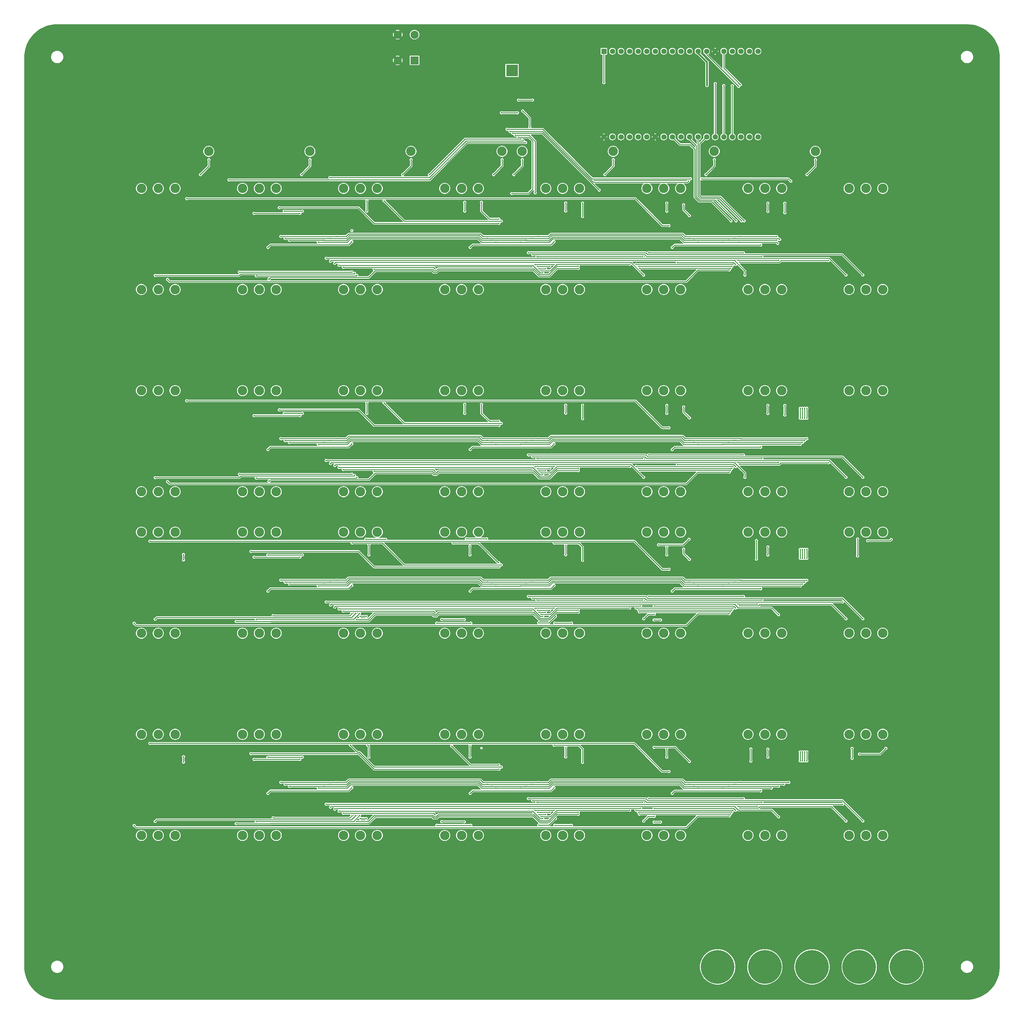
<source format=gtl>
G04 #@! TF.GenerationSoftware,KiCad,Pcbnew,(5.1.10)-1*
G04 #@! TF.CreationDate,2021-11-18T01:54:33+08:00*
G04 #@! TF.ProjectId,8x8x8-RGB-LED-Cube-PCB,38783878-382d-4524-9742-2d4c45442d43,rev?*
G04 #@! TF.SameCoordinates,Original*
G04 #@! TF.FileFunction,Copper,L1,Top*
G04 #@! TF.FilePolarity,Positive*
%FSLAX46Y46*%
G04 Gerber Fmt 4.6, Leading zero omitted, Abs format (unit mm)*
G04 Created by KiCad (PCBNEW (5.1.10)-1) date 2021-11-18 01:54:33*
%MOMM*%
%LPD*%
G01*
G04 APERTURE LIST*
G04 #@! TA.AperFunction,ComponentPad*
%ADD10C,2.400000*%
G04 #@! TD*
G04 #@! TA.AperFunction,ComponentPad*
%ADD11R,2.400000X2.400000*%
G04 #@! TD*
G04 #@! TA.AperFunction,SMDPad,CuDef*
%ADD12C,10.000000*%
G04 #@! TD*
G04 #@! TA.AperFunction,ComponentPad*
%ADD13C,2.800000*%
G04 #@! TD*
G04 #@! TA.AperFunction,ComponentPad*
%ADD14R,1.560000X1.560000*%
G04 #@! TD*
G04 #@! TA.AperFunction,ComponentPad*
%ADD15C,1.560000*%
G04 #@! TD*
G04 #@! TA.AperFunction,ComponentPad*
%ADD16R,3.500000X3.500000*%
G04 #@! TD*
G04 #@! TA.AperFunction,ViaPad*
%ADD17C,0.450000*%
G04 #@! TD*
G04 #@! TA.AperFunction,Conductor*
%ADD18C,0.254000*%
G04 #@! TD*
G04 #@! TA.AperFunction,Conductor*
%ADD19C,0.508000*%
G04 #@! TD*
G04 #@! TA.AperFunction,Conductor*
%ADD20C,0.127000*%
G04 #@! TD*
G04 #@! TA.AperFunction,Conductor*
%ADD21C,0.100000*%
G04 #@! TD*
G04 #@! TA.AperFunction,NonConductor*
%ADD22C,0.127000*%
G04 #@! TD*
G04 #@! TA.AperFunction,NonConductor*
%ADD23C,0.100000*%
G04 #@! TD*
G04 APERTURE END LIST*
D10*
X168060000Y-54380000D03*
X163060000Y-54380000D03*
X163060000Y-62000000D03*
D11*
X168060000Y-62000000D03*
D12*
X258000000Y-331000000D03*
X272000000Y-331000000D03*
X286000000Y-331000000D03*
X300000000Y-331000000D03*
X314000000Y-331000000D03*
D13*
X287000000Y-89000000D03*
X257000000Y-89000000D03*
X227000000Y-89000000D03*
X200000000Y-89000000D03*
X194000000Y-89000000D03*
X167000000Y-89000000D03*
X137000000Y-89000000D03*
X107000000Y-89000000D03*
X297000000Y-292000000D03*
X267000000Y-292000000D03*
X237000000Y-292000000D03*
X207000000Y-292000000D03*
X177000000Y-292000000D03*
X147000000Y-292000000D03*
X117000000Y-292000000D03*
X87000000Y-292000000D03*
X302000000Y-292000000D03*
X272000000Y-292000000D03*
X242000000Y-292000000D03*
X212000000Y-292000000D03*
X182000000Y-292000000D03*
X152000000Y-292000000D03*
X122000000Y-292000000D03*
X92000000Y-292000000D03*
X307000000Y-292000000D03*
X277000000Y-292000000D03*
X247000000Y-292000000D03*
X217000000Y-292000000D03*
X187000000Y-292000000D03*
X157000000Y-292000000D03*
X127000000Y-292000000D03*
X97000000Y-292000000D03*
X297000000Y-262000000D03*
X267000000Y-262000000D03*
X237000000Y-262000000D03*
X207000000Y-262000000D03*
X177000000Y-262000000D03*
X147000000Y-262000000D03*
X117000000Y-262000000D03*
X87000000Y-262000000D03*
X302000000Y-262000000D03*
X272000000Y-262000000D03*
X242000000Y-262000000D03*
X212000000Y-262000000D03*
X182000000Y-262000000D03*
X152000000Y-262000000D03*
X122000000Y-262000000D03*
X92000000Y-262000000D03*
X307000000Y-262000000D03*
X277000000Y-262000000D03*
X247000000Y-262000000D03*
X217000000Y-262000000D03*
X187000000Y-262000000D03*
X157000000Y-262000000D03*
X127000000Y-262000000D03*
X97000000Y-262000000D03*
X297000000Y-232000000D03*
X267000000Y-232000000D03*
X237000000Y-232000000D03*
X207000000Y-232000000D03*
X177000000Y-232000000D03*
X147000000Y-232000000D03*
X117000000Y-232000000D03*
X87000000Y-232000000D03*
X302000000Y-232000000D03*
X272000000Y-232000000D03*
X242000000Y-232000000D03*
X212000000Y-232000000D03*
X182000000Y-232000000D03*
X152000000Y-232000000D03*
X122000000Y-232000000D03*
X92000000Y-232000000D03*
X307000000Y-232000000D03*
X277000000Y-232000000D03*
X247000000Y-232000000D03*
X217000000Y-232000000D03*
X187000000Y-232000000D03*
X157000000Y-232000000D03*
X127000000Y-232000000D03*
X97000000Y-232000000D03*
X297000000Y-202000000D03*
X267000000Y-202000000D03*
X237000000Y-202000000D03*
X207000000Y-202000000D03*
X177000000Y-202000000D03*
X147000000Y-202000000D03*
X117000000Y-202000000D03*
X87000000Y-202000000D03*
X302000000Y-202000000D03*
X272000000Y-202000000D03*
X242000000Y-202000000D03*
X212000000Y-202000000D03*
X182000000Y-202000000D03*
X152000000Y-202000000D03*
X122000000Y-202000000D03*
X92000000Y-202000000D03*
X307000000Y-202000000D03*
X277000000Y-202000000D03*
X247000000Y-202000000D03*
X217000000Y-202000000D03*
X187000000Y-202000000D03*
X157000000Y-202000000D03*
X127000000Y-202000000D03*
X97000000Y-202000000D03*
X307000000Y-190000000D03*
X277000000Y-190000000D03*
X247000000Y-190000000D03*
X217000000Y-190000000D03*
X187000000Y-190000000D03*
X157000000Y-190000000D03*
X127000000Y-190000000D03*
X97000000Y-190000000D03*
X302000000Y-190000000D03*
X272000000Y-190000000D03*
X242000000Y-190000000D03*
X212000000Y-190000000D03*
X182000000Y-190000000D03*
X152000000Y-190000000D03*
X122000000Y-190000000D03*
X92000000Y-190000000D03*
X297000000Y-190000000D03*
X267000000Y-190000000D03*
X237000000Y-190000000D03*
X207000000Y-190000000D03*
X177000000Y-190000000D03*
X147000000Y-190000000D03*
X117000000Y-190000000D03*
X87000000Y-190000000D03*
X307000000Y-160000000D03*
X277000000Y-160000000D03*
X247000000Y-160000000D03*
X217000000Y-160000000D03*
X187000000Y-160000000D03*
X157000000Y-160000000D03*
X127000000Y-160000000D03*
X97000000Y-160000000D03*
X302000000Y-160000000D03*
X272000000Y-160000000D03*
X242000000Y-160000000D03*
X212000000Y-160000000D03*
X182000000Y-160000000D03*
X152000000Y-160000000D03*
X122000000Y-160000000D03*
X92000000Y-160000000D03*
X297000000Y-160000000D03*
X267000000Y-160000000D03*
X237000000Y-160000000D03*
X207000000Y-160000000D03*
X177000000Y-160000000D03*
X147000000Y-160000000D03*
X117000000Y-160000000D03*
X87000000Y-160000000D03*
X307000000Y-130000000D03*
X277000000Y-130000000D03*
X247000000Y-130000000D03*
X217000000Y-130000000D03*
X187000000Y-130000000D03*
X157000000Y-130000000D03*
X127000000Y-130000000D03*
X97000000Y-130000000D03*
X302000000Y-130000000D03*
X272000000Y-130000000D03*
X242000000Y-130000000D03*
X212000000Y-130000000D03*
X182000000Y-130000000D03*
X152000000Y-130000000D03*
X122000000Y-130000000D03*
X92000000Y-130000000D03*
X297000000Y-130000000D03*
X267000000Y-130000000D03*
X237000000Y-130000000D03*
X207000000Y-130000000D03*
X177000000Y-130000000D03*
X147000000Y-130000000D03*
X117000000Y-130000000D03*
X87000000Y-130000000D03*
X307000000Y-100000000D03*
X277000000Y-100000000D03*
X247000000Y-100000000D03*
X217000000Y-100000000D03*
X187000000Y-100000000D03*
X157000000Y-100000000D03*
X127000000Y-100000000D03*
X97000000Y-100000000D03*
X302000000Y-100000000D03*
X272000000Y-100000000D03*
X242000000Y-100000000D03*
X212000000Y-100000000D03*
X182000000Y-100000000D03*
X152000000Y-100000000D03*
X122000000Y-100000000D03*
X92000000Y-100000000D03*
X297000000Y-100000000D03*
X267000000Y-100000000D03*
X237000000Y-100000000D03*
X207000000Y-100000000D03*
X177000000Y-100000000D03*
X147000000Y-100000000D03*
X117000000Y-100000000D03*
X87000000Y-100000000D03*
D14*
X224240000Y-59300000D03*
D15*
X226780000Y-59300000D03*
X269960000Y-59300000D03*
X229320000Y-59300000D03*
X231860000Y-59300000D03*
X234400000Y-59300000D03*
X236940000Y-59300000D03*
X239480000Y-59300000D03*
X242020000Y-59300000D03*
X244560000Y-59300000D03*
X247100000Y-59300000D03*
X249640000Y-59300000D03*
X252180000Y-59300000D03*
X254720000Y-59300000D03*
X257260000Y-59300000D03*
X259800000Y-59300000D03*
X262340000Y-59300000D03*
X264880000Y-59300000D03*
X267420000Y-59300000D03*
X224240000Y-84700000D03*
X226780000Y-84700000D03*
X229320000Y-84700000D03*
X231860000Y-84700000D03*
X234400000Y-84700000D03*
X236940000Y-84700000D03*
X239480000Y-84700000D03*
X242020000Y-84700000D03*
X244560000Y-84700000D03*
X247100000Y-84700000D03*
X249640000Y-84700000D03*
X252180000Y-84700000D03*
X254720000Y-84700000D03*
X257260000Y-84700000D03*
X259800000Y-84700000D03*
X262340000Y-84700000D03*
X264880000Y-84700000D03*
X267420000Y-84700000D03*
X269960000Y-84700000D03*
D16*
X197000000Y-65000000D03*
G04 #@! TA.AperFunction,ComponentPad*
G36*
G01*
X196000000Y-57500000D02*
X198000000Y-57500000D01*
G75*
G02*
X198750000Y-58250000I0J-750000D01*
G01*
X198750000Y-59750000D01*
G75*
G02*
X198000000Y-60500000I-750000J0D01*
G01*
X196000000Y-60500000D01*
G75*
G02*
X195250000Y-59750000I0J750000D01*
G01*
X195250000Y-58250000D01*
G75*
G02*
X196000000Y-57500000I750000J0D01*
G01*
G37*
G04 #@! TD.AperFunction*
G04 #@! TA.AperFunction,ComponentPad*
G36*
G01*
X200825000Y-60250000D02*
X202575000Y-60250000D01*
G75*
G02*
X203450000Y-61125000I0J-875000D01*
G01*
X203450000Y-62875000D01*
G75*
G02*
X202575000Y-63750000I-875000J0D01*
G01*
X200825000Y-63750000D01*
G75*
G02*
X199950000Y-62875000I0J875000D01*
G01*
X199950000Y-61125000D01*
G75*
G02*
X200825000Y-60250000I875000J0D01*
G01*
G37*
G04 #@! TD.AperFunction*
D17*
X226975600Y-80092600D03*
X252502600Y-80092600D03*
X249505400Y-80092600D03*
X244501600Y-80092600D03*
X205868200Y-76003200D03*
X282500000Y-267214400D03*
X282500000Y-269881412D03*
X284470803Y-267204059D03*
X284481200Y-269881400D03*
X283820800Y-267214364D03*
X283820800Y-269881400D03*
X283160400Y-267214386D03*
X283160400Y-269881400D03*
X282500000Y-217952200D03*
X284481200Y-216275800D03*
X283820800Y-216834600D03*
X283160400Y-217393400D03*
X284481200Y-209785000D03*
X283820800Y-209785000D03*
X283160400Y-209785000D03*
X283160400Y-207117986D03*
X283820800Y-207117964D03*
X284470803Y-207107659D03*
X272500000Y-118345000D03*
X272500000Y-178365200D03*
X272500000Y-220351400D03*
X272500000Y-280371600D03*
X270790600Y-278795600D03*
X270790600Y-218795600D03*
X270790600Y-176795600D03*
X128362400Y-276255600D03*
X144847000Y-276255600D03*
X143043600Y-276839800D03*
X129632400Y-276839800D03*
X141164000Y-277398600D03*
X130927800Y-277398600D03*
X199500000Y-277957400D03*
X192172400Y-277957400D03*
X188362400Y-276255600D03*
X204847000Y-276255600D03*
X203043600Y-276839800D03*
X189632400Y-276839800D03*
X201164000Y-277398600D03*
X190927800Y-277398600D03*
X259500000Y-277957400D03*
X252172400Y-277957400D03*
X248362400Y-276255600D03*
X264847000Y-276255600D03*
X263043600Y-276839800D03*
X249632400Y-276839800D03*
X261164000Y-277398600D03*
X250927800Y-277398600D03*
X139500000Y-217957400D03*
X128362400Y-216255600D03*
X144847000Y-216255600D03*
X143043600Y-216839800D03*
X129632400Y-216839800D03*
X141164000Y-217398600D03*
X130927800Y-217398600D03*
X199500000Y-217957400D03*
X192172400Y-217957400D03*
X188362400Y-216255600D03*
X204847000Y-216255600D03*
X203043600Y-216839800D03*
X189632400Y-216839800D03*
X201164000Y-217398600D03*
X190927800Y-217398600D03*
X259500000Y-217957400D03*
X252172400Y-217957400D03*
X248362400Y-216255600D03*
X264847000Y-216255600D03*
X263043600Y-216839800D03*
X249632400Y-216839800D03*
X261164000Y-217398600D03*
X250927800Y-217398600D03*
X139500000Y-175957400D03*
X128362400Y-174255600D03*
X144847000Y-174255600D03*
X143043600Y-174839800D03*
X129632400Y-174839800D03*
X141164000Y-175398600D03*
X130927800Y-175398600D03*
X199500000Y-175957400D03*
X192172400Y-175957400D03*
X188362400Y-174255600D03*
X204847000Y-174255600D03*
X203043600Y-174839800D03*
X189632400Y-174839800D03*
X201164000Y-175398600D03*
X190927800Y-175398600D03*
X259500000Y-175957400D03*
X252172400Y-175957400D03*
X248362400Y-174255600D03*
X264847000Y-174255600D03*
X263043600Y-174839800D03*
X249632400Y-174839800D03*
X261164000Y-175398600D03*
X250927800Y-175398600D03*
X181484200Y-175678000D03*
X149449600Y-277830400D03*
X149449600Y-217830400D03*
X149449600Y-175830400D03*
X149449600Y-115830400D03*
X152472200Y-277627200D03*
X152472200Y-217627200D03*
X152472200Y-175627200D03*
X152472200Y-115627200D03*
X128362400Y-114255600D03*
X144847000Y-114255600D03*
X143043600Y-114839800D03*
X129632400Y-114839800D03*
X141164000Y-115398600D03*
X130927800Y-115398600D03*
X192172400Y-115957400D03*
X188362400Y-114255600D03*
X204847000Y-114255600D03*
X203043600Y-114839800D03*
X189632400Y-114839800D03*
X201164000Y-115398600D03*
X190927800Y-115398600D03*
X254839400Y-71304200D03*
X192558600Y-80499000D03*
X106000000Y-99000000D03*
X136000000Y-99000000D03*
X166000000Y-99000000D03*
X193000000Y-99000000D03*
X199000000Y-99000000D03*
X226000000Y-99000000D03*
X286000000Y-99000000D03*
X256000000Y-99000000D03*
X164384800Y-58683400D03*
X161584800Y-57983400D03*
X162984800Y-58683400D03*
X161584800Y-57283400D03*
X162984800Y-57283400D03*
X162284800Y-59383400D03*
X164384800Y-57983400D03*
X163684800Y-59383400D03*
X161584800Y-58683400D03*
X163684800Y-57983400D03*
X163684800Y-58683400D03*
X161584800Y-59383400D03*
X163684800Y-57283400D03*
X162284800Y-57983400D03*
X162284800Y-57283400D03*
X162984800Y-57983400D03*
X164384800Y-57283400D03*
X162284800Y-58683400D03*
X162984800Y-59383400D03*
X164384800Y-59383400D03*
X260554400Y-177456000D03*
X212472200Y-175627200D03*
X253467800Y-172528400D03*
X140564800Y-177430600D03*
X200559600Y-177456000D03*
X121438600Y-175601800D03*
X133452800Y-172528400D03*
X193473000Y-172553800D03*
X140564800Y-279430600D03*
X260554400Y-279456000D03*
X253467800Y-274528400D03*
X212472200Y-277627200D03*
X200559600Y-279456000D03*
X133452800Y-274528400D03*
X193473000Y-274553800D03*
X121438600Y-277601800D03*
X181484200Y-277678000D03*
X241479000Y-277627200D03*
X181484200Y-217678000D03*
X253467800Y-214528400D03*
X140564800Y-219430600D03*
X260554400Y-219456000D03*
X212472200Y-217627200D03*
X200559600Y-219456000D03*
X121438600Y-217601800D03*
X133452800Y-214528400D03*
X193473000Y-214553800D03*
X241479000Y-217627200D03*
X241479000Y-175627200D03*
X198567200Y-54591000D03*
X199267200Y-54591000D03*
X199967200Y-54591000D03*
X200667200Y-54591000D03*
X201367200Y-54591000D03*
X193140600Y-57994600D03*
X193840600Y-57994600D03*
X194540600Y-57994600D03*
X198567200Y-55291000D03*
X199267200Y-55291000D03*
X199967200Y-55291000D03*
X200667200Y-55291000D03*
X201367200Y-55291000D03*
X193140600Y-58694600D03*
X193840600Y-58694600D03*
X194540600Y-58694600D03*
X198567200Y-55991000D03*
X199267200Y-55991000D03*
X199967200Y-55991000D03*
X200667200Y-55991000D03*
X201367200Y-55991000D03*
X193140600Y-59394600D03*
X193840600Y-59394600D03*
X194540600Y-59394600D03*
X198567200Y-56691000D03*
X199267200Y-56691000D03*
X199967200Y-56691000D03*
X200667200Y-56691000D03*
X201367200Y-56691000D03*
X193140600Y-60094600D03*
X193840600Y-60094600D03*
X194540600Y-60094600D03*
X321500000Y-314500000D03*
X306500000Y-314500000D03*
X300500000Y-314500000D03*
X285500000Y-314500000D03*
X279500000Y-314500000D03*
X264500000Y-314500000D03*
X259500000Y-314500000D03*
X244500000Y-314500000D03*
X239500000Y-314500000D03*
X224500000Y-314500000D03*
X298000000Y-301000000D03*
X303000000Y-301000000D03*
X308000000Y-301000000D03*
X268000000Y-301000000D03*
X273000000Y-301000000D03*
X278000000Y-301000000D03*
X238000000Y-301000000D03*
X243000000Y-301000000D03*
X248000000Y-301000000D03*
X208000000Y-301000000D03*
X213000000Y-301000000D03*
X218000000Y-301000000D03*
X178000000Y-301000000D03*
X183000000Y-301000000D03*
X188000000Y-301000000D03*
X148000000Y-301000000D03*
X153000000Y-301000000D03*
X158000000Y-301000000D03*
X118000000Y-301000000D03*
X123000000Y-301000000D03*
X128000000Y-301000000D03*
X88000000Y-301000000D03*
X93000000Y-301000000D03*
X98000000Y-301000000D03*
X86000000Y-253000000D03*
X91000000Y-253000000D03*
X96000000Y-253000000D03*
X116000000Y-253000000D03*
X121000000Y-253000000D03*
X126000000Y-253000000D03*
X146000000Y-253000000D03*
X151000000Y-253000000D03*
X156000000Y-253000000D03*
X176000000Y-253000000D03*
X181000000Y-253000000D03*
X186000000Y-253000000D03*
X206000000Y-253000000D03*
X211000000Y-253000000D03*
X216000000Y-253000000D03*
X236000000Y-253000000D03*
X241000000Y-253000000D03*
X246000000Y-253000000D03*
X266000000Y-253000000D03*
X271000000Y-253000000D03*
X276000000Y-253000000D03*
X296000000Y-253000000D03*
X301000000Y-253000000D03*
X306000000Y-253000000D03*
X298000000Y-241000000D03*
X303000000Y-241000000D03*
X308000000Y-241000000D03*
X268000000Y-241000000D03*
X273000000Y-241000000D03*
X278000000Y-241000000D03*
X238000000Y-241000000D03*
X243000000Y-241000000D03*
X248000000Y-241000000D03*
X208000000Y-241000000D03*
X213000000Y-241000000D03*
X218000000Y-241000000D03*
X178000000Y-241000000D03*
X183000000Y-241000000D03*
X188000000Y-241000000D03*
X148000000Y-241000000D03*
X153000000Y-241000000D03*
X158000000Y-241000000D03*
X118000000Y-241000000D03*
X123000000Y-241000000D03*
X128000000Y-241000000D03*
X88000000Y-241000000D03*
X93000000Y-241000000D03*
X98000000Y-241000000D03*
X88000000Y-195000000D03*
X94500000Y-195000000D03*
X94500000Y-199000000D03*
X101000000Y-195000000D03*
X88000000Y-199000000D03*
X101000000Y-199000000D03*
X118000000Y-195000000D03*
X124500000Y-195000000D03*
X124500000Y-199000000D03*
X131000000Y-195000000D03*
X118000000Y-199000000D03*
X131000000Y-199000000D03*
X148000000Y-195000000D03*
X154500000Y-195000000D03*
X154500000Y-199000000D03*
X161000000Y-195000000D03*
X148000000Y-199000000D03*
X161000000Y-199000000D03*
X178000000Y-195000000D03*
X184500000Y-195000000D03*
X184500000Y-199000000D03*
X191000000Y-195000000D03*
X178000000Y-199000000D03*
X191000000Y-199000000D03*
X208000000Y-195000000D03*
X214500000Y-195000000D03*
X214500000Y-199000000D03*
X221000000Y-195000000D03*
X208000000Y-199000000D03*
X221000000Y-199000000D03*
X238000000Y-195000000D03*
X244500000Y-195000000D03*
X244500000Y-199000000D03*
X251000000Y-195000000D03*
X238000000Y-199000000D03*
X251000000Y-199000000D03*
X268000000Y-195000000D03*
X274500000Y-195000000D03*
X274500000Y-199000000D03*
X281000000Y-195000000D03*
X268000000Y-199000000D03*
X281000000Y-199000000D03*
X298000000Y-199000000D03*
X298000000Y-195000000D03*
X304500000Y-195000000D03*
X304500000Y-199000000D03*
X311000000Y-199000000D03*
X311000000Y-195000000D03*
X296000000Y-151000000D03*
X301000000Y-151000000D03*
X306000000Y-151000000D03*
X266000000Y-151000000D03*
X271000000Y-151000000D03*
X276000000Y-151000000D03*
X236000000Y-151000000D03*
X241000000Y-151000000D03*
X246000000Y-151000000D03*
X206000000Y-151000000D03*
X211000000Y-151000000D03*
X216000000Y-151000000D03*
X176000000Y-151000000D03*
X181000000Y-151000000D03*
X186000000Y-151000000D03*
X146000000Y-151000000D03*
X151000000Y-151000000D03*
X156000000Y-151000000D03*
X116000000Y-151000000D03*
X121000000Y-151000000D03*
X126000000Y-151000000D03*
X86000000Y-151000000D03*
X91000000Y-151000000D03*
X96000000Y-151000000D03*
X88000000Y-139000000D03*
X93000000Y-139000000D03*
X98000000Y-139000000D03*
X118000000Y-139000000D03*
X123000000Y-139000000D03*
X128000000Y-139000000D03*
X148000000Y-139000000D03*
X153000000Y-139000000D03*
X158000000Y-139000000D03*
X178000000Y-139000000D03*
X183000000Y-139000000D03*
X188000000Y-139000000D03*
X208000000Y-139000000D03*
X213000000Y-139000000D03*
X218000000Y-139000000D03*
X238000000Y-139000000D03*
X243000000Y-139000000D03*
X248000000Y-139000000D03*
X268000000Y-139000000D03*
X273000000Y-139000000D03*
X278000000Y-139000000D03*
X298000000Y-139000000D03*
X303000000Y-139000000D03*
X308000000Y-139000000D03*
X296000000Y-91000000D03*
X301000000Y-91000000D03*
X306000000Y-91000000D03*
X266000000Y-91000000D03*
X271000000Y-91000000D03*
X276000000Y-91000000D03*
X236000000Y-91000000D03*
X241000000Y-91000000D03*
X246000000Y-91000000D03*
X206000000Y-91000000D03*
X211000000Y-91000000D03*
X216000000Y-91000000D03*
X176000000Y-91000000D03*
X181000000Y-91000000D03*
X186000000Y-91000000D03*
X146000000Y-91000000D03*
X151000000Y-91000000D03*
X156000000Y-91000000D03*
X126000000Y-91000000D03*
X121000000Y-91000000D03*
X116000000Y-91000000D03*
X96000000Y-91000000D03*
X91000000Y-91000000D03*
X86000000Y-91000000D03*
X140564800Y-117430600D03*
X133452800Y-112528400D03*
X121438600Y-115601800D03*
X241479000Y-115627200D03*
X181484200Y-115678000D03*
X193473000Y-112553800D03*
X200559600Y-117456000D03*
X212472200Y-115627200D03*
X253467800Y-112528400D03*
X260554400Y-117456000D03*
X311456000Y-323856400D03*
X279862500Y-326500000D03*
X248667858Y-329332142D03*
X215878574Y-329400000D03*
X183021432Y-329400000D03*
X150164290Y-329400000D03*
X117307148Y-329400000D03*
X84450000Y-329400000D03*
X63600000Y-313450000D03*
X63600000Y-280592858D03*
X63600000Y-247735716D03*
X63600000Y-214878574D03*
X63600000Y-182021432D03*
X63632145Y-149132145D03*
X63600000Y-116307148D03*
X63600000Y-83450000D03*
X79550000Y-59600000D03*
X112407148Y-56600000D03*
X145332145Y-56667855D03*
X178010716Y-56489284D03*
X210978574Y-56600000D03*
X243835716Y-56600000D03*
X276692858Y-56600000D03*
X309550000Y-59600000D03*
X330400000Y-78550000D03*
X330400000Y-111407148D03*
X330332145Y-144332145D03*
X330400000Y-177121432D03*
X330400000Y-209978574D03*
X330367858Y-242867858D03*
X330400000Y-275692858D03*
X330400000Y-308550000D03*
X244527000Y-279506790D03*
X184557600Y-279506800D03*
X209449600Y-277830400D03*
X244527000Y-219506790D03*
X184557600Y-219506800D03*
X209449600Y-217830400D03*
X209449600Y-175830400D03*
X184557600Y-177506800D03*
X244527000Y-177506790D03*
X209449600Y-115830400D03*
X244527000Y-117506790D03*
X184557600Y-117506800D03*
X149445000Y-112525000D03*
X124562800Y-117506800D03*
X124557600Y-177506800D03*
X124557600Y-219506800D03*
X124557600Y-279506800D03*
X270790600Y-116795600D03*
X254839400Y-69450000D03*
X286000000Y-327000000D03*
X262332400Y-69526200D03*
X300000000Y-327000000D03*
X259800000Y-69467800D03*
X314000000Y-327000000D03*
X257277800Y-68891200D03*
X199500000Y-115957400D03*
X139500000Y-115957400D03*
X252172400Y-115957400D03*
X259500000Y-115957400D03*
X139500000Y-277957400D03*
X282500000Y-165233400D03*
X264389800Y-115957400D03*
X265862997Y-109632797D03*
X275819800Y-116338400D03*
X282500000Y-168205212D03*
X282500000Y-175952200D03*
X282500000Y-209785012D03*
X282500000Y-207118000D03*
X273908398Y-277952200D03*
X198578400Y-77565780D03*
X193828600Y-77552600D03*
X265050200Y-109632800D03*
X264847000Y-114255600D03*
X248362400Y-114255600D03*
X275515000Y-114287800D03*
X284470803Y-165233400D03*
X284481200Y-168205200D03*
X284481200Y-174275800D03*
X279140800Y-276275800D03*
X263475400Y-109632800D03*
X249632400Y-114839800D03*
X263043600Y-114839800D03*
X276382191Y-115166409D03*
X283820800Y-165233400D03*
X283820800Y-168205200D03*
X283820800Y-174834600D03*
X277591400Y-276834600D03*
X261951400Y-109632800D03*
X250927800Y-115398600D03*
X261164000Y-115398600D03*
X275522338Y-115405400D03*
X283160400Y-165233400D03*
X283160400Y-168205200D03*
X283160400Y-175393400D03*
X276024200Y-277398600D03*
X272000000Y-327000000D03*
X264745400Y-69211410D03*
X258000000Y-327000000D03*
X264212000Y-69754800D03*
X224232400Y-68611800D03*
X104517200Y-95916800D03*
X107031800Y-91471800D03*
X134517200Y-95916800D03*
X137031800Y-91471800D03*
X164517200Y-95916800D03*
X167031800Y-91471800D03*
X191517200Y-95916800D03*
X194031800Y-91471800D03*
X197517200Y-95916800D03*
X200031800Y-91471800D03*
X224517200Y-95916800D03*
X227031800Y-91471800D03*
X254517200Y-95916800D03*
X257031800Y-91471800D03*
X284517200Y-95916800D03*
X287031800Y-91471800D03*
X134037000Y-107423000D03*
X120423000Y-107423000D03*
X134773600Y-106762600D03*
X129363400Y-106762600D03*
X153899800Y-106762600D03*
X153899800Y-103660810D03*
X182932000Y-106762600D03*
X182932000Y-104095600D03*
X212904000Y-104324200D03*
X212904000Y-106714940D03*
X242901400Y-104375000D03*
X242901400Y-106762600D03*
X272898800Y-106788000D03*
X272898800Y-104400400D03*
X243560400Y-111029800D03*
X100432800Y-103028800D03*
X193092000Y-110344000D03*
X127915600Y-105721200D03*
X193803200Y-109709000D03*
X158979800Y-103660810D03*
X193066600Y-109074000D03*
X187910400Y-104095600D03*
X217907800Y-104349600D03*
X217907800Y-108337400D03*
X249631000Y-108083400D03*
X247905200Y-104857600D03*
X277928000Y-104400400D03*
X277928000Y-107245200D03*
X116079200Y-124822000D03*
X149480200Y-124777990D03*
X146889400Y-123425000D03*
X174156300Y-123920300D03*
X145635000Y-122790000D03*
X206096800Y-124999800D03*
X144374800Y-122231200D03*
X236043400Y-125736400D03*
X143104800Y-121647000D03*
X266091600Y-125736400D03*
X296089000Y-125711000D03*
X141809400Y-120732600D03*
X150267600Y-125177600D03*
X91085600Y-125838000D03*
X150928000Y-125812600D03*
X203785400Y-122561400D03*
X209449600Y-122536000D03*
X121108400Y-125965000D03*
X204572800Y-123171000D03*
X208179600Y-123171000D03*
X205004600Y-123806000D03*
X206909600Y-123806000D03*
X204369600Y-120173800D03*
X235687800Y-120173800D03*
X203099600Y-119640400D03*
X271070000Y-120180391D03*
X301092800Y-125711000D03*
X201829600Y-119081600D03*
X261466220Y-124195979D03*
X94768600Y-127031800D03*
X261813722Y-123643979D03*
X234770640Y-123682993D03*
X216639500Y-123744803D03*
X124816800Y-126955600D03*
X262220911Y-123091979D03*
X234494000Y-123094800D03*
X216639500Y-123094800D03*
X156058800Y-123977000D03*
X262511600Y-122510600D03*
X205538000Y-124415600D03*
X231903200Y-122510600D03*
X233757400Y-122510600D03*
X265635800Y-119076380D03*
X237485218Y-119056972D03*
X246076400Y-121951800D03*
X263321027Y-122539365D03*
X263984800Y-121316800D03*
X276073800Y-121316800D03*
X264518200Y-121875600D03*
X290882000Y-121418400D03*
X134037000Y-167423000D03*
X120423000Y-167423000D03*
X134773600Y-166762600D03*
X129363400Y-166762600D03*
X153899800Y-166762600D03*
X153899800Y-163660810D03*
X182932000Y-164095600D03*
X182932000Y-166762600D03*
X212904000Y-166714940D03*
X212904000Y-164324200D03*
X242901400Y-164375000D03*
X242901400Y-166762600D03*
X272898800Y-166788000D03*
X272898800Y-164400400D03*
X100432800Y-163028800D03*
X243560400Y-171029800D03*
X127915600Y-165721200D03*
X193092000Y-170344000D03*
X158979800Y-163660810D03*
X193803200Y-169709000D03*
X193066600Y-169074000D03*
X187910400Y-164095600D03*
X217907800Y-164349600D03*
X217907800Y-168337400D03*
X247905200Y-164857600D03*
X249631000Y-168083400D03*
X277928000Y-167245200D03*
X277928000Y-164400400D03*
X116079200Y-184822000D03*
X149480200Y-184777990D03*
X174156300Y-183920300D03*
X146889400Y-183425000D03*
X206096800Y-184999800D03*
X145635000Y-182790000D03*
X144374800Y-182231200D03*
X236043400Y-185736400D03*
X143104800Y-181647000D03*
X266091600Y-185736400D03*
X296089000Y-185711000D03*
X141809400Y-180732600D03*
X150267600Y-185177600D03*
X91085600Y-185838000D03*
X121108400Y-185965000D03*
X203785400Y-182561400D03*
X209449600Y-182536000D03*
X150928000Y-185812600D03*
X204572800Y-183171000D03*
X208179600Y-183171000D03*
X206909600Y-183806000D03*
X205004600Y-183806000D03*
X235687800Y-180173800D03*
X204369600Y-180173800D03*
X203099600Y-179640400D03*
X271070000Y-180180391D03*
X301092800Y-185711000D03*
X201829600Y-179081600D03*
X94768600Y-187031800D03*
X261466220Y-184195979D03*
X234770640Y-183682993D03*
X216639500Y-183744803D03*
X124816800Y-186955600D03*
X261813722Y-183643979D03*
X262220911Y-183091979D03*
X234494000Y-183094800D03*
X216639500Y-183094800D03*
X156058800Y-183977000D03*
X231903200Y-182510600D03*
X262511600Y-182510600D03*
X205538000Y-184415600D03*
X233757400Y-182510600D03*
X237485218Y-179056972D03*
X265635800Y-179076380D03*
X246076400Y-181951800D03*
X263321027Y-182539365D03*
X263984800Y-181316800D03*
X276073800Y-181316800D03*
X290882000Y-181418400D03*
X264518200Y-181875600D03*
X99493000Y-208642000D03*
X99493000Y-210242200D03*
X153620400Y-204070000D03*
X159487800Y-204127600D03*
X183440000Y-203968400D03*
X189485200Y-203993800D03*
X240463000Y-205771800D03*
X249505400Y-204120800D03*
X302540600Y-204527200D03*
X309500200Y-204171600D03*
X120423000Y-209423000D03*
X134037000Y-209423000D03*
X134773600Y-208762600D03*
X124512000Y-208769008D03*
X154509400Y-205740812D03*
X154509400Y-208762600D03*
X184506800Y-208769000D03*
X184481400Y-206178200D03*
X212904000Y-208714940D03*
X212904000Y-205898800D03*
X242901400Y-208762600D03*
X242901400Y-206375000D03*
X272898800Y-206400400D03*
X272898800Y-208788000D03*
X243560400Y-213029800D03*
X89510800Y-204679600D03*
X193092000Y-212344000D03*
X119482800Y-207727600D03*
X193803200Y-211709000D03*
X149505600Y-205231600D03*
X193066600Y-211074000D03*
X179503000Y-205231600D03*
X217907800Y-210337400D03*
X209500400Y-205231600D03*
X249631000Y-210083400D03*
X247905200Y-207041802D03*
X269520600Y-210036210D03*
X269520600Y-204501800D03*
X299518000Y-209073800D03*
X299518000Y-204019200D03*
X149480200Y-226142600D03*
X126086800Y-226777990D03*
X151893200Y-226955400D03*
X153722000Y-226980800D03*
X174156300Y-225920300D03*
X146889400Y-225425000D03*
X174651600Y-228987400D03*
X184760800Y-228987400D03*
X145635000Y-224790000D03*
X206096800Y-226999800D03*
X209678200Y-228987400D03*
X214631200Y-228987400D03*
X144374800Y-224231200D03*
X235078200Y-223932800D03*
X239142200Y-228047600D03*
X241072600Y-228047600D03*
X143104800Y-223647000D03*
X276073800Y-226498200D03*
X141809400Y-222732600D03*
X295047600Y-222739000D03*
X91085600Y-227838000D03*
X150623200Y-226066400D03*
X203785400Y-224561400D03*
X121108400Y-227965000D03*
X209449600Y-224536000D03*
X151715400Y-226091800D03*
X208179600Y-225171000D03*
X204572800Y-225171000D03*
X206909600Y-225806000D03*
X205004600Y-225806000D03*
X204369600Y-222173800D03*
X235687800Y-222173800D03*
X203099600Y-221640400D03*
X271070000Y-222180391D03*
X301092800Y-227711000D03*
X201829600Y-221081600D03*
X261466220Y-226195979D03*
X84837200Y-229038200D03*
X234770640Y-225682993D03*
X261813722Y-225643979D03*
X216639500Y-225744803D03*
X115114000Y-228504800D03*
X234494000Y-225094800D03*
X216639500Y-225094800D03*
X262220911Y-225091979D03*
X150826400Y-227867010D03*
X262511600Y-224510600D03*
X205538000Y-226415600D03*
X233757400Y-224510600D03*
X231903200Y-224510600D03*
X182830400Y-227946000D03*
X176099400Y-227920600D03*
X237485218Y-221056972D03*
X265635800Y-221076380D03*
X209867744Y-226999598D03*
X204877600Y-228911200D03*
X236043400Y-227736400D03*
X263321027Y-224539365D03*
X239209851Y-226341705D03*
X239212000Y-223951800D03*
X263984800Y-223316800D03*
X269723800Y-223323200D03*
X296089000Y-227711000D03*
X264518200Y-223875600D03*
X99493000Y-270242200D03*
X99493000Y-268642000D03*
X300102200Y-267849400D03*
X307925400Y-266147600D03*
X120423000Y-269423000D03*
X134037000Y-269423000D03*
X134773600Y-268762600D03*
X124512000Y-268769008D03*
X154509400Y-268762600D03*
X154153800Y-265231600D03*
X184506800Y-268769000D03*
X184506800Y-265411000D03*
X212904000Y-268714940D03*
X212904000Y-265898800D03*
X242901400Y-268762600D03*
X242901400Y-266375014D03*
X272898800Y-266400400D03*
X272898800Y-268788000D03*
X243560400Y-273029800D03*
X89510800Y-264679600D03*
X193092000Y-272344000D03*
X119482800Y-267727600D03*
X193803200Y-271709000D03*
X149023000Y-265233200D03*
X193066600Y-271074000D03*
X179071200Y-265487200D03*
X217907800Y-270337400D03*
X209500400Y-265231600D03*
X249631000Y-270083400D03*
X239116800Y-265868200D03*
X267869600Y-266350800D03*
X267869616Y-269985426D03*
X297917800Y-269119400D03*
X297892400Y-266173000D03*
X126086800Y-286777990D03*
X149480200Y-286142600D03*
X262220911Y-285091979D03*
X234494000Y-285094800D03*
X216639500Y-285094800D03*
X174156300Y-285920300D03*
X146889400Y-285425000D03*
X184760800Y-288987400D03*
X174651600Y-288987400D03*
X145635000Y-284790000D03*
X206096800Y-286999800D03*
X214631200Y-288987400D03*
X209678200Y-288987400D03*
X144374800Y-284231200D03*
X241072600Y-288047600D03*
X235078200Y-283932800D03*
X239142200Y-288047600D03*
X143104800Y-283647000D03*
X276073800Y-286498200D03*
X141809400Y-282732600D03*
X295047600Y-282739000D03*
X91085600Y-287838000D03*
X150623200Y-286066400D03*
X209449600Y-284536000D03*
X203785400Y-284561400D03*
X121108400Y-287965000D03*
X151715400Y-286091800D03*
X208179600Y-285171000D03*
X204572800Y-285171000D03*
X206909600Y-285806000D03*
X205004600Y-285806000D03*
X204369600Y-282173800D03*
X235687800Y-282173800D03*
X203099600Y-281640400D03*
X271070000Y-282180391D03*
X201829600Y-281081600D03*
X301092800Y-287711000D03*
X261466220Y-286195979D03*
X84837200Y-289038200D03*
X234770640Y-285682993D03*
X216639500Y-285744803D03*
X261813722Y-285643979D03*
X115114000Y-288504800D03*
X150826400Y-287867010D03*
X151893200Y-286955400D03*
X153722000Y-286980800D03*
X231903200Y-284510600D03*
X205538000Y-286415600D03*
X262511600Y-284510600D03*
X233757400Y-284510600D03*
X176099400Y-287920600D03*
X182830400Y-287946000D03*
X237485218Y-281056972D03*
X265635800Y-281076380D03*
X204877600Y-288911200D03*
X209867744Y-286999598D03*
X236043400Y-287736400D03*
X263321027Y-284539365D03*
X239209851Y-286341705D03*
X239212000Y-283951800D03*
X263984800Y-283316800D03*
X269723800Y-283323200D03*
X296089000Y-287711000D03*
X264518200Y-283875600D03*
X112980400Y-97466200D03*
X201010012Y-86385012D03*
X202261400Y-81845200D03*
X200178600Y-77013770D03*
X200305600Y-85833000D03*
X142952400Y-96755000D03*
X199619800Y-85325000D03*
X172441800Y-95942200D03*
X196902000Y-101504800D03*
X198781600Y-84791600D03*
X197918000Y-84200610D03*
X203836200Y-101301600D03*
X222835400Y-100488800D03*
X197156000Y-83641810D03*
X249353000Y-97847200D03*
X196368600Y-83089800D03*
X279706000Y-97847200D03*
X195505000Y-82454800D03*
X253340800Y-97136000D03*
X249962600Y-97136000D03*
X198908600Y-73793400D03*
X203048800Y-73793400D03*
D18*
X282500000Y-269881412D02*
X282500000Y-267214400D01*
X284470803Y-269871003D02*
X284470803Y-267204059D01*
X283820800Y-269881400D02*
X283820800Y-267214364D01*
X283160400Y-269881400D02*
X283160400Y-267214386D01*
X274067200Y-217952200D02*
X282500000Y-217952200D01*
X274067200Y-217952200D02*
X259505200Y-217952200D01*
X273051200Y-216275800D02*
X284481200Y-216275800D01*
X273051200Y-216275800D02*
X264867200Y-216275800D01*
X273406800Y-216834600D02*
X283820800Y-216834600D01*
X273406800Y-216834600D02*
X263048800Y-216834600D01*
X261164000Y-217398600D02*
X283155200Y-217398600D01*
X283160400Y-209785000D02*
X283160400Y-207117986D01*
X283820800Y-209785000D02*
X283820800Y-207117964D01*
X284470803Y-209774603D02*
X284470803Y-207107659D01*
X128362400Y-276255600D02*
X144847000Y-276255600D01*
X129632400Y-276839800D02*
X143043600Y-276839800D01*
X130927800Y-277398600D02*
X141164000Y-277398600D01*
X196033200Y-277957400D02*
X192172400Y-277957400D01*
X195982400Y-277957400D02*
X199500000Y-277957400D01*
X149112589Y-276887410D02*
X148049399Y-277950601D01*
X192172400Y-277957400D02*
X187923534Y-277957400D01*
X187923534Y-277957400D02*
X186853544Y-276887410D01*
X148049399Y-277950601D02*
X139506799Y-277950601D01*
X186853544Y-276887410D02*
X149112589Y-276887410D01*
X188362400Y-276255600D02*
X187625800Y-275519000D01*
X148509800Y-275519000D02*
X147773200Y-276255600D01*
X187625800Y-275519000D02*
X148509800Y-275519000D01*
X147773200Y-276255600D02*
X144847000Y-276255600D01*
X188362400Y-276255600D02*
X204847000Y-276255600D01*
X143361798Y-276839800D02*
X143043600Y-276839800D01*
X187270200Y-275976200D02*
X148739665Y-275976200D01*
X188133800Y-276839800D02*
X187270200Y-275976200D01*
X189632400Y-276839800D02*
X188133800Y-276839800D01*
X147876065Y-276839800D02*
X143361798Y-276839800D01*
X148739665Y-275976200D02*
X147876065Y-276839800D01*
X189632400Y-276839800D02*
X203043600Y-276839800D01*
X188006800Y-277398600D02*
X187041600Y-276433400D01*
X148924533Y-276433400D02*
X147933933Y-277424000D01*
X187041600Y-276433400D02*
X148924533Y-276433400D01*
X147933933Y-277424000D02*
X141189400Y-277424000D01*
X190927800Y-277398600D02*
X188006800Y-277398600D01*
X190927800Y-277398600D02*
X201164000Y-277398600D01*
X256033200Y-277957400D02*
X252172400Y-277957400D01*
X255982400Y-277957400D02*
X259500000Y-277957400D01*
X209112589Y-276887410D02*
X208049399Y-277950601D01*
X252172400Y-277957400D02*
X247923534Y-277957400D01*
X247923534Y-277957400D02*
X246853544Y-276887410D01*
X208049399Y-277950601D02*
X199506799Y-277950601D01*
X246853544Y-276887410D02*
X209112589Y-276887410D01*
X248362400Y-276255600D02*
X247625800Y-275519000D01*
X208509800Y-275519000D02*
X207773200Y-276255600D01*
X247625800Y-275519000D02*
X208509800Y-275519000D01*
X207773200Y-276255600D02*
X204847000Y-276255600D01*
X248362400Y-276255600D02*
X264847000Y-276255600D01*
X203361798Y-276839800D02*
X203043600Y-276839800D01*
X247270200Y-275976200D02*
X208739665Y-275976200D01*
X248133800Y-276839800D02*
X247270200Y-275976200D01*
X249632400Y-276839800D02*
X248133800Y-276839800D01*
X207876065Y-276839800D02*
X203361798Y-276839800D01*
X208739665Y-275976200D02*
X207876065Y-276839800D01*
X249632400Y-276839800D02*
X263043600Y-276839800D01*
X248006800Y-277398600D02*
X247041600Y-276433400D01*
X208924533Y-276433400D02*
X207933933Y-277424000D01*
X247041600Y-276433400D02*
X208924533Y-276433400D01*
X207933933Y-277424000D02*
X201189400Y-277424000D01*
X250927800Y-277398600D02*
X248006800Y-277398600D01*
X250927800Y-277398600D02*
X261164000Y-277398600D01*
X128362400Y-216255600D02*
X144847000Y-216255600D01*
X129632400Y-216839800D02*
X143043600Y-216839800D01*
X130927800Y-217398600D02*
X141164000Y-217398600D01*
X196033200Y-217957400D02*
X192172400Y-217957400D01*
X195982400Y-217957400D02*
X199500000Y-217957400D01*
X149112589Y-216887410D02*
X148049399Y-217950601D01*
X192172400Y-217957400D02*
X187923534Y-217957400D01*
X187923534Y-217957400D02*
X186853544Y-216887410D01*
X148049399Y-217950601D02*
X139506799Y-217950601D01*
X186853544Y-216887410D02*
X149112589Y-216887410D01*
X188362400Y-216255600D02*
X187625800Y-215519000D01*
X148509800Y-215519000D02*
X147773200Y-216255600D01*
X187625800Y-215519000D02*
X148509800Y-215519000D01*
X147773200Y-216255600D02*
X144847000Y-216255600D01*
X188362400Y-216255600D02*
X204847000Y-216255600D01*
X143361798Y-216839800D02*
X143043600Y-216839800D01*
X187270200Y-215976200D02*
X148739665Y-215976200D01*
X188133800Y-216839800D02*
X187270200Y-215976200D01*
X189632400Y-216839800D02*
X188133800Y-216839800D01*
X147876065Y-216839800D02*
X143361798Y-216839800D01*
X148739665Y-215976200D02*
X147876065Y-216839800D01*
X189632400Y-216839800D02*
X203043600Y-216839800D01*
X188006800Y-217398600D02*
X187041600Y-216433400D01*
X148924533Y-216433400D02*
X147933933Y-217424000D01*
X187041600Y-216433400D02*
X148924533Y-216433400D01*
X147933933Y-217424000D02*
X141189400Y-217424000D01*
X190927800Y-217398600D02*
X188006800Y-217398600D01*
X190927800Y-217398600D02*
X201164000Y-217398600D01*
X256033200Y-217957400D02*
X252172400Y-217957400D01*
X255982400Y-217957400D02*
X259500000Y-217957400D01*
X209112589Y-216887410D02*
X208049399Y-217950601D01*
X252172400Y-217957400D02*
X247923534Y-217957400D01*
X247923534Y-217957400D02*
X246853544Y-216887410D01*
X208049399Y-217950601D02*
X199506799Y-217950601D01*
X246853544Y-216887410D02*
X209112589Y-216887410D01*
X248362400Y-216255600D02*
X247625800Y-215519000D01*
X208509800Y-215519000D02*
X207773200Y-216255600D01*
X247625800Y-215519000D02*
X208509800Y-215519000D01*
X207773200Y-216255600D02*
X204847000Y-216255600D01*
X248362400Y-216255600D02*
X264847000Y-216255600D01*
X203361798Y-216839800D02*
X203043600Y-216839800D01*
X247270200Y-215976200D02*
X208739665Y-215976200D01*
X248133800Y-216839800D02*
X247270200Y-215976200D01*
X249632400Y-216839800D02*
X248133800Y-216839800D01*
X207876065Y-216839800D02*
X203361798Y-216839800D01*
X208739665Y-215976200D02*
X207876065Y-216839800D01*
X249632400Y-216839800D02*
X263043600Y-216839800D01*
X248006800Y-217398600D02*
X247041600Y-216433400D01*
X208924533Y-216433400D02*
X207933933Y-217424000D01*
X247041600Y-216433400D02*
X208924533Y-216433400D01*
X207933933Y-217424000D02*
X201189400Y-217424000D01*
X250927800Y-217398600D02*
X248006800Y-217398600D01*
X250927800Y-217398600D02*
X261164000Y-217398600D01*
X128362400Y-174255600D02*
X144847000Y-174255600D01*
X129632400Y-174839800D02*
X143043600Y-174839800D01*
X130927800Y-175398600D02*
X141164000Y-175398600D01*
X196033200Y-175957400D02*
X192172400Y-175957400D01*
X195982400Y-175957400D02*
X199500000Y-175957400D01*
X149112589Y-174887410D02*
X148049399Y-175950601D01*
X192172400Y-175957400D02*
X187923534Y-175957400D01*
X187923534Y-175957400D02*
X186853544Y-174887410D01*
X148049399Y-175950601D02*
X139506799Y-175950601D01*
X186853544Y-174887410D02*
X149112589Y-174887410D01*
X188362400Y-174255600D02*
X187625800Y-173519000D01*
X148509800Y-173519000D02*
X147773200Y-174255600D01*
X187625800Y-173519000D02*
X148509800Y-173519000D01*
X147773200Y-174255600D02*
X144847000Y-174255600D01*
X188362400Y-174255600D02*
X204847000Y-174255600D01*
X143361798Y-174839800D02*
X143043600Y-174839800D01*
X187270200Y-173976200D02*
X148739665Y-173976200D01*
X188133800Y-174839800D02*
X187270200Y-173976200D01*
X189632400Y-174839800D02*
X188133800Y-174839800D01*
X147876065Y-174839800D02*
X143361798Y-174839800D01*
X148739665Y-173976200D02*
X147876065Y-174839800D01*
X189632400Y-174839800D02*
X203043600Y-174839800D01*
X188006800Y-175398600D02*
X187041600Y-174433400D01*
X148924533Y-174433400D02*
X147933933Y-175424000D01*
X187041600Y-174433400D02*
X148924533Y-174433400D01*
X147933933Y-175424000D02*
X141189400Y-175424000D01*
X190927800Y-175398600D02*
X188006800Y-175398600D01*
X190927800Y-175398600D02*
X201164000Y-175398600D01*
X256033200Y-175957400D02*
X252172400Y-175957400D01*
X255982400Y-175957400D02*
X259500000Y-175957400D01*
X209112589Y-174887410D02*
X208049399Y-175950601D01*
X252172400Y-175957400D02*
X247923534Y-175957400D01*
X247923534Y-175957400D02*
X246853544Y-174887410D01*
X208049399Y-175950601D02*
X199506799Y-175950601D01*
X246853544Y-174887410D02*
X209112589Y-174887410D01*
X248362400Y-174255600D02*
X247625800Y-173519000D01*
X208509800Y-173519000D02*
X207773200Y-174255600D01*
X247625800Y-173519000D02*
X208509800Y-173519000D01*
X207773200Y-174255600D02*
X204847000Y-174255600D01*
X248362400Y-174255600D02*
X264847000Y-174255600D01*
X203361798Y-174839800D02*
X203043600Y-174839800D01*
X247270200Y-173976200D02*
X208739665Y-173976200D01*
X248133800Y-174839800D02*
X247270200Y-173976200D01*
X249632400Y-174839800D02*
X248133800Y-174839800D01*
X207876065Y-174839800D02*
X203361798Y-174839800D01*
X208739665Y-173976200D02*
X207876065Y-174839800D01*
X249632400Y-174839800D02*
X263043600Y-174839800D01*
X248006800Y-175398600D02*
X247041600Y-174433400D01*
X208924533Y-174433400D02*
X207933933Y-175424000D01*
X247041600Y-174433400D02*
X208924533Y-174433400D01*
X207933933Y-175424000D02*
X201189400Y-175424000D01*
X250927800Y-175398600D02*
X248006800Y-175398600D01*
X250927800Y-175398600D02*
X261164000Y-175398600D01*
X148509800Y-278744800D02*
X149445000Y-277809600D01*
X125319600Y-278744800D02*
X148509800Y-278744800D01*
X124557600Y-279506800D02*
X124557600Y-279506800D01*
X148509800Y-218744800D02*
X149445000Y-217809600D01*
X125319600Y-218744800D02*
X148509800Y-218744800D01*
X124557600Y-219506800D02*
X124557600Y-219506800D01*
X148509800Y-176744800D02*
X149445000Y-175809600D01*
X125319600Y-176744800D02*
X148509800Y-176744800D01*
X124557600Y-177506800D02*
X124557600Y-177506800D01*
X148509800Y-116744800D02*
X149445000Y-115809600D01*
X125319600Y-116744800D02*
X148509800Y-116744800D01*
X124557600Y-117506800D02*
X125319600Y-116744800D01*
X149112589Y-114887410D02*
X148049399Y-115950601D01*
X192172400Y-115957400D02*
X187923534Y-115957400D01*
X187923534Y-115957400D02*
X186853544Y-114887410D01*
X148049399Y-115950601D02*
X139506799Y-115950601D01*
X186853544Y-114887410D02*
X149112589Y-114887410D01*
X188362400Y-114255600D02*
X187625800Y-113519000D01*
X148509800Y-113519000D02*
X147773200Y-114255600D01*
X187625800Y-113519000D02*
X148509800Y-113519000D01*
X147773200Y-114255600D02*
X144847000Y-114255600D01*
X188006800Y-115398600D02*
X187041600Y-114433400D01*
X148924533Y-114433400D02*
X147933933Y-115424000D01*
X187041600Y-114433400D02*
X148924533Y-114433400D01*
X147933933Y-115424000D02*
X141189400Y-115424000D01*
X190927800Y-115398600D02*
X188006800Y-115398600D01*
X128362400Y-114255600D02*
X144847000Y-114255600D01*
X129632400Y-114839800D02*
X143043600Y-114839800D01*
X130927800Y-115398600D02*
X141164000Y-115398600D01*
X196033200Y-115957400D02*
X192172400Y-115957400D01*
X188362400Y-114255600D02*
X204847000Y-114255600D01*
X189632400Y-114839800D02*
X203043600Y-114839800D01*
X190927800Y-115398600D02*
X201164000Y-115398600D01*
X184557600Y-279506800D02*
X185319600Y-278744800D01*
X208509800Y-278744800D02*
X209445000Y-277809600D01*
X185319600Y-278744800D02*
X208509800Y-278744800D01*
X184557600Y-219506800D02*
X185319600Y-218744800D01*
X185319600Y-218744800D02*
X208509800Y-218744800D01*
X208509800Y-218744800D02*
X209445000Y-217809600D01*
X184557600Y-177506800D02*
X185319600Y-176744800D01*
X185319600Y-176744800D02*
X208509800Y-176744800D01*
X208509800Y-176744800D02*
X209445000Y-175809600D01*
X208509800Y-116744800D02*
X209445000Y-115809600D01*
X185319600Y-116744800D02*
X208509800Y-116744800D01*
X184557600Y-117506800D02*
X185319600Y-116744800D01*
X267704400Y-116795600D02*
X245238190Y-116795600D01*
X245238190Y-116795600D02*
X244527000Y-117506790D01*
X124557600Y-177506800D02*
X125319600Y-176744800D01*
X124557600Y-219506800D02*
X125319600Y-218744800D01*
X124557600Y-279506800D02*
X125319600Y-278744800D01*
X270790600Y-116795600D02*
X267704400Y-116795600D01*
X245238190Y-176795600D02*
X244527000Y-177506790D01*
X270790600Y-176795600D02*
X245238190Y-176795600D01*
X245238190Y-218795600D02*
X244527000Y-219506790D01*
X270790600Y-218795600D02*
X245238190Y-218795600D01*
X245238190Y-278795600D02*
X244527000Y-279506790D01*
X270790600Y-278795600D02*
X245238190Y-278795600D01*
D19*
X252172400Y-59848800D02*
X252172400Y-59290000D01*
X254839400Y-62515800D02*
X252172400Y-59848800D01*
X254839400Y-69450000D02*
X254839400Y-62515800D01*
D18*
X262332400Y-69526200D02*
X262332400Y-84690000D01*
X259800000Y-84700000D02*
X259800000Y-69467800D01*
X257277800Y-68891200D02*
X257277800Y-84664600D01*
X195982400Y-115957400D02*
X199500000Y-115957400D01*
X199506799Y-115950601D02*
X199500000Y-115957400D01*
X259500000Y-115957400D02*
X264389800Y-115957400D01*
X246853544Y-114887410D02*
X209112589Y-114887410D01*
X208049399Y-115950601D02*
X199506799Y-115950601D01*
X247923534Y-115957400D02*
X246853544Y-114887410D01*
X252172400Y-115957400D02*
X247923534Y-115957400D01*
X209112589Y-114887410D02*
X208049399Y-115950601D01*
X255982400Y-115957400D02*
X259500000Y-115957400D01*
X256033200Y-115957400D02*
X252172400Y-115957400D01*
X264389800Y-115957400D02*
X264389800Y-115957400D01*
X259505200Y-175952200D02*
X259500000Y-175957400D01*
X274067200Y-175952200D02*
X259505200Y-175952200D01*
X252575610Y-86852190D02*
X254687000Y-84740800D01*
X252575610Y-102027944D02*
X252575610Y-86852190D01*
X253046256Y-102498590D02*
X252575610Y-102027944D01*
X258728790Y-102498590D02*
X253046256Y-102498590D01*
X265862997Y-109632797D02*
X258728790Y-102498590D01*
X275438800Y-115957400D02*
X275819800Y-116338400D01*
X264389800Y-115957400D02*
X275438800Y-115957400D01*
X282500000Y-165233400D02*
X282500000Y-168205212D01*
X274067200Y-175952200D02*
X282500000Y-175952200D01*
X282500000Y-209785012D02*
X282500000Y-207118000D01*
X259505200Y-277952200D02*
X273908398Y-277952200D01*
X198578400Y-77565780D02*
X193841780Y-77565780D01*
X193841780Y-77565780D02*
X193828600Y-77552600D01*
X265050200Y-109632800D02*
X258370000Y-102952600D01*
X258370000Y-102952600D02*
X252858200Y-102952600D01*
X252858200Y-102952600D02*
X252121600Y-102216000D01*
X252121600Y-102216000D02*
X252121600Y-84766200D01*
X248362400Y-114255600D02*
X264847000Y-114255600D01*
X207773200Y-114255600D02*
X204847000Y-114255600D01*
X247625800Y-113519000D02*
X208509800Y-113519000D01*
X208509800Y-113519000D02*
X207773200Y-114255600D01*
X248362400Y-114255600D02*
X247625800Y-113519000D01*
X275482800Y-114255600D02*
X275515000Y-114287800D01*
X264847000Y-114255600D02*
X275482800Y-114255600D01*
X284470803Y-168194803D02*
X284481200Y-168205200D01*
X284470803Y-165233400D02*
X284470803Y-168194803D01*
X264867200Y-174275800D02*
X264847000Y-174255600D01*
X273051200Y-174275800D02*
X264867200Y-174275800D01*
X273051200Y-174275800D02*
X284481200Y-174275800D01*
X264867200Y-276275800D02*
X279140800Y-276275800D01*
X263475400Y-109632800D02*
X257249210Y-103406610D01*
X252670143Y-103406610D02*
X251667590Y-102404057D01*
X257249210Y-103406610D02*
X252670143Y-103406610D01*
X251667590Y-102404057D02*
X251667590Y-87258590D01*
X251667590Y-87258590D02*
X249632400Y-85223400D01*
X249632400Y-85223400D02*
X249632400Y-84740800D01*
X203361798Y-114839800D02*
X203043600Y-114839800D01*
X249632400Y-114839800D02*
X263043600Y-114839800D01*
X208739665Y-113976200D02*
X207876065Y-114839800D01*
X207876065Y-114839800D02*
X203361798Y-114839800D01*
X249632400Y-114839800D02*
X248133800Y-114839800D01*
X248133800Y-114839800D02*
X247270200Y-113976200D01*
X247270200Y-113976200D02*
X208739665Y-113976200D01*
X147876065Y-114839800D02*
X143043600Y-114839800D01*
X148739665Y-113976200D02*
X147876065Y-114839800D01*
X187270200Y-113976200D02*
X148739665Y-113976200D01*
X188133800Y-114839800D02*
X187270200Y-113976200D01*
X189632400Y-114839800D02*
X188133800Y-114839800D01*
X276055582Y-114839800D02*
X276382191Y-115166409D01*
X263043600Y-114839800D02*
X276055582Y-114839800D01*
X263048800Y-174834600D02*
X263043600Y-174839800D01*
X273406800Y-174834600D02*
X263048800Y-174834600D01*
X283820800Y-165233400D02*
X283820800Y-168205200D01*
X273406800Y-174834600D02*
X283820800Y-174834600D01*
X263048800Y-276834600D02*
X277591400Y-276834600D01*
X261951400Y-109632800D02*
X256179220Y-103860620D01*
X252482086Y-103860620D02*
X251213580Y-102592114D01*
X256179220Y-103860620D02*
X252482086Y-103860620D01*
X251213580Y-102592114D02*
X251213580Y-88379380D01*
X251213580Y-88379380D02*
X249810200Y-86976000D01*
X249810200Y-86976000D02*
X246813000Y-86976000D01*
X246813000Y-86976000D02*
X244552400Y-84715400D01*
X201189400Y-115424000D02*
X201164000Y-115398600D01*
X250927800Y-115398600D02*
X261164000Y-115398600D01*
X250927800Y-115398600D02*
X248006800Y-115398600D01*
X207933933Y-115424000D02*
X201189400Y-115424000D01*
X247041600Y-114433400D02*
X208924533Y-114433400D01*
X208924533Y-114433400D02*
X207933933Y-115424000D01*
X248006800Y-115398600D02*
X247041600Y-114433400D01*
X275515538Y-115398600D02*
X275522338Y-115405400D01*
X261164000Y-115398600D02*
X275515538Y-115398600D01*
X283160400Y-165233400D02*
X283160400Y-168205200D01*
X283155200Y-175398600D02*
X283160400Y-175393400D01*
X261164000Y-175398600D02*
X283155200Y-175398600D01*
X261164000Y-277398600D02*
X276024200Y-277398600D01*
X259800000Y-64250600D02*
X259800000Y-59300000D01*
X264745400Y-69196000D02*
X259800000Y-64250600D01*
X264745400Y-69211410D02*
X264745400Y-69196000D01*
X254720000Y-60262800D02*
X254720000Y-59300000D01*
X264212000Y-69754800D02*
X254720000Y-60262800D01*
X224232400Y-68611800D02*
X224232400Y-59290000D01*
X104517200Y-95916800D02*
X107031800Y-93402200D01*
X107031800Y-93402200D02*
X107031800Y-91471800D01*
X134517200Y-95916800D02*
X137031800Y-93402200D01*
X137031800Y-93402200D02*
X137031800Y-91471800D01*
X164517200Y-95916800D02*
X167031800Y-93402200D01*
X167031800Y-93402200D02*
X167031800Y-91471800D01*
X194031800Y-93402200D02*
X194031800Y-91471800D01*
X191517200Y-95916800D02*
X194031800Y-93402200D01*
X197517200Y-95916800D02*
X200031800Y-93402200D01*
X200031800Y-93402200D02*
X200031800Y-91471800D01*
X224517200Y-95916800D02*
X227031800Y-93402200D01*
X227031800Y-93402200D02*
X227031800Y-91471800D01*
X254517200Y-95916800D02*
X257031800Y-93402200D01*
X257031800Y-93402200D02*
X257031800Y-91471800D01*
X284517200Y-95916800D02*
X287031800Y-93402200D01*
X287031800Y-93402200D02*
X287031800Y-91471800D01*
X134037000Y-107423000D02*
X120423000Y-107423000D01*
X129363400Y-106762600D02*
X134773600Y-106762600D01*
X153899800Y-103587600D02*
X153899800Y-103587600D01*
X153899800Y-106762600D02*
X153899800Y-103660810D01*
X182932000Y-106762600D02*
X182932000Y-104095600D01*
X212904000Y-104324200D02*
X212904000Y-104324200D01*
X212904000Y-104324200D02*
X212904000Y-106714940D01*
X242901400Y-104375000D02*
X242901400Y-104375000D01*
X242901400Y-106762600D02*
X242901400Y-104375000D01*
X272898800Y-106788000D02*
X272898800Y-104400400D01*
X272898800Y-104400400D02*
X272898800Y-104400400D01*
X243560400Y-111029800D02*
X241580600Y-111029800D01*
X241580600Y-111029800D02*
X233579600Y-103028800D01*
X233579600Y-103028800D02*
X100432800Y-103028800D01*
X100432800Y-103028800D02*
X100432800Y-103028800D01*
X193092000Y-110344000D02*
X156058800Y-110344000D01*
X156058800Y-110344000D02*
X151588400Y-105873600D01*
X151588400Y-105873600D02*
X151436000Y-105721200D01*
X151436000Y-105721200D02*
X127915600Y-105721200D01*
X127915600Y-105721200D02*
X127915600Y-105721200D01*
X158979800Y-103587600D02*
X158979800Y-103587600D01*
X193803200Y-109709000D02*
X165027990Y-109709000D01*
X165027990Y-109709000D02*
X158979800Y-103660810D01*
X193066600Y-109074000D02*
X190221800Y-109074000D01*
X190221800Y-109074000D02*
X187910400Y-106762600D01*
X187910400Y-106762600D02*
X187910400Y-106762600D01*
X187910400Y-106762600D02*
X187910400Y-104095600D01*
X187910400Y-104095600D02*
X187910400Y-104095600D01*
X217907800Y-104349600D02*
X217907800Y-104349600D01*
X217907800Y-104349600D02*
X217907800Y-108337400D01*
X247905200Y-106357600D02*
X247905200Y-104857600D01*
X249631000Y-108083400D02*
X247905200Y-106357600D01*
X277928000Y-104400400D02*
X277928000Y-104400400D01*
X277928000Y-107245200D02*
X277928000Y-104400400D01*
X116079200Y-124822000D02*
X116079200Y-124822000D01*
X149436190Y-124822000D02*
X149480200Y-124777990D01*
X116079200Y-124822000D02*
X149436190Y-124822000D01*
X146889400Y-123425000D02*
X173661000Y-123425000D01*
X173661000Y-123425000D02*
X174156300Y-123920300D01*
X145635000Y-122799800D02*
X203134106Y-122799800D01*
X203134106Y-122799800D02*
X205334106Y-124999800D01*
X205334106Y-124999800D02*
X206096800Y-124999800D01*
X232233201Y-121926201D02*
X235738401Y-125431401D01*
X235738401Y-125431401D02*
X236043400Y-125736400D01*
X144679799Y-121926201D02*
X232233201Y-121926201D01*
X144374800Y-122231200D02*
X144679799Y-121926201D01*
X236043400Y-125736400D02*
X236043400Y-125736400D01*
X266091600Y-124492974D02*
X266091600Y-125736400D01*
X262940627Y-121342001D02*
X266091600Y-124492974D01*
X143104800Y-121647000D02*
X143409799Y-121342001D01*
X143409799Y-121342001D02*
X262940627Y-121342001D01*
X266091600Y-125736400D02*
X266091600Y-125736400D01*
X296089000Y-125711000D02*
X296089000Y-125711000D01*
X291110600Y-120732600D02*
X141809400Y-120732600D01*
X296089000Y-125711000D02*
X291110600Y-120732600D01*
X91085600Y-125838000D02*
X91085600Y-125838000D01*
X115998562Y-125838000D02*
X91085600Y-125838000D01*
X116503563Y-125332999D02*
X115998562Y-125838000D01*
X121411761Y-125332999D02*
X116503563Y-125332999D01*
X121414760Y-125330000D02*
X121411761Y-125332999D01*
X150115200Y-125330000D02*
X121414760Y-125330000D01*
X150267600Y-125177600D02*
X150115200Y-125330000D01*
X203810800Y-122536000D02*
X203785400Y-122561400D01*
X209424200Y-122536000D02*
X203810800Y-122536000D01*
X209449600Y-122561400D02*
X209424200Y-122536000D01*
X121108400Y-125812600D02*
X121108400Y-125812600D01*
X121260800Y-125965000D02*
X121108400Y-125812600D01*
X150775600Y-125965000D02*
X121260800Y-125965000D01*
X150928000Y-125812600D02*
X150775600Y-125965000D01*
X204572800Y-123171000D02*
X204572800Y-123171000D01*
X204572800Y-123171000D02*
X208103412Y-123171000D01*
X206909600Y-123806000D02*
X205004600Y-123806000D01*
X204445800Y-120173800D02*
X235687800Y-120173800D01*
X204369600Y-120250000D02*
X204445800Y-120173800D01*
X235687800Y-120173800D02*
X235687800Y-120173800D01*
X236913591Y-120180391D02*
X271070000Y-120180391D01*
X203118201Y-119621799D02*
X236354999Y-119621799D01*
X236354999Y-119621799D02*
X236913591Y-120180391D01*
X203099600Y-119640400D02*
X203118201Y-119621799D01*
X201829600Y-119081600D02*
X201829600Y-119081600D01*
X202147798Y-119081600D02*
X201829600Y-119081600D01*
X237275990Y-119628390D02*
X236729200Y-119081600D01*
X295010190Y-119628390D02*
X237275990Y-119628390D01*
X236729200Y-119081600D02*
X202147798Y-119081600D01*
X301092800Y-125711000D02*
X295010190Y-119628390D01*
X248692600Y-127666800D02*
X95403600Y-127666800D01*
X95403600Y-127666800D02*
X94768600Y-127031800D01*
X252163421Y-124195979D02*
X248692600Y-127666800D01*
X259966220Y-124195979D02*
X252163421Y-124195979D01*
X259966220Y-124195979D02*
X261466220Y-124195979D01*
X216639500Y-123744803D02*
X210341891Y-123744803D01*
X210341891Y-123744803D02*
X208080884Y-126005811D01*
X205040554Y-126005811D02*
X204774601Y-125739857D01*
X208080884Y-126005811D02*
X205040554Y-126005811D01*
X204774601Y-125739857D02*
X203294754Y-124260010D01*
X203294754Y-124260010D02*
X187732600Y-124260010D01*
X175275618Y-124260010D02*
X174609318Y-124926311D01*
X187732600Y-124260010D02*
X175275618Y-124260010D01*
X173703282Y-124926311D02*
X173214781Y-124437810D01*
X174609318Y-124926311D02*
X173703282Y-124926311D01*
X156414952Y-124437810D02*
X154433752Y-126419010D01*
X173214781Y-124437810D02*
X156414952Y-124437810D01*
X125353390Y-126419010D02*
X124816800Y-126955600D01*
X154433752Y-126419010D02*
X125353390Y-126419010D01*
X234809654Y-123643979D02*
X234770640Y-123682993D01*
X261813722Y-123643979D02*
X234809654Y-123643979D01*
X234496821Y-123091979D02*
X234494000Y-123094800D01*
X260720911Y-123091979D02*
X234496821Y-123091979D01*
X156065600Y-123983800D02*
X156058800Y-123977000D01*
X173891339Y-124472301D02*
X173402838Y-123983800D01*
X174421261Y-124472301D02*
X173891339Y-124472301D01*
X175087562Y-123806000D02*
X174421261Y-124472301D01*
X203482810Y-123806000D02*
X175087562Y-123806000D01*
X205228611Y-125551801D02*
X203482810Y-123806000D01*
X207892827Y-125551801D02*
X205228611Y-125551801D01*
X173402838Y-123983800D02*
X156065600Y-123983800D01*
X210349828Y-123094800D02*
X207892827Y-125551801D01*
X216639500Y-123094800D02*
X210349828Y-123094800D01*
X260720911Y-123091979D02*
X262220911Y-123091979D01*
X261011600Y-122510600D02*
X233808200Y-122510600D01*
X231903200Y-122510600D02*
X231903200Y-122510600D01*
X208386962Y-124415600D02*
X210291962Y-122510600D01*
X210291962Y-122510600D02*
X231903200Y-122510600D01*
X205538000Y-124415600D02*
X208386962Y-124415600D01*
X261011600Y-122510600D02*
X262511600Y-122510600D01*
X265635800Y-119076380D02*
X265317602Y-119076380D01*
X265317602Y-119076380D02*
X242698200Y-119076380D01*
X237504626Y-119076380D02*
X237485218Y-119056972D01*
X242698200Y-119076380D02*
X237504626Y-119076380D01*
X262733462Y-121951800D02*
X263321027Y-122539365D01*
X246076400Y-121951800D02*
X262733462Y-121951800D01*
X276073800Y-121316800D02*
X276073800Y-121316800D01*
X263984800Y-121316800D02*
X276073800Y-121316800D01*
X290882000Y-121418400D02*
X290882000Y-121418400D01*
X276789162Y-121418400D02*
X290882000Y-121418400D01*
X276331962Y-121875600D02*
X276789162Y-121418400D01*
X264518200Y-121875600D02*
X276331962Y-121875600D01*
X134037000Y-167423000D02*
X120423000Y-167423000D01*
X129363400Y-166762600D02*
X134773600Y-166762600D01*
X153899800Y-166762600D02*
X153899800Y-163660810D01*
X153899800Y-163587600D02*
X153899800Y-163587600D01*
X182932000Y-166762600D02*
X182932000Y-164095600D01*
X212904000Y-164324200D02*
X212904000Y-166714940D01*
X212904000Y-164324200D02*
X212904000Y-164324200D01*
X242901400Y-166762600D02*
X242901400Y-164375000D01*
X242901400Y-164375000D02*
X242901400Y-164375000D01*
X272898800Y-166788000D02*
X272898800Y-164400400D01*
X272898800Y-164400400D02*
X272898800Y-164400400D01*
X100432800Y-163028800D02*
X100432800Y-163028800D01*
X241580600Y-171029800D02*
X233579600Y-163028800D01*
X233579600Y-163028800D02*
X100432800Y-163028800D01*
X243560400Y-171029800D02*
X241580600Y-171029800D01*
X127915600Y-165721200D02*
X127915600Y-165721200D01*
X193092000Y-170344000D02*
X156058800Y-170344000D01*
X151588400Y-165873600D02*
X151436000Y-165721200D01*
X151436000Y-165721200D02*
X127915600Y-165721200D01*
X156058800Y-170344000D02*
X151588400Y-165873600D01*
X193803200Y-169709000D02*
X165027990Y-169709000D01*
X165027990Y-169709000D02*
X158979800Y-163660810D01*
X158979800Y-163587600D02*
X158979800Y-163587600D01*
X187910400Y-164095600D02*
X187910400Y-164095600D01*
X193066600Y-169074000D02*
X190221800Y-169074000D01*
X187910400Y-166762600D02*
X187910400Y-166762600D01*
X187910400Y-166762600D02*
X187910400Y-164095600D01*
X190221800Y-169074000D02*
X187910400Y-166762600D01*
X217907800Y-164349600D02*
X217907800Y-168337400D01*
X217907800Y-164349600D02*
X217907800Y-164349600D01*
X247905200Y-166357600D02*
X247905200Y-164857600D01*
X249631000Y-168083400D02*
X247905200Y-166357600D01*
X277928000Y-164400400D02*
X277928000Y-164400400D01*
X277928000Y-167245200D02*
X277928000Y-164400400D01*
X116079200Y-184822000D02*
X116079200Y-184822000D01*
X149436190Y-184822000D02*
X149480200Y-184777990D01*
X116079200Y-184822000D02*
X149436190Y-184822000D01*
X173661000Y-183425000D02*
X174156300Y-183920300D01*
X146889400Y-183425000D02*
X173661000Y-183425000D01*
X203134106Y-182799800D02*
X205334106Y-184999800D01*
X145635000Y-182799800D02*
X203134106Y-182799800D01*
X205334106Y-184999800D02*
X206096800Y-184999800D01*
X236043400Y-185736400D02*
X236043400Y-185736400D01*
X144679799Y-181926201D02*
X232233201Y-181926201D01*
X235738401Y-185431401D02*
X236043400Y-185736400D01*
X232233201Y-181926201D02*
X235738401Y-185431401D01*
X144374800Y-182231200D02*
X144679799Y-181926201D01*
X266091600Y-185736400D02*
X266091600Y-185736400D01*
X266091600Y-184492974D02*
X266091600Y-185736400D01*
X262940627Y-181342001D02*
X266091600Y-184492974D01*
X143104800Y-181647000D02*
X143409799Y-181342001D01*
X143409799Y-181342001D02*
X262940627Y-181342001D01*
X296089000Y-185711000D02*
X296089000Y-185711000D01*
X291110600Y-180732600D02*
X141809400Y-180732600D01*
X296089000Y-185711000D02*
X291110600Y-180732600D01*
X91085600Y-185838000D02*
X91085600Y-185838000D01*
X150267600Y-185177600D02*
X150115200Y-185330000D01*
X115998562Y-185838000D02*
X91085600Y-185838000D01*
X121411761Y-185332999D02*
X116503563Y-185332999D01*
X116503563Y-185332999D02*
X115998562Y-185838000D01*
X121414760Y-185330000D02*
X121411761Y-185332999D01*
X150115200Y-185330000D02*
X121414760Y-185330000D01*
X209449600Y-182561400D02*
X209424200Y-182536000D01*
X150928000Y-185812600D02*
X150775600Y-185965000D01*
X150775600Y-185965000D02*
X121260800Y-185965000D01*
X121108400Y-185812600D02*
X121108400Y-185812600D01*
X203810800Y-182536000D02*
X203785400Y-182561400D01*
X209424200Y-182536000D02*
X203810800Y-182536000D01*
X121260800Y-185965000D02*
X121108400Y-185812600D01*
X204572800Y-183171000D02*
X208103412Y-183171000D01*
X204572800Y-183171000D02*
X204572800Y-183171000D01*
X206909600Y-183806000D02*
X205004600Y-183806000D01*
X204445800Y-180173800D02*
X235687800Y-180173800D01*
X204369600Y-180250000D02*
X204445800Y-180173800D01*
X235687800Y-180173800D02*
X235687800Y-180173800D01*
X236913591Y-180180391D02*
X271070000Y-180180391D01*
X236354999Y-179621799D02*
X236913591Y-180180391D01*
X203099600Y-179640400D02*
X203118201Y-179621799D01*
X203118201Y-179621799D02*
X236354999Y-179621799D01*
X201829600Y-179081600D02*
X201829600Y-179081600D01*
X295010190Y-179628390D02*
X237275990Y-179628390D01*
X237275990Y-179628390D02*
X236729200Y-179081600D01*
X236729200Y-179081600D02*
X202147798Y-179081600D01*
X202147798Y-179081600D02*
X201829600Y-179081600D01*
X301092800Y-185711000D02*
X295010190Y-179628390D01*
X252163421Y-184195979D02*
X248692600Y-187666800D01*
X259966220Y-184195979D02*
X252163421Y-184195979D01*
X95403600Y-187666800D02*
X94768600Y-187031800D01*
X248692600Y-187666800D02*
X95403600Y-187666800D01*
X259966220Y-184195979D02*
X261466220Y-184195979D01*
X154433752Y-186419010D02*
X125353390Y-186419010D01*
X205040554Y-186005811D02*
X204774601Y-185739857D01*
X125353390Y-186419010D02*
X124816800Y-186955600D01*
X173214781Y-184437810D02*
X156414952Y-184437810D01*
X203294754Y-184260010D02*
X187732600Y-184260010D01*
X208080884Y-186005811D02*
X205040554Y-186005811D01*
X174609318Y-184926311D02*
X173703282Y-184926311D01*
X187732600Y-184260010D02*
X175275618Y-184260010D01*
X210341891Y-183744803D02*
X208080884Y-186005811D01*
X204774601Y-185739857D02*
X203294754Y-184260010D01*
X175275618Y-184260010D02*
X174609318Y-184926311D01*
X173703282Y-184926311D02*
X173214781Y-184437810D01*
X156414952Y-184437810D02*
X154433752Y-186419010D01*
X216639500Y-183744803D02*
X210341891Y-183744803D01*
X261813722Y-183643979D02*
X234809654Y-183643979D01*
X234809654Y-183643979D02*
X234770640Y-183682993D01*
X234496821Y-183091979D02*
X234494000Y-183094800D01*
X173891339Y-184472301D02*
X173402838Y-183983800D01*
X174421261Y-184472301D02*
X173891339Y-184472301D01*
X175087562Y-183806000D02*
X174421261Y-184472301D01*
X207892827Y-185551801D02*
X205228611Y-185551801D01*
X173402838Y-183983800D02*
X156065600Y-183983800D01*
X210349828Y-183094800D02*
X207892827Y-185551801D01*
X216639500Y-183094800D02*
X210349828Y-183094800D01*
X205228611Y-185551801D02*
X203482810Y-183806000D01*
X156065600Y-183983800D02*
X156058800Y-183977000D01*
X203482810Y-183806000D02*
X175087562Y-183806000D01*
X260720911Y-183091979D02*
X234496821Y-183091979D01*
X260720911Y-183091979D02*
X262220911Y-183091979D01*
X208386962Y-184415600D02*
X210291962Y-182510600D01*
X261011600Y-182510600D02*
X233808200Y-182510600D01*
X210291962Y-182510600D02*
X231903200Y-182510600D01*
X231903200Y-182510600D02*
X231903200Y-182510600D01*
X205538000Y-184415600D02*
X208386962Y-184415600D01*
X261011600Y-182510600D02*
X262511600Y-182510600D01*
X265317602Y-179076380D02*
X242698200Y-179076380D01*
X265635800Y-179076380D02*
X265317602Y-179076380D01*
X242698200Y-179076380D02*
X237504626Y-179076380D01*
X237504626Y-179076380D02*
X237485218Y-179056972D01*
X262733462Y-181951800D02*
X263321027Y-182539365D01*
X246076400Y-181951800D02*
X262733462Y-181951800D01*
X276073800Y-181316800D02*
X276073800Y-181316800D01*
X263984800Y-181316800D02*
X276073800Y-181316800D01*
X290882000Y-181418400D02*
X290882000Y-181418400D01*
X264518200Y-181875600D02*
X276331962Y-181875600D01*
X276789162Y-181418400D02*
X290882000Y-181418400D01*
X276331962Y-181875600D02*
X276789162Y-181418400D01*
X99493000Y-208642000D02*
X99493000Y-210242200D01*
X159430200Y-204070000D02*
X159487800Y-204127600D01*
X153620400Y-204070000D02*
X159430200Y-204070000D01*
X189459800Y-203968400D02*
X189485200Y-203993800D01*
X183440000Y-203968400D02*
X189459800Y-203968400D01*
X247854400Y-205771800D02*
X249505400Y-204120800D01*
X240463000Y-205771800D02*
X247854400Y-205771800D01*
X302540600Y-204527200D02*
X309144600Y-204527200D01*
X309144600Y-204527200D02*
X309500200Y-204171600D01*
X134037000Y-209423000D02*
X120423000Y-209423000D01*
X134773600Y-208762600D02*
X124518408Y-208762600D01*
X124518408Y-208762600D02*
X124512000Y-208769008D01*
X154509400Y-208743600D02*
X154490400Y-208762600D01*
X154509400Y-205740812D02*
X154509400Y-208743600D01*
X184506800Y-206203600D02*
X184481400Y-206178200D01*
X184506800Y-208769000D02*
X184506800Y-206203600D01*
X212904000Y-206324200D02*
X212904000Y-206324200D01*
X212904000Y-208714940D02*
X212904000Y-205898800D01*
X242901400Y-208762600D02*
X242901400Y-206375000D01*
X242901400Y-206375000D02*
X242901400Y-206375000D01*
X272898800Y-206400400D02*
X272898800Y-206400400D01*
X272898800Y-208788000D02*
X272898800Y-206400400D01*
X89612400Y-204679600D02*
X89510800Y-204781200D01*
X233230400Y-204679600D02*
X89612400Y-204679600D01*
X241580600Y-213029800D02*
X233230400Y-204679600D01*
X243560400Y-213029800D02*
X241580600Y-213029800D01*
X151436000Y-207721200D02*
X127915600Y-207721200D01*
X156058800Y-212344000D02*
X151588400Y-207873600D01*
X127915600Y-207721200D02*
X127915600Y-207721200D01*
X193092000Y-212344000D02*
X156058800Y-212344000D01*
X151588400Y-207873600D02*
X151436000Y-207721200D01*
X119489200Y-207721200D02*
X119482800Y-207727600D01*
X127915600Y-207721200D02*
X119489200Y-207721200D01*
X149548389Y-205188811D02*
X149505600Y-205231600D01*
X158507801Y-205188811D02*
X149548389Y-205188811D01*
X165027990Y-211709000D02*
X158507801Y-205188811D01*
X193803200Y-211709000D02*
X165027990Y-211709000D01*
X187910400Y-206095600D02*
X187910400Y-206095600D01*
X187046400Y-205231600D02*
X179503000Y-205231600D01*
X192888800Y-211074000D02*
X187046400Y-205231600D01*
X193066600Y-211074000D02*
X192888800Y-211074000D01*
X217907800Y-206349600D02*
X217907800Y-210337400D01*
X217907800Y-206349600D02*
X217907800Y-206349600D01*
X216789800Y-205231600D02*
X209500400Y-205231600D01*
X217907800Y-206349600D02*
X216789800Y-205231600D01*
X249631000Y-210083400D02*
X247905200Y-208357600D01*
X247905200Y-208357600D02*
X247905200Y-207041802D01*
X269520600Y-210036210D02*
X269520600Y-204501800D01*
X299518000Y-209073800D02*
X299518000Y-204019200D01*
X148800800Y-226822000D02*
X149480200Y-226142600D01*
X126093200Y-226822000D02*
X148800800Y-226822000D01*
X153696600Y-226955400D02*
X153722000Y-226980800D01*
X151893200Y-226955400D02*
X153696600Y-226955400D01*
X146889400Y-225425000D02*
X173661000Y-225425000D01*
X173661000Y-225425000D02*
X174156300Y-225920300D01*
X174651600Y-228987400D02*
X184760800Y-228987400D01*
X203134106Y-224799800D02*
X205334106Y-226999800D01*
X145635000Y-224799800D02*
X203134106Y-224799800D01*
X205334106Y-226999800D02*
X206096800Y-226999800D01*
X209678200Y-228987400D02*
X214631200Y-228987400D01*
X144374800Y-224231200D02*
X144679799Y-223926201D01*
X144679799Y-223926201D02*
X232233201Y-223926201D01*
X235071601Y-223926201D02*
X235078200Y-223932800D01*
X232233201Y-223926201D02*
X235071601Y-223926201D01*
X239142200Y-228047600D02*
X241072600Y-228047600D01*
X274016400Y-224440800D02*
X276073800Y-226498200D01*
X264039426Y-224440800D02*
X274016400Y-224440800D01*
X262940627Y-223342001D02*
X264039426Y-224440800D01*
X143409799Y-223342001D02*
X262940627Y-223342001D01*
X143104800Y-223647000D02*
X143409799Y-223342001D01*
X291110600Y-222732600D02*
X141809400Y-222732600D01*
X295041200Y-222732600D02*
X295047600Y-222739000D01*
X291110600Y-222732600D02*
X295041200Y-222732600D01*
X91085600Y-227838000D02*
X91085600Y-227838000D01*
X91590601Y-227332999D02*
X149356601Y-227332999D01*
X91085600Y-227838000D02*
X91590601Y-227332999D01*
X149356601Y-227332999D02*
X150623200Y-226066400D01*
X203810800Y-224536000D02*
X203785400Y-224561400D01*
X209449600Y-224561400D02*
X209424200Y-224536000D01*
X209424200Y-224536000D02*
X203810800Y-224536000D01*
X121108400Y-227812600D02*
X121108400Y-227812600D01*
X149994600Y-227812600D02*
X151715400Y-226091800D01*
X121108400Y-227812600D02*
X149994600Y-227812600D01*
X204572800Y-225171000D02*
X208103412Y-225171000D01*
X204572800Y-225171000D02*
X204572800Y-225171000D01*
X206909600Y-225806000D02*
X205004600Y-225806000D01*
X204369600Y-222250000D02*
X204445800Y-222173800D01*
X204445800Y-222173800D02*
X235687800Y-222173800D01*
X235687800Y-222173800D02*
X235687800Y-222173800D01*
X203118201Y-221621799D02*
X236354999Y-221621799D01*
X236354999Y-221621799D02*
X236913591Y-222180391D01*
X203099600Y-221640400D02*
X203118201Y-221621799D01*
X236913591Y-222180391D02*
X271070000Y-222180391D01*
X201829600Y-221081600D02*
X201829600Y-221081600D01*
X301092800Y-227711000D02*
X295010190Y-221628390D01*
X236729200Y-221081600D02*
X202147798Y-221081600D01*
X202147798Y-221081600D02*
X201829600Y-221081600D01*
X237275990Y-221628390D02*
X236729200Y-221081600D01*
X295010190Y-221628390D02*
X237275990Y-221628390D01*
X248692600Y-229666800D02*
X95403600Y-229666800D01*
X259966220Y-226195979D02*
X252163421Y-226195979D01*
X252163421Y-226195979D02*
X248692600Y-229666800D01*
X259966220Y-226195979D02*
X261466220Y-226195979D01*
X85465800Y-229666800D02*
X84837200Y-229038200D01*
X95403600Y-229666800D02*
X85465800Y-229666800D01*
X154433752Y-228419010D02*
X125353390Y-228419010D01*
X210341891Y-225744803D02*
X208080884Y-228005811D01*
X173214781Y-226437810D02*
X156414952Y-226437810D01*
X208080884Y-228005811D02*
X205040554Y-228005811D01*
X156414952Y-226437810D02*
X154433752Y-228419010D01*
X175275618Y-226260010D02*
X174609318Y-226926311D01*
X203294754Y-226260010D02*
X187732600Y-226260010D01*
X174609318Y-226926311D02*
X173703282Y-226926311D01*
X173703282Y-226926311D02*
X173214781Y-226437810D01*
X205040554Y-228005811D02*
X204774601Y-227739857D01*
X216639500Y-225744803D02*
X210341891Y-225744803D01*
X204774601Y-227739857D02*
X203294754Y-226260010D01*
X187732600Y-226260010D02*
X175275618Y-226260010D01*
X261813722Y-225643979D02*
X234809654Y-225643979D01*
X234809654Y-225643979D02*
X234770640Y-225682993D01*
X115126201Y-228517001D02*
X115114000Y-228504800D01*
X125255399Y-228517001D02*
X115126201Y-228517001D01*
X125353390Y-228419010D02*
X125255399Y-228517001D01*
X234496821Y-225091979D02*
X234494000Y-225094800D01*
X260720911Y-225091979D02*
X234496821Y-225091979D01*
X260720911Y-225091979D02*
X262220911Y-225091979D01*
X150829190Y-227869800D02*
X150826400Y-227867010D01*
X173402838Y-225983800D02*
X156128600Y-225983800D01*
X175087562Y-225806000D02*
X174421261Y-226472301D01*
X174421261Y-226472301D02*
X173891339Y-226472301D01*
X203482810Y-225806000D02*
X175087562Y-225806000D01*
X154242600Y-227869800D02*
X150829190Y-227869800D01*
X205228611Y-227551801D02*
X203482810Y-225806000D01*
X156128600Y-225983800D02*
X154242600Y-227869800D01*
X207892827Y-227551801D02*
X205228611Y-227551801D01*
X173891339Y-226472301D02*
X173402838Y-225983800D01*
X210349828Y-225094800D02*
X207892827Y-227551801D01*
X216639500Y-225094800D02*
X210349828Y-225094800D01*
X231903200Y-224510600D02*
X231903200Y-224510600D01*
X208386962Y-226415600D02*
X210291962Y-224510600D01*
X261011600Y-224510600D02*
X233808200Y-224510600D01*
X210291962Y-224510600D02*
X231903200Y-224510600D01*
X205538000Y-226415600D02*
X208386962Y-226415600D01*
X261011600Y-224510600D02*
X262511600Y-224510600D01*
X176124800Y-227946000D02*
X176099400Y-227920600D01*
X182830400Y-227946000D02*
X176124800Y-227946000D01*
X265635800Y-221076380D02*
X265317602Y-221076380D01*
X265317602Y-221076380D02*
X242698200Y-221076380D01*
X242698200Y-221076380D02*
X237504626Y-221076380D01*
X237504626Y-221076380D02*
X237485218Y-221056972D01*
X207956142Y-228911200D02*
X204877600Y-228911200D01*
X209867744Y-226999598D02*
X207956142Y-228911200D01*
X236043400Y-227736400D02*
X236043400Y-227736400D01*
X237438095Y-226341705D02*
X236043400Y-227736400D01*
X239209851Y-226341705D02*
X237438095Y-226341705D01*
X262733462Y-223951800D02*
X239212000Y-223951800D01*
X263321027Y-224539365D02*
X262733462Y-223951800D01*
X269717400Y-223316800D02*
X269723800Y-223323200D01*
X263984800Y-223316800D02*
X269717400Y-223316800D01*
X269723800Y-223323200D02*
X269723800Y-223323200D01*
X296089000Y-227711000D02*
X296089000Y-227711000D01*
X290882000Y-223418400D02*
X290882000Y-223418400D01*
X270543000Y-223418400D02*
X291796400Y-223418400D01*
X291796400Y-223418400D02*
X296089000Y-227711000D01*
X270085800Y-223875600D02*
X270543000Y-223418400D01*
X264518200Y-223875600D02*
X270085800Y-223875600D01*
X99493000Y-268642000D02*
X99493000Y-270242200D01*
X306223600Y-267849400D02*
X307925400Y-266147600D01*
X300102200Y-267849400D02*
X306223600Y-267849400D01*
X134037000Y-269423000D02*
X120423000Y-269423000D01*
X134773600Y-268762600D02*
X124518408Y-268762600D01*
X124518408Y-268762600D02*
X124512000Y-268769008D01*
X154509400Y-265740812D02*
X154509400Y-268743600D01*
X154509400Y-268743600D02*
X154490400Y-268762600D01*
X154509400Y-265587200D02*
X154153800Y-265231600D01*
X154509400Y-265740812D02*
X154509400Y-265587200D01*
X184506800Y-268769000D02*
X184506800Y-265411000D01*
X212904000Y-268714940D02*
X212904000Y-265898800D01*
X212904000Y-266324200D02*
X212904000Y-266324200D01*
X242901400Y-266375000D02*
X242901400Y-266375000D01*
X242901400Y-268762600D02*
X242901400Y-266375014D01*
X272898800Y-268788000D02*
X272898800Y-266400400D01*
X272898800Y-266400400D02*
X272898800Y-266400400D01*
X233230400Y-264679600D02*
X89612400Y-264679600D01*
X241580600Y-273029800D02*
X233230400Y-264679600D01*
X89612400Y-264679600D02*
X89510800Y-264781200D01*
X243560400Y-273029800D02*
X241580600Y-273029800D01*
X127915600Y-267721200D02*
X127915600Y-267721200D01*
X193092000Y-272344000D02*
X156058800Y-272344000D01*
X156058800Y-272344000D02*
X151588400Y-267873600D01*
X151588400Y-267873600D02*
X151436000Y-267721200D01*
X151436000Y-267721200D02*
X127915600Y-267721200D01*
X127915600Y-267721200D02*
X119489200Y-267721200D01*
X119489200Y-267721200D02*
X119482800Y-267727600D01*
X193803200Y-271709000D02*
X165027990Y-271709000D01*
X156065866Y-271709000D02*
X151624057Y-267267190D01*
X165027990Y-271709000D02*
X156065866Y-271709000D01*
X151056990Y-267267190D02*
X149023000Y-265233200D01*
X151624057Y-267267190D02*
X151056990Y-267267190D01*
X187910400Y-266095600D02*
X187910400Y-266095600D01*
X184658000Y-271074000D02*
X179071200Y-265487200D01*
X193066600Y-271074000D02*
X184658000Y-271074000D01*
X217907800Y-266349600D02*
X216789800Y-265231600D01*
X216789800Y-265231600D02*
X209500400Y-265231600D01*
X217907800Y-266349600D02*
X217907800Y-266349600D01*
X217907800Y-266349600D02*
X217907800Y-270337400D01*
X239161987Y-265823013D02*
X239116800Y-265868200D01*
X245370613Y-265823013D02*
X239161987Y-265823013D01*
X249631000Y-270083400D02*
X245370613Y-265823013D01*
X267869600Y-266350800D02*
X267869600Y-269985410D01*
X267869600Y-269985410D02*
X267869616Y-269985426D01*
X297917800Y-266198400D02*
X297892400Y-266173000D01*
X297917800Y-269119400D02*
X297917800Y-266198400D01*
X148800800Y-286822000D02*
X149480200Y-286142600D01*
X126093200Y-286822000D02*
X148800800Y-286822000D01*
X260720911Y-285091979D02*
X262220911Y-285091979D01*
X234496821Y-285091979D02*
X234494000Y-285094800D01*
X260720911Y-285091979D02*
X234496821Y-285091979D01*
X174421261Y-286472301D02*
X173891339Y-286472301D01*
X203482810Y-285806000D02*
X175087562Y-285806000D01*
X205228611Y-287551801D02*
X203482810Y-285806000D01*
X173402838Y-285983800D02*
X156128600Y-285983800D01*
X175087562Y-285806000D02*
X174421261Y-286472301D01*
X173891339Y-286472301D02*
X173402838Y-285983800D01*
X207892827Y-287551801D02*
X205228611Y-287551801D01*
X210349828Y-285094800D02*
X207892827Y-287551801D01*
X216639500Y-285094800D02*
X210349828Y-285094800D01*
X173661000Y-285425000D02*
X174156300Y-285920300D01*
X146889400Y-285425000D02*
X173661000Y-285425000D01*
X174651600Y-288987400D02*
X184760800Y-288987400D01*
X203134106Y-284799800D02*
X205334106Y-286999800D01*
X145635000Y-284799800D02*
X203134106Y-284799800D01*
X205334106Y-286999800D02*
X206096800Y-286999800D01*
X209678200Y-288987400D02*
X214631200Y-288987400D01*
X144679799Y-283926201D02*
X232233201Y-283926201D01*
X144374800Y-284231200D02*
X144679799Y-283926201D01*
X239142200Y-288047600D02*
X241072600Y-288047600D01*
X232233201Y-283926201D02*
X235071601Y-283926201D01*
X235071601Y-283926201D02*
X235078200Y-283932800D01*
X274016400Y-284440800D02*
X276073800Y-286498200D01*
X264039426Y-284440800D02*
X274016400Y-284440800D01*
X262940627Y-283342001D02*
X264039426Y-284440800D01*
X143409799Y-283342001D02*
X262940627Y-283342001D01*
X143104800Y-283647000D02*
X143409799Y-283342001D01*
X295041200Y-282732600D02*
X295047600Y-282739000D01*
X291110600Y-282732600D02*
X295041200Y-282732600D01*
X291110600Y-282732600D02*
X141809400Y-282732600D01*
X149356601Y-287332999D02*
X150623200Y-286066400D01*
X91590601Y-287332999D02*
X149356601Y-287332999D01*
X91085600Y-287838000D02*
X91590601Y-287332999D01*
X91085600Y-287838000D02*
X91085600Y-287838000D01*
X121108400Y-287812600D02*
X149994600Y-287812600D01*
X149994600Y-287812600D02*
X151715400Y-286091800D01*
X209424200Y-284536000D02*
X203810800Y-284536000D01*
X121108400Y-287812600D02*
X121108400Y-287812600D01*
X209449600Y-284561400D02*
X209424200Y-284536000D01*
X203810800Y-284536000D02*
X203785400Y-284561400D01*
X204572800Y-285171000D02*
X204572800Y-285171000D01*
X204572800Y-285171000D02*
X208103412Y-285171000D01*
X206909600Y-285806000D02*
X205004600Y-285806000D01*
X204445800Y-282173800D02*
X235687800Y-282173800D01*
X204369600Y-282250000D02*
X204445800Y-282173800D01*
X235687800Y-282173800D02*
X235687800Y-282173800D01*
X236913591Y-282180391D02*
X271070000Y-282180391D01*
X203118201Y-281621799D02*
X236354999Y-281621799D01*
X236354999Y-281621799D02*
X236913591Y-282180391D01*
X203099600Y-281640400D02*
X203118201Y-281621799D01*
X301092800Y-287711000D02*
X295010190Y-281628390D01*
X236729200Y-281081600D02*
X202147798Y-281081600D01*
X295010190Y-281628390D02*
X237275990Y-281628390D01*
X237275990Y-281628390D02*
X236729200Y-281081600D01*
X202147798Y-281081600D02*
X201829600Y-281081600D01*
X201829600Y-281081600D02*
X201829600Y-281081600D01*
X85465800Y-289666800D02*
X84837200Y-289038200D01*
X95403600Y-289666800D02*
X85465800Y-289666800D01*
X259966220Y-286195979D02*
X261466220Y-286195979D01*
X248692600Y-289666800D02*
X95403600Y-289666800D01*
X252163421Y-286195979D02*
X248692600Y-289666800D01*
X259966220Y-286195979D02*
X252163421Y-286195979D01*
X125255399Y-288517001D02*
X115126201Y-288517001D01*
X125353390Y-288419010D02*
X125255399Y-288517001D01*
X115126201Y-288517001D02*
X115114000Y-288504800D01*
X234809654Y-285643979D02*
X234770640Y-285682993D01*
X154433752Y-288419010D02*
X125353390Y-288419010D01*
X208080884Y-288005811D02*
X205040554Y-288005811D01*
X173214781Y-286437810D02*
X156414952Y-286437810D01*
X156414952Y-286437810D02*
X154433752Y-288419010D01*
X175275618Y-286260010D02*
X174609318Y-286926311D01*
X210341891Y-285744803D02*
X208080884Y-288005811D01*
X187732600Y-286260010D02*
X175275618Y-286260010D01*
X205040554Y-288005811D02*
X204774601Y-287739857D01*
X204774601Y-287739857D02*
X203294754Y-286260010D01*
X203294754Y-286260010D02*
X187732600Y-286260010D01*
X216639500Y-285744803D02*
X210341891Y-285744803D01*
X174609318Y-286926311D02*
X173703282Y-286926311D01*
X173703282Y-286926311D02*
X173214781Y-286437810D01*
X261813722Y-285643979D02*
X234809654Y-285643979D01*
X156128600Y-285983800D02*
X154242600Y-287869800D01*
X150829190Y-287869800D02*
X150826400Y-287867010D01*
X154242600Y-287869800D02*
X150829190Y-287869800D01*
X153696600Y-286955400D02*
X153722000Y-286980800D01*
X151893200Y-286955400D02*
X153696600Y-286955400D01*
X261011600Y-284510600D02*
X262511600Y-284510600D01*
X208386962Y-286415600D02*
X210291962Y-284510600D01*
X210291962Y-284510600D02*
X231903200Y-284510600D01*
X261011600Y-284510600D02*
X233808200Y-284510600D01*
X205538000Y-286415600D02*
X208386962Y-286415600D01*
X231903200Y-284510600D02*
X231903200Y-284510600D01*
X176124800Y-287946000D02*
X176099400Y-287920600D01*
X182830400Y-287946000D02*
X176124800Y-287946000D01*
X265317602Y-281076380D02*
X242698200Y-281076380D01*
X242698200Y-281076380D02*
X237504626Y-281076380D01*
X237504626Y-281076380D02*
X237485218Y-281056972D01*
X265635800Y-281076380D02*
X265317602Y-281076380D01*
X207956142Y-288911200D02*
X204877600Y-288911200D01*
X209867744Y-286999598D02*
X207956142Y-288911200D01*
X236043400Y-287736400D02*
X236043400Y-287736400D01*
X237438095Y-286341705D02*
X236043400Y-287736400D01*
X239209851Y-286341705D02*
X237438095Y-286341705D01*
X262733462Y-283951800D02*
X239212000Y-283951800D01*
X263321027Y-284539365D02*
X262733462Y-283951800D01*
X269723800Y-283323200D02*
X269723800Y-283323200D01*
X263984800Y-283316800D02*
X269717400Y-283316800D01*
X269717400Y-283316800D02*
X269723800Y-283323200D01*
X296089000Y-287711000D02*
X296089000Y-287711000D01*
X290882000Y-283418400D02*
X290882000Y-283418400D01*
X270543000Y-283418400D02*
X291796400Y-283418400D01*
X291796400Y-283418400D02*
X296089000Y-287711000D01*
X264518200Y-283875600D02*
X270085800Y-283875600D01*
X270085800Y-283875600D02*
X270543000Y-283418400D01*
X112980400Y-97466200D02*
X172543400Y-97466200D01*
X172543400Y-97466200D02*
X183624588Y-86385012D01*
X183624588Y-86385012D02*
X201010012Y-86385012D01*
X202261400Y-81845200D02*
X202261400Y-79096570D01*
X202261400Y-79096570D02*
X200178600Y-77013770D01*
X142952400Y-96755000D02*
X172474268Y-96755000D01*
X172474268Y-96755000D02*
X183352267Y-85877001D01*
X183352267Y-85877001D02*
X200261599Y-85877001D01*
X200261599Y-85877001D02*
X200305600Y-85833000D01*
X199619800Y-85325000D02*
X199594400Y-85350400D01*
X199594400Y-85350400D02*
X183033600Y-85350400D01*
X183033600Y-85350400D02*
X172441800Y-95942200D01*
X196902000Y-101504800D02*
X201804200Y-101504800D01*
X201804200Y-101504800D02*
X203125000Y-100184000D01*
X203125000Y-100184000D02*
X203125000Y-85916266D01*
X198800203Y-84772997D02*
X198781600Y-84791600D01*
X201981731Y-84772997D02*
X198800203Y-84772997D01*
X203125000Y-85916266D02*
X201981731Y-84772997D01*
X203836200Y-85985400D02*
X202051410Y-84200610D01*
X202051410Y-84200610D02*
X197918000Y-84200610D01*
X203836200Y-101301600D02*
X203836200Y-85985400D01*
X197162790Y-83648600D02*
X197156000Y-83641810D01*
X205995200Y-83648600D02*
X197162790Y-83648600D01*
X222835400Y-100488800D02*
X205995200Y-83648600D01*
X206078468Y-83089800D02*
X196368600Y-83089800D01*
X221140668Y-98152000D02*
X206078468Y-83089800D01*
X249048200Y-98152000D02*
X221140668Y-98152000D01*
X249353000Y-97847200D02*
X249048200Y-98152000D01*
X279706000Y-97847200D02*
X278994800Y-97136000D01*
X278994800Y-97136000D02*
X253340800Y-97136000D01*
X195505000Y-82454800D02*
X206085532Y-82454800D01*
X206085532Y-82454800D02*
X220766732Y-97136000D01*
X220766732Y-97136000D02*
X249962600Y-97136000D01*
X198908600Y-73793400D02*
X203048800Y-73793400D01*
D20*
X333210323Y-51419324D02*
X334401551Y-51646563D01*
X335554917Y-52021314D01*
X336652211Y-52537662D01*
X337676137Y-53187466D01*
X338610552Y-53960482D01*
X339440712Y-54844512D01*
X340153525Y-55825615D01*
X340737753Y-56888321D01*
X341184184Y-58015878D01*
X341485776Y-59190498D01*
X341638443Y-60398993D01*
X341657500Y-61005380D01*
X341657501Y-330989223D01*
X341580676Y-332210323D01*
X341353438Y-333401549D01*
X340978686Y-334554917D01*
X340462340Y-335652208D01*
X339812536Y-336676136D01*
X339039518Y-337610552D01*
X338155493Y-338440708D01*
X337174389Y-339153522D01*
X336111672Y-339737756D01*
X334984119Y-340184185D01*
X333809505Y-340485775D01*
X332601007Y-340638443D01*
X331994620Y-340657500D01*
X62010761Y-340657500D01*
X60789677Y-340580676D01*
X59598451Y-340353438D01*
X58445083Y-339978686D01*
X57347792Y-339462340D01*
X56323864Y-338812536D01*
X55389448Y-338039518D01*
X54559292Y-337155493D01*
X53846478Y-336174389D01*
X53262244Y-335111672D01*
X52815815Y-333984119D01*
X52514225Y-332809505D01*
X52361557Y-331601007D01*
X52342500Y-330994620D01*
X52342500Y-330811143D01*
X60082500Y-330811143D01*
X60082500Y-331188857D01*
X60156188Y-331559314D01*
X60300734Y-331908277D01*
X60510580Y-332222335D01*
X60777665Y-332489420D01*
X61091723Y-332699266D01*
X61440686Y-332843812D01*
X61811143Y-332917500D01*
X62188857Y-332917500D01*
X62559314Y-332843812D01*
X62908277Y-332699266D01*
X63222335Y-332489420D01*
X63489420Y-332222335D01*
X63699266Y-331908277D01*
X63843812Y-331559314D01*
X63917500Y-331188857D01*
X63917500Y-330811143D01*
X63850891Y-330476272D01*
X252682500Y-330476272D01*
X252682500Y-331523728D01*
X252886849Y-332551058D01*
X253287693Y-333518781D01*
X253869628Y-334389709D01*
X254610291Y-335130372D01*
X255481219Y-335712307D01*
X256448942Y-336113151D01*
X257476272Y-336317500D01*
X258523728Y-336317500D01*
X259551058Y-336113151D01*
X260518781Y-335712307D01*
X261389709Y-335130372D01*
X262130372Y-334389709D01*
X262712307Y-333518781D01*
X263113151Y-332551058D01*
X263317500Y-331523728D01*
X263317500Y-330476272D01*
X266682500Y-330476272D01*
X266682500Y-331523728D01*
X266886849Y-332551058D01*
X267287693Y-333518781D01*
X267869628Y-334389709D01*
X268610291Y-335130372D01*
X269481219Y-335712307D01*
X270448942Y-336113151D01*
X271476272Y-336317500D01*
X272523728Y-336317500D01*
X273551058Y-336113151D01*
X274518781Y-335712307D01*
X275389709Y-335130372D01*
X276130372Y-334389709D01*
X276712307Y-333518781D01*
X277113151Y-332551058D01*
X277317500Y-331523728D01*
X277317500Y-330476272D01*
X280682500Y-330476272D01*
X280682500Y-331523728D01*
X280886849Y-332551058D01*
X281287693Y-333518781D01*
X281869628Y-334389709D01*
X282610291Y-335130372D01*
X283481219Y-335712307D01*
X284448942Y-336113151D01*
X285476272Y-336317500D01*
X286523728Y-336317500D01*
X287551058Y-336113151D01*
X288518781Y-335712307D01*
X289389709Y-335130372D01*
X290130372Y-334389709D01*
X290712307Y-333518781D01*
X291113151Y-332551058D01*
X291317500Y-331523728D01*
X291317500Y-330476272D01*
X294682500Y-330476272D01*
X294682500Y-331523728D01*
X294886849Y-332551058D01*
X295287693Y-333518781D01*
X295869628Y-334389709D01*
X296610291Y-335130372D01*
X297481219Y-335712307D01*
X298448942Y-336113151D01*
X299476272Y-336317500D01*
X300523728Y-336317500D01*
X301551058Y-336113151D01*
X302518781Y-335712307D01*
X303389709Y-335130372D01*
X304130372Y-334389709D01*
X304712307Y-333518781D01*
X305113151Y-332551058D01*
X305317500Y-331523728D01*
X305317500Y-330476272D01*
X308682500Y-330476272D01*
X308682500Y-331523728D01*
X308886849Y-332551058D01*
X309287693Y-333518781D01*
X309869628Y-334389709D01*
X310610291Y-335130372D01*
X311481219Y-335712307D01*
X312448942Y-336113151D01*
X313476272Y-336317500D01*
X314523728Y-336317500D01*
X315551058Y-336113151D01*
X316518781Y-335712307D01*
X317389709Y-335130372D01*
X318130372Y-334389709D01*
X318712307Y-333518781D01*
X319113151Y-332551058D01*
X319317500Y-331523728D01*
X319317500Y-330811143D01*
X330082500Y-330811143D01*
X330082500Y-331188857D01*
X330156188Y-331559314D01*
X330300734Y-331908277D01*
X330510580Y-332222335D01*
X330777665Y-332489420D01*
X331091723Y-332699266D01*
X331440686Y-332843812D01*
X331811143Y-332917500D01*
X332188857Y-332917500D01*
X332559314Y-332843812D01*
X332908277Y-332699266D01*
X333222335Y-332489420D01*
X333489420Y-332222335D01*
X333699266Y-331908277D01*
X333843812Y-331559314D01*
X333917500Y-331188857D01*
X333917500Y-330811143D01*
X333843812Y-330440686D01*
X333699266Y-330091723D01*
X333489420Y-329777665D01*
X333222335Y-329510580D01*
X332908277Y-329300734D01*
X332559314Y-329156188D01*
X332188857Y-329082500D01*
X331811143Y-329082500D01*
X331440686Y-329156188D01*
X331091723Y-329300734D01*
X330777665Y-329510580D01*
X330510580Y-329777665D01*
X330300734Y-330091723D01*
X330156188Y-330440686D01*
X330082500Y-330811143D01*
X319317500Y-330811143D01*
X319317500Y-330476272D01*
X319113151Y-329448942D01*
X318712307Y-328481219D01*
X318130372Y-327610291D01*
X317389709Y-326869628D01*
X316518781Y-326287693D01*
X315551058Y-325886849D01*
X314523728Y-325682500D01*
X313476272Y-325682500D01*
X312448942Y-325886849D01*
X311481219Y-326287693D01*
X310610291Y-326869628D01*
X309869628Y-327610291D01*
X309287693Y-328481219D01*
X308886849Y-329448942D01*
X308682500Y-330476272D01*
X305317500Y-330476272D01*
X305113151Y-329448942D01*
X304712307Y-328481219D01*
X304130372Y-327610291D01*
X303389709Y-326869628D01*
X302518781Y-326287693D01*
X301551058Y-325886849D01*
X300523728Y-325682500D01*
X299476272Y-325682500D01*
X298448942Y-325886849D01*
X297481219Y-326287693D01*
X296610291Y-326869628D01*
X295869628Y-327610291D01*
X295287693Y-328481219D01*
X294886849Y-329448942D01*
X294682500Y-330476272D01*
X291317500Y-330476272D01*
X291113151Y-329448942D01*
X290712307Y-328481219D01*
X290130372Y-327610291D01*
X289389709Y-326869628D01*
X288518781Y-326287693D01*
X287551058Y-325886849D01*
X286523728Y-325682500D01*
X285476272Y-325682500D01*
X284448942Y-325886849D01*
X283481219Y-326287693D01*
X282610291Y-326869628D01*
X281869628Y-327610291D01*
X281287693Y-328481219D01*
X280886849Y-329448942D01*
X280682500Y-330476272D01*
X277317500Y-330476272D01*
X277113151Y-329448942D01*
X276712307Y-328481219D01*
X276130372Y-327610291D01*
X275389709Y-326869628D01*
X274518781Y-326287693D01*
X273551058Y-325886849D01*
X272523728Y-325682500D01*
X271476272Y-325682500D01*
X270448942Y-325886849D01*
X269481219Y-326287693D01*
X268610291Y-326869628D01*
X267869628Y-327610291D01*
X267287693Y-328481219D01*
X266886849Y-329448942D01*
X266682500Y-330476272D01*
X263317500Y-330476272D01*
X263113151Y-329448942D01*
X262712307Y-328481219D01*
X262130372Y-327610291D01*
X261389709Y-326869628D01*
X260518781Y-326287693D01*
X259551058Y-325886849D01*
X258523728Y-325682500D01*
X257476272Y-325682500D01*
X256448942Y-325886849D01*
X255481219Y-326287693D01*
X254610291Y-326869628D01*
X253869628Y-327610291D01*
X253287693Y-328481219D01*
X252886849Y-329448942D01*
X252682500Y-330476272D01*
X63850891Y-330476272D01*
X63843812Y-330440686D01*
X63699266Y-330091723D01*
X63489420Y-329777665D01*
X63222335Y-329510580D01*
X62908277Y-329300734D01*
X62559314Y-329156188D01*
X62188857Y-329082500D01*
X61811143Y-329082500D01*
X61440686Y-329156188D01*
X61091723Y-329300734D01*
X60777665Y-329510580D01*
X60510580Y-329777665D01*
X60300734Y-330091723D01*
X60156188Y-330440686D01*
X60082500Y-330811143D01*
X52342500Y-330811143D01*
X52342500Y-291830841D01*
X85282500Y-291830841D01*
X85282500Y-292169159D01*
X85348503Y-292500976D01*
X85477971Y-292813541D01*
X85665931Y-293094842D01*
X85905158Y-293334069D01*
X86186459Y-293522029D01*
X86499024Y-293651497D01*
X86830841Y-293717500D01*
X87169159Y-293717500D01*
X87500976Y-293651497D01*
X87813541Y-293522029D01*
X88094842Y-293334069D01*
X88334069Y-293094842D01*
X88522029Y-292813541D01*
X88651497Y-292500976D01*
X88717500Y-292169159D01*
X88717500Y-291830841D01*
X90282500Y-291830841D01*
X90282500Y-292169159D01*
X90348503Y-292500976D01*
X90477971Y-292813541D01*
X90665931Y-293094842D01*
X90905158Y-293334069D01*
X91186459Y-293522029D01*
X91499024Y-293651497D01*
X91830841Y-293717500D01*
X92169159Y-293717500D01*
X92500976Y-293651497D01*
X92813541Y-293522029D01*
X93094842Y-293334069D01*
X93334069Y-293094842D01*
X93522029Y-292813541D01*
X93651497Y-292500976D01*
X93717500Y-292169159D01*
X93717500Y-291830841D01*
X95282500Y-291830841D01*
X95282500Y-292169159D01*
X95348503Y-292500976D01*
X95477971Y-292813541D01*
X95665931Y-293094842D01*
X95905158Y-293334069D01*
X96186459Y-293522029D01*
X96499024Y-293651497D01*
X96830841Y-293717500D01*
X97169159Y-293717500D01*
X97500976Y-293651497D01*
X97813541Y-293522029D01*
X98094842Y-293334069D01*
X98334069Y-293094842D01*
X98522029Y-292813541D01*
X98651497Y-292500976D01*
X98717500Y-292169159D01*
X98717500Y-291830841D01*
X115282500Y-291830841D01*
X115282500Y-292169159D01*
X115348503Y-292500976D01*
X115477971Y-292813541D01*
X115665931Y-293094842D01*
X115905158Y-293334069D01*
X116186459Y-293522029D01*
X116499024Y-293651497D01*
X116830841Y-293717500D01*
X117169159Y-293717500D01*
X117500976Y-293651497D01*
X117813541Y-293522029D01*
X118094842Y-293334069D01*
X118334069Y-293094842D01*
X118522029Y-292813541D01*
X118651497Y-292500976D01*
X118717500Y-292169159D01*
X118717500Y-291830841D01*
X120282500Y-291830841D01*
X120282500Y-292169159D01*
X120348503Y-292500976D01*
X120477971Y-292813541D01*
X120665931Y-293094842D01*
X120905158Y-293334069D01*
X121186459Y-293522029D01*
X121499024Y-293651497D01*
X121830841Y-293717500D01*
X122169159Y-293717500D01*
X122500976Y-293651497D01*
X122813541Y-293522029D01*
X123094842Y-293334069D01*
X123334069Y-293094842D01*
X123522029Y-292813541D01*
X123651497Y-292500976D01*
X123717500Y-292169159D01*
X123717500Y-291830841D01*
X125282500Y-291830841D01*
X125282500Y-292169159D01*
X125348503Y-292500976D01*
X125477971Y-292813541D01*
X125665931Y-293094842D01*
X125905158Y-293334069D01*
X126186459Y-293522029D01*
X126499024Y-293651497D01*
X126830841Y-293717500D01*
X127169159Y-293717500D01*
X127500976Y-293651497D01*
X127813541Y-293522029D01*
X128094842Y-293334069D01*
X128334069Y-293094842D01*
X128522029Y-292813541D01*
X128651497Y-292500976D01*
X128717500Y-292169159D01*
X128717500Y-291830841D01*
X145282500Y-291830841D01*
X145282500Y-292169159D01*
X145348503Y-292500976D01*
X145477971Y-292813541D01*
X145665931Y-293094842D01*
X145905158Y-293334069D01*
X146186459Y-293522029D01*
X146499024Y-293651497D01*
X146830841Y-293717500D01*
X147169159Y-293717500D01*
X147500976Y-293651497D01*
X147813541Y-293522029D01*
X148094842Y-293334069D01*
X148334069Y-293094842D01*
X148522029Y-292813541D01*
X148651497Y-292500976D01*
X148717500Y-292169159D01*
X148717500Y-291830841D01*
X150282500Y-291830841D01*
X150282500Y-292169159D01*
X150348503Y-292500976D01*
X150477971Y-292813541D01*
X150665931Y-293094842D01*
X150905158Y-293334069D01*
X151186459Y-293522029D01*
X151499024Y-293651497D01*
X151830841Y-293717500D01*
X152169159Y-293717500D01*
X152500976Y-293651497D01*
X152813541Y-293522029D01*
X153094842Y-293334069D01*
X153334069Y-293094842D01*
X153522029Y-292813541D01*
X153651497Y-292500976D01*
X153717500Y-292169159D01*
X153717500Y-291830841D01*
X155282500Y-291830841D01*
X155282500Y-292169159D01*
X155348503Y-292500976D01*
X155477971Y-292813541D01*
X155665931Y-293094842D01*
X155905158Y-293334069D01*
X156186459Y-293522029D01*
X156499024Y-293651497D01*
X156830841Y-293717500D01*
X157169159Y-293717500D01*
X157500976Y-293651497D01*
X157813541Y-293522029D01*
X158094842Y-293334069D01*
X158334069Y-293094842D01*
X158522029Y-292813541D01*
X158651497Y-292500976D01*
X158717500Y-292169159D01*
X158717500Y-291830841D01*
X175282500Y-291830841D01*
X175282500Y-292169159D01*
X175348503Y-292500976D01*
X175477971Y-292813541D01*
X175665931Y-293094842D01*
X175905158Y-293334069D01*
X176186459Y-293522029D01*
X176499024Y-293651497D01*
X176830841Y-293717500D01*
X177169159Y-293717500D01*
X177500976Y-293651497D01*
X177813541Y-293522029D01*
X178094842Y-293334069D01*
X178334069Y-293094842D01*
X178522029Y-292813541D01*
X178651497Y-292500976D01*
X178717500Y-292169159D01*
X178717500Y-291830841D01*
X180282500Y-291830841D01*
X180282500Y-292169159D01*
X180348503Y-292500976D01*
X180477971Y-292813541D01*
X180665931Y-293094842D01*
X180905158Y-293334069D01*
X181186459Y-293522029D01*
X181499024Y-293651497D01*
X181830841Y-293717500D01*
X182169159Y-293717500D01*
X182500976Y-293651497D01*
X182813541Y-293522029D01*
X183094842Y-293334069D01*
X183334069Y-293094842D01*
X183522029Y-292813541D01*
X183651497Y-292500976D01*
X183717500Y-292169159D01*
X183717500Y-291830841D01*
X185282500Y-291830841D01*
X185282500Y-292169159D01*
X185348503Y-292500976D01*
X185477971Y-292813541D01*
X185665931Y-293094842D01*
X185905158Y-293334069D01*
X186186459Y-293522029D01*
X186499024Y-293651497D01*
X186830841Y-293717500D01*
X187169159Y-293717500D01*
X187500976Y-293651497D01*
X187813541Y-293522029D01*
X188094842Y-293334069D01*
X188334069Y-293094842D01*
X188522029Y-292813541D01*
X188651497Y-292500976D01*
X188717500Y-292169159D01*
X188717500Y-291830841D01*
X205282500Y-291830841D01*
X205282500Y-292169159D01*
X205348503Y-292500976D01*
X205477971Y-292813541D01*
X205665931Y-293094842D01*
X205905158Y-293334069D01*
X206186459Y-293522029D01*
X206499024Y-293651497D01*
X206830841Y-293717500D01*
X207169159Y-293717500D01*
X207500976Y-293651497D01*
X207813541Y-293522029D01*
X208094842Y-293334069D01*
X208334069Y-293094842D01*
X208522029Y-292813541D01*
X208651497Y-292500976D01*
X208717500Y-292169159D01*
X208717500Y-291830841D01*
X210282500Y-291830841D01*
X210282500Y-292169159D01*
X210348503Y-292500976D01*
X210477971Y-292813541D01*
X210665931Y-293094842D01*
X210905158Y-293334069D01*
X211186459Y-293522029D01*
X211499024Y-293651497D01*
X211830841Y-293717500D01*
X212169159Y-293717500D01*
X212500976Y-293651497D01*
X212813541Y-293522029D01*
X213094842Y-293334069D01*
X213334069Y-293094842D01*
X213522029Y-292813541D01*
X213651497Y-292500976D01*
X213717500Y-292169159D01*
X213717500Y-291830841D01*
X215282500Y-291830841D01*
X215282500Y-292169159D01*
X215348503Y-292500976D01*
X215477971Y-292813541D01*
X215665931Y-293094842D01*
X215905158Y-293334069D01*
X216186459Y-293522029D01*
X216499024Y-293651497D01*
X216830841Y-293717500D01*
X217169159Y-293717500D01*
X217500976Y-293651497D01*
X217813541Y-293522029D01*
X218094842Y-293334069D01*
X218334069Y-293094842D01*
X218522029Y-292813541D01*
X218651497Y-292500976D01*
X218717500Y-292169159D01*
X218717500Y-291830841D01*
X235282500Y-291830841D01*
X235282500Y-292169159D01*
X235348503Y-292500976D01*
X235477971Y-292813541D01*
X235665931Y-293094842D01*
X235905158Y-293334069D01*
X236186459Y-293522029D01*
X236499024Y-293651497D01*
X236830841Y-293717500D01*
X237169159Y-293717500D01*
X237500976Y-293651497D01*
X237813541Y-293522029D01*
X238094842Y-293334069D01*
X238334069Y-293094842D01*
X238522029Y-292813541D01*
X238651497Y-292500976D01*
X238717500Y-292169159D01*
X238717500Y-291830841D01*
X240282500Y-291830841D01*
X240282500Y-292169159D01*
X240348503Y-292500976D01*
X240477971Y-292813541D01*
X240665931Y-293094842D01*
X240905158Y-293334069D01*
X241186459Y-293522029D01*
X241499024Y-293651497D01*
X241830841Y-293717500D01*
X242169159Y-293717500D01*
X242500976Y-293651497D01*
X242813541Y-293522029D01*
X243094842Y-293334069D01*
X243334069Y-293094842D01*
X243522029Y-292813541D01*
X243651497Y-292500976D01*
X243717500Y-292169159D01*
X243717500Y-291830841D01*
X245282500Y-291830841D01*
X245282500Y-292169159D01*
X245348503Y-292500976D01*
X245477971Y-292813541D01*
X245665931Y-293094842D01*
X245905158Y-293334069D01*
X246186459Y-293522029D01*
X246499024Y-293651497D01*
X246830841Y-293717500D01*
X247169159Y-293717500D01*
X247500976Y-293651497D01*
X247813541Y-293522029D01*
X248094842Y-293334069D01*
X248334069Y-293094842D01*
X248522029Y-292813541D01*
X248651497Y-292500976D01*
X248717500Y-292169159D01*
X248717500Y-291830841D01*
X265282500Y-291830841D01*
X265282500Y-292169159D01*
X265348503Y-292500976D01*
X265477971Y-292813541D01*
X265665931Y-293094842D01*
X265905158Y-293334069D01*
X266186459Y-293522029D01*
X266499024Y-293651497D01*
X266830841Y-293717500D01*
X267169159Y-293717500D01*
X267500976Y-293651497D01*
X267813541Y-293522029D01*
X268094842Y-293334069D01*
X268334069Y-293094842D01*
X268522029Y-292813541D01*
X268651497Y-292500976D01*
X268717500Y-292169159D01*
X268717500Y-291830841D01*
X270282500Y-291830841D01*
X270282500Y-292169159D01*
X270348503Y-292500976D01*
X270477971Y-292813541D01*
X270665931Y-293094842D01*
X270905158Y-293334069D01*
X271186459Y-293522029D01*
X271499024Y-293651497D01*
X271830841Y-293717500D01*
X272169159Y-293717500D01*
X272500976Y-293651497D01*
X272813541Y-293522029D01*
X273094842Y-293334069D01*
X273334069Y-293094842D01*
X273522029Y-292813541D01*
X273651497Y-292500976D01*
X273717500Y-292169159D01*
X273717500Y-291830841D01*
X275282500Y-291830841D01*
X275282500Y-292169159D01*
X275348503Y-292500976D01*
X275477971Y-292813541D01*
X275665931Y-293094842D01*
X275905158Y-293334069D01*
X276186459Y-293522029D01*
X276499024Y-293651497D01*
X276830841Y-293717500D01*
X277169159Y-293717500D01*
X277500976Y-293651497D01*
X277813541Y-293522029D01*
X278094842Y-293334069D01*
X278334069Y-293094842D01*
X278522029Y-292813541D01*
X278651497Y-292500976D01*
X278717500Y-292169159D01*
X278717500Y-291830841D01*
X295282500Y-291830841D01*
X295282500Y-292169159D01*
X295348503Y-292500976D01*
X295477971Y-292813541D01*
X295665931Y-293094842D01*
X295905158Y-293334069D01*
X296186459Y-293522029D01*
X296499024Y-293651497D01*
X296830841Y-293717500D01*
X297169159Y-293717500D01*
X297500976Y-293651497D01*
X297813541Y-293522029D01*
X298094842Y-293334069D01*
X298334069Y-293094842D01*
X298522029Y-292813541D01*
X298651497Y-292500976D01*
X298717500Y-292169159D01*
X298717500Y-291830841D01*
X300282500Y-291830841D01*
X300282500Y-292169159D01*
X300348503Y-292500976D01*
X300477971Y-292813541D01*
X300665931Y-293094842D01*
X300905158Y-293334069D01*
X301186459Y-293522029D01*
X301499024Y-293651497D01*
X301830841Y-293717500D01*
X302169159Y-293717500D01*
X302500976Y-293651497D01*
X302813541Y-293522029D01*
X303094842Y-293334069D01*
X303334069Y-293094842D01*
X303522029Y-292813541D01*
X303651497Y-292500976D01*
X303717500Y-292169159D01*
X303717500Y-291830841D01*
X305282500Y-291830841D01*
X305282500Y-292169159D01*
X305348503Y-292500976D01*
X305477971Y-292813541D01*
X305665931Y-293094842D01*
X305905158Y-293334069D01*
X306186459Y-293522029D01*
X306499024Y-293651497D01*
X306830841Y-293717500D01*
X307169159Y-293717500D01*
X307500976Y-293651497D01*
X307813541Y-293522029D01*
X308094842Y-293334069D01*
X308334069Y-293094842D01*
X308522029Y-292813541D01*
X308651497Y-292500976D01*
X308717500Y-292169159D01*
X308717500Y-291830841D01*
X308651497Y-291499024D01*
X308522029Y-291186459D01*
X308334069Y-290905158D01*
X308094842Y-290665931D01*
X307813541Y-290477971D01*
X307500976Y-290348503D01*
X307169159Y-290282500D01*
X306830841Y-290282500D01*
X306499024Y-290348503D01*
X306186459Y-290477971D01*
X305905158Y-290665931D01*
X305665931Y-290905158D01*
X305477971Y-291186459D01*
X305348503Y-291499024D01*
X305282500Y-291830841D01*
X303717500Y-291830841D01*
X303651497Y-291499024D01*
X303522029Y-291186459D01*
X303334069Y-290905158D01*
X303094842Y-290665931D01*
X302813541Y-290477971D01*
X302500976Y-290348503D01*
X302169159Y-290282500D01*
X301830841Y-290282500D01*
X301499024Y-290348503D01*
X301186459Y-290477971D01*
X300905158Y-290665931D01*
X300665931Y-290905158D01*
X300477971Y-291186459D01*
X300348503Y-291499024D01*
X300282500Y-291830841D01*
X298717500Y-291830841D01*
X298651497Y-291499024D01*
X298522029Y-291186459D01*
X298334069Y-290905158D01*
X298094842Y-290665931D01*
X297813541Y-290477971D01*
X297500976Y-290348503D01*
X297169159Y-290282500D01*
X296830841Y-290282500D01*
X296499024Y-290348503D01*
X296186459Y-290477971D01*
X295905158Y-290665931D01*
X295665931Y-290905158D01*
X295477971Y-291186459D01*
X295348503Y-291499024D01*
X295282500Y-291830841D01*
X278717500Y-291830841D01*
X278651497Y-291499024D01*
X278522029Y-291186459D01*
X278334069Y-290905158D01*
X278094842Y-290665931D01*
X277813541Y-290477971D01*
X277500976Y-290348503D01*
X277169159Y-290282500D01*
X276830841Y-290282500D01*
X276499024Y-290348503D01*
X276186459Y-290477971D01*
X275905158Y-290665931D01*
X275665931Y-290905158D01*
X275477971Y-291186459D01*
X275348503Y-291499024D01*
X275282500Y-291830841D01*
X273717500Y-291830841D01*
X273651497Y-291499024D01*
X273522029Y-291186459D01*
X273334069Y-290905158D01*
X273094842Y-290665931D01*
X272813541Y-290477971D01*
X272500976Y-290348503D01*
X272169159Y-290282500D01*
X271830841Y-290282500D01*
X271499024Y-290348503D01*
X271186459Y-290477971D01*
X270905158Y-290665931D01*
X270665931Y-290905158D01*
X270477971Y-291186459D01*
X270348503Y-291499024D01*
X270282500Y-291830841D01*
X268717500Y-291830841D01*
X268651497Y-291499024D01*
X268522029Y-291186459D01*
X268334069Y-290905158D01*
X268094842Y-290665931D01*
X267813541Y-290477971D01*
X267500976Y-290348503D01*
X267169159Y-290282500D01*
X266830841Y-290282500D01*
X266499024Y-290348503D01*
X266186459Y-290477971D01*
X265905158Y-290665931D01*
X265665931Y-290905158D01*
X265477971Y-291186459D01*
X265348503Y-291499024D01*
X265282500Y-291830841D01*
X248717500Y-291830841D01*
X248651497Y-291499024D01*
X248522029Y-291186459D01*
X248334069Y-290905158D01*
X248094842Y-290665931D01*
X247813541Y-290477971D01*
X247500976Y-290348503D01*
X247169159Y-290282500D01*
X246830841Y-290282500D01*
X246499024Y-290348503D01*
X246186459Y-290477971D01*
X245905158Y-290665931D01*
X245665931Y-290905158D01*
X245477971Y-291186459D01*
X245348503Y-291499024D01*
X245282500Y-291830841D01*
X243717500Y-291830841D01*
X243651497Y-291499024D01*
X243522029Y-291186459D01*
X243334069Y-290905158D01*
X243094842Y-290665931D01*
X242813541Y-290477971D01*
X242500976Y-290348503D01*
X242169159Y-290282500D01*
X241830841Y-290282500D01*
X241499024Y-290348503D01*
X241186459Y-290477971D01*
X240905158Y-290665931D01*
X240665931Y-290905158D01*
X240477971Y-291186459D01*
X240348503Y-291499024D01*
X240282500Y-291830841D01*
X238717500Y-291830841D01*
X238651497Y-291499024D01*
X238522029Y-291186459D01*
X238334069Y-290905158D01*
X238094842Y-290665931D01*
X237813541Y-290477971D01*
X237500976Y-290348503D01*
X237169159Y-290282500D01*
X236830841Y-290282500D01*
X236499024Y-290348503D01*
X236186459Y-290477971D01*
X235905158Y-290665931D01*
X235665931Y-290905158D01*
X235477971Y-291186459D01*
X235348503Y-291499024D01*
X235282500Y-291830841D01*
X218717500Y-291830841D01*
X218651497Y-291499024D01*
X218522029Y-291186459D01*
X218334069Y-290905158D01*
X218094842Y-290665931D01*
X217813541Y-290477971D01*
X217500976Y-290348503D01*
X217169159Y-290282500D01*
X216830841Y-290282500D01*
X216499024Y-290348503D01*
X216186459Y-290477971D01*
X215905158Y-290665931D01*
X215665931Y-290905158D01*
X215477971Y-291186459D01*
X215348503Y-291499024D01*
X215282500Y-291830841D01*
X213717500Y-291830841D01*
X213651497Y-291499024D01*
X213522029Y-291186459D01*
X213334069Y-290905158D01*
X213094842Y-290665931D01*
X212813541Y-290477971D01*
X212500976Y-290348503D01*
X212169159Y-290282500D01*
X211830841Y-290282500D01*
X211499024Y-290348503D01*
X211186459Y-290477971D01*
X210905158Y-290665931D01*
X210665931Y-290905158D01*
X210477971Y-291186459D01*
X210348503Y-291499024D01*
X210282500Y-291830841D01*
X208717500Y-291830841D01*
X208651497Y-291499024D01*
X208522029Y-291186459D01*
X208334069Y-290905158D01*
X208094842Y-290665931D01*
X207813541Y-290477971D01*
X207500976Y-290348503D01*
X207169159Y-290282500D01*
X206830841Y-290282500D01*
X206499024Y-290348503D01*
X206186459Y-290477971D01*
X205905158Y-290665931D01*
X205665931Y-290905158D01*
X205477971Y-291186459D01*
X205348503Y-291499024D01*
X205282500Y-291830841D01*
X188717500Y-291830841D01*
X188651497Y-291499024D01*
X188522029Y-291186459D01*
X188334069Y-290905158D01*
X188094842Y-290665931D01*
X187813541Y-290477971D01*
X187500976Y-290348503D01*
X187169159Y-290282500D01*
X186830841Y-290282500D01*
X186499024Y-290348503D01*
X186186459Y-290477971D01*
X185905158Y-290665931D01*
X185665931Y-290905158D01*
X185477971Y-291186459D01*
X185348503Y-291499024D01*
X185282500Y-291830841D01*
X183717500Y-291830841D01*
X183651497Y-291499024D01*
X183522029Y-291186459D01*
X183334069Y-290905158D01*
X183094842Y-290665931D01*
X182813541Y-290477971D01*
X182500976Y-290348503D01*
X182169159Y-290282500D01*
X181830841Y-290282500D01*
X181499024Y-290348503D01*
X181186459Y-290477971D01*
X180905158Y-290665931D01*
X180665931Y-290905158D01*
X180477971Y-291186459D01*
X180348503Y-291499024D01*
X180282500Y-291830841D01*
X178717500Y-291830841D01*
X178651497Y-291499024D01*
X178522029Y-291186459D01*
X178334069Y-290905158D01*
X178094842Y-290665931D01*
X177813541Y-290477971D01*
X177500976Y-290348503D01*
X177169159Y-290282500D01*
X176830841Y-290282500D01*
X176499024Y-290348503D01*
X176186459Y-290477971D01*
X175905158Y-290665931D01*
X175665931Y-290905158D01*
X175477971Y-291186459D01*
X175348503Y-291499024D01*
X175282500Y-291830841D01*
X158717500Y-291830841D01*
X158651497Y-291499024D01*
X158522029Y-291186459D01*
X158334069Y-290905158D01*
X158094842Y-290665931D01*
X157813541Y-290477971D01*
X157500976Y-290348503D01*
X157169159Y-290282500D01*
X156830841Y-290282500D01*
X156499024Y-290348503D01*
X156186459Y-290477971D01*
X155905158Y-290665931D01*
X155665931Y-290905158D01*
X155477971Y-291186459D01*
X155348503Y-291499024D01*
X155282500Y-291830841D01*
X153717500Y-291830841D01*
X153651497Y-291499024D01*
X153522029Y-291186459D01*
X153334069Y-290905158D01*
X153094842Y-290665931D01*
X152813541Y-290477971D01*
X152500976Y-290348503D01*
X152169159Y-290282500D01*
X151830841Y-290282500D01*
X151499024Y-290348503D01*
X151186459Y-290477971D01*
X150905158Y-290665931D01*
X150665931Y-290905158D01*
X150477971Y-291186459D01*
X150348503Y-291499024D01*
X150282500Y-291830841D01*
X148717500Y-291830841D01*
X148651497Y-291499024D01*
X148522029Y-291186459D01*
X148334069Y-290905158D01*
X148094842Y-290665931D01*
X147813541Y-290477971D01*
X147500976Y-290348503D01*
X147169159Y-290282500D01*
X146830841Y-290282500D01*
X146499024Y-290348503D01*
X146186459Y-290477971D01*
X145905158Y-290665931D01*
X145665931Y-290905158D01*
X145477971Y-291186459D01*
X145348503Y-291499024D01*
X145282500Y-291830841D01*
X128717500Y-291830841D01*
X128651497Y-291499024D01*
X128522029Y-291186459D01*
X128334069Y-290905158D01*
X128094842Y-290665931D01*
X127813541Y-290477971D01*
X127500976Y-290348503D01*
X127169159Y-290282500D01*
X126830841Y-290282500D01*
X126499024Y-290348503D01*
X126186459Y-290477971D01*
X125905158Y-290665931D01*
X125665931Y-290905158D01*
X125477971Y-291186459D01*
X125348503Y-291499024D01*
X125282500Y-291830841D01*
X123717500Y-291830841D01*
X123651497Y-291499024D01*
X123522029Y-291186459D01*
X123334069Y-290905158D01*
X123094842Y-290665931D01*
X122813541Y-290477971D01*
X122500976Y-290348503D01*
X122169159Y-290282500D01*
X121830841Y-290282500D01*
X121499024Y-290348503D01*
X121186459Y-290477971D01*
X120905158Y-290665931D01*
X120665931Y-290905158D01*
X120477971Y-291186459D01*
X120348503Y-291499024D01*
X120282500Y-291830841D01*
X118717500Y-291830841D01*
X118651497Y-291499024D01*
X118522029Y-291186459D01*
X118334069Y-290905158D01*
X118094842Y-290665931D01*
X117813541Y-290477971D01*
X117500976Y-290348503D01*
X117169159Y-290282500D01*
X116830841Y-290282500D01*
X116499024Y-290348503D01*
X116186459Y-290477971D01*
X115905158Y-290665931D01*
X115665931Y-290905158D01*
X115477971Y-291186459D01*
X115348503Y-291499024D01*
X115282500Y-291830841D01*
X98717500Y-291830841D01*
X98651497Y-291499024D01*
X98522029Y-291186459D01*
X98334069Y-290905158D01*
X98094842Y-290665931D01*
X97813541Y-290477971D01*
X97500976Y-290348503D01*
X97169159Y-290282500D01*
X96830841Y-290282500D01*
X96499024Y-290348503D01*
X96186459Y-290477971D01*
X95905158Y-290665931D01*
X95665931Y-290905158D01*
X95477971Y-291186459D01*
X95348503Y-291499024D01*
X95282500Y-291830841D01*
X93717500Y-291830841D01*
X93651497Y-291499024D01*
X93522029Y-291186459D01*
X93334069Y-290905158D01*
X93094842Y-290665931D01*
X92813541Y-290477971D01*
X92500976Y-290348503D01*
X92169159Y-290282500D01*
X91830841Y-290282500D01*
X91499024Y-290348503D01*
X91186459Y-290477971D01*
X90905158Y-290665931D01*
X90665931Y-290905158D01*
X90477971Y-291186459D01*
X90348503Y-291499024D01*
X90282500Y-291830841D01*
X88717500Y-291830841D01*
X88651497Y-291499024D01*
X88522029Y-291186459D01*
X88334069Y-290905158D01*
X88094842Y-290665931D01*
X87813541Y-290477971D01*
X87500976Y-290348503D01*
X87169159Y-290282500D01*
X86830841Y-290282500D01*
X86499024Y-290348503D01*
X86186459Y-290477971D01*
X85905158Y-290665931D01*
X85665931Y-290905158D01*
X85477971Y-291186459D01*
X85348503Y-291499024D01*
X85282500Y-291830841D01*
X52342500Y-291830841D01*
X52342500Y-288984768D01*
X84294700Y-288984768D01*
X84294700Y-289091632D01*
X84315548Y-289196441D01*
X84356443Y-289295170D01*
X84415813Y-289384024D01*
X84491376Y-289459587D01*
X84580230Y-289518957D01*
X84678959Y-289559852D01*
X84742967Y-289572584D01*
X85136058Y-289965676D01*
X85149971Y-289982629D01*
X85166924Y-289996542D01*
X85166927Y-289996545D01*
X85217654Y-290038176D01*
X85294874Y-290079451D01*
X85378663Y-290104868D01*
X85443970Y-290111300D01*
X85443980Y-290111300D01*
X85465800Y-290113449D01*
X85487620Y-290111300D01*
X248670780Y-290111300D01*
X248692600Y-290113449D01*
X248714420Y-290111300D01*
X248714430Y-290111300D01*
X248779737Y-290104868D01*
X248863526Y-290079451D01*
X248940745Y-290038176D01*
X249008429Y-289982629D01*
X249022347Y-289965670D01*
X252347539Y-286640479D01*
X261154987Y-286640479D01*
X261209250Y-286676736D01*
X261307979Y-286717631D01*
X261412788Y-286738479D01*
X261519652Y-286738479D01*
X261624461Y-286717631D01*
X261723190Y-286676736D01*
X261812044Y-286617366D01*
X261887607Y-286541803D01*
X261946977Y-286452949D01*
X261987872Y-286354220D01*
X262008720Y-286249411D01*
X262008720Y-286150406D01*
X262070692Y-286124736D01*
X262159546Y-286065366D01*
X262235109Y-285989803D01*
X262294479Y-285900949D01*
X262335374Y-285802220D01*
X262356222Y-285697411D01*
X262356222Y-285618192D01*
X262379152Y-285613631D01*
X262477881Y-285572736D01*
X262566735Y-285513366D01*
X262642298Y-285437803D01*
X262701668Y-285348949D01*
X262742563Y-285250220D01*
X262763411Y-285145411D01*
X262763411Y-285038547D01*
X262755131Y-284996923D01*
X262768570Y-284991357D01*
X262857424Y-284931987D01*
X262901931Y-284887480D01*
X262975203Y-284960752D01*
X263064057Y-285020122D01*
X263162786Y-285061017D01*
X263267595Y-285081865D01*
X263374459Y-285081865D01*
X263479268Y-285061017D01*
X263577997Y-285020122D01*
X263666851Y-284960752D01*
X263742414Y-284885189D01*
X263791228Y-284812133D01*
X263791279Y-284812175D01*
X263791281Y-284812176D01*
X263868500Y-284853451D01*
X263952289Y-284878868D01*
X264017596Y-284885300D01*
X264017605Y-284885300D01*
X264039425Y-284887449D01*
X264061245Y-284885300D01*
X273832283Y-284885300D01*
X275539416Y-286592434D01*
X275552148Y-286656441D01*
X275593043Y-286755170D01*
X275652413Y-286844024D01*
X275727976Y-286919587D01*
X275816830Y-286978957D01*
X275915559Y-287019852D01*
X276020368Y-287040700D01*
X276127232Y-287040700D01*
X276232041Y-287019852D01*
X276330770Y-286978957D01*
X276419624Y-286919587D01*
X276495187Y-286844024D01*
X276554557Y-286755170D01*
X276595452Y-286656441D01*
X276616300Y-286551632D01*
X276616300Y-286444768D01*
X276595452Y-286339959D01*
X276554557Y-286241230D01*
X276495187Y-286152376D01*
X276419624Y-286076813D01*
X276330770Y-286017443D01*
X276232041Y-285976548D01*
X276168034Y-285963816D01*
X274346147Y-284141930D01*
X274332229Y-284124971D01*
X274264545Y-284069424D01*
X274187326Y-284028149D01*
X274103537Y-284002732D01*
X274038230Y-283996300D01*
X274038220Y-283996300D01*
X274016400Y-283994151D01*
X273994580Y-283996300D01*
X270593717Y-283996300D01*
X270727118Y-283862900D01*
X291612283Y-283862900D01*
X295554616Y-287805234D01*
X295567348Y-287869241D01*
X295608243Y-287967970D01*
X295667613Y-288056824D01*
X295743176Y-288132387D01*
X295832030Y-288191757D01*
X295930759Y-288232652D01*
X296035568Y-288253500D01*
X296142432Y-288253500D01*
X296247241Y-288232652D01*
X296345970Y-288191757D01*
X296434824Y-288132387D01*
X296510387Y-288056824D01*
X296569757Y-287967970D01*
X296610652Y-287869241D01*
X296631500Y-287764432D01*
X296631500Y-287657568D01*
X296610652Y-287552759D01*
X296569757Y-287454030D01*
X296510387Y-287365176D01*
X296434824Y-287289613D01*
X296345970Y-287230243D01*
X296247241Y-287189348D01*
X296183234Y-287176616D01*
X292183717Y-283177100D01*
X294726789Y-283177100D01*
X294790630Y-283219757D01*
X294889359Y-283260652D01*
X294994168Y-283281500D01*
X295101032Y-283281500D01*
X295205841Y-283260652D01*
X295304570Y-283219757D01*
X295393424Y-283160387D01*
X295468987Y-283084824D01*
X295528357Y-282995970D01*
X295569252Y-282897241D01*
X295582719Y-282829537D01*
X300558416Y-287805234D01*
X300571148Y-287869241D01*
X300612043Y-287967970D01*
X300671413Y-288056824D01*
X300746976Y-288132387D01*
X300835830Y-288191757D01*
X300934559Y-288232652D01*
X301039368Y-288253500D01*
X301146232Y-288253500D01*
X301251041Y-288232652D01*
X301349770Y-288191757D01*
X301438624Y-288132387D01*
X301514187Y-288056824D01*
X301573557Y-287967970D01*
X301614452Y-287869241D01*
X301635300Y-287764432D01*
X301635300Y-287657568D01*
X301614452Y-287552759D01*
X301573557Y-287454030D01*
X301514187Y-287365176D01*
X301438624Y-287289613D01*
X301349770Y-287230243D01*
X301251041Y-287189348D01*
X301187034Y-287176616D01*
X295339934Y-281329517D01*
X295326019Y-281312561D01*
X295258335Y-281257014D01*
X295181116Y-281215739D01*
X295097327Y-281190322D01*
X295032020Y-281183890D01*
X295032010Y-281183890D01*
X295010190Y-281181741D01*
X294988370Y-281183890D01*
X266167543Y-281183890D01*
X266178300Y-281129812D01*
X266178300Y-281022948D01*
X266157452Y-280918139D01*
X266116557Y-280819410D01*
X266057187Y-280730556D01*
X265981624Y-280654993D01*
X265892770Y-280595623D01*
X265794041Y-280554728D01*
X265689232Y-280533880D01*
X265582368Y-280533880D01*
X265477559Y-280554728D01*
X265378830Y-280595623D01*
X265324567Y-280631880D01*
X237825497Y-280631880D01*
X237742188Y-280576215D01*
X237643459Y-280535320D01*
X237538650Y-280514472D01*
X237431786Y-280514472D01*
X237326977Y-280535320D01*
X237228248Y-280576215D01*
X237139394Y-280635585D01*
X237063831Y-280711148D01*
X237033600Y-280756392D01*
X236977345Y-280710224D01*
X236900126Y-280668949D01*
X236816337Y-280643532D01*
X236751030Y-280637100D01*
X236751020Y-280637100D01*
X236729200Y-280634951D01*
X236707380Y-280637100D01*
X202140833Y-280637100D01*
X202086570Y-280600843D01*
X201987841Y-280559948D01*
X201883032Y-280539100D01*
X201776168Y-280539100D01*
X201671359Y-280559948D01*
X201572630Y-280600843D01*
X201483776Y-280660213D01*
X201408213Y-280735776D01*
X201348843Y-280824630D01*
X201307948Y-280923359D01*
X201287100Y-281028168D01*
X201287100Y-281135032D01*
X201307948Y-281239841D01*
X201348843Y-281338570D01*
X201408213Y-281427424D01*
X201483776Y-281502987D01*
X201572630Y-281562357D01*
X201671359Y-281603252D01*
X201776168Y-281624100D01*
X201883032Y-281624100D01*
X201987841Y-281603252D01*
X202086570Y-281562357D01*
X202140833Y-281526100D01*
X202569208Y-281526100D01*
X202557100Y-281586968D01*
X202557100Y-281693832D01*
X202577948Y-281798641D01*
X202618843Y-281897370D01*
X202678213Y-281986224D01*
X202753776Y-282061787D01*
X202842630Y-282121157D01*
X202941359Y-282162052D01*
X203046168Y-282182900D01*
X203153032Y-282182900D01*
X203257841Y-282162052D01*
X203356570Y-282121157D01*
X203438671Y-282066299D01*
X203837855Y-282066299D01*
X203827100Y-282120368D01*
X203827100Y-282227232D01*
X203839208Y-282288100D01*
X142120633Y-282288100D01*
X142066370Y-282251843D01*
X141967641Y-282210948D01*
X141862832Y-282190100D01*
X141755968Y-282190100D01*
X141651159Y-282210948D01*
X141552430Y-282251843D01*
X141463576Y-282311213D01*
X141388013Y-282386776D01*
X141328643Y-282475630D01*
X141287748Y-282574359D01*
X141266900Y-282679168D01*
X141266900Y-282786032D01*
X141287748Y-282890841D01*
X141328643Y-282989570D01*
X141388013Y-283078424D01*
X141463576Y-283153987D01*
X141552430Y-283213357D01*
X141651159Y-283254252D01*
X141755968Y-283275100D01*
X141862832Y-283275100D01*
X141967641Y-283254252D01*
X142066370Y-283213357D01*
X142120633Y-283177100D01*
X142831581Y-283177100D01*
X142758976Y-283225613D01*
X142683413Y-283301176D01*
X142624043Y-283390030D01*
X142583148Y-283488759D01*
X142562300Y-283593568D01*
X142562300Y-283700432D01*
X142583148Y-283805241D01*
X142624043Y-283903970D01*
X142683413Y-283992824D01*
X142758976Y-284068387D01*
X142847830Y-284127757D01*
X142946559Y-284168652D01*
X143051368Y-284189500D01*
X143158232Y-284189500D01*
X143263041Y-284168652D01*
X143361770Y-284127757D01*
X143450624Y-284068387D01*
X143526187Y-283992824D01*
X143585557Y-283903970D01*
X143626452Y-283805241D01*
X143630180Y-283786501D01*
X144063865Y-283786501D01*
X144028976Y-283809813D01*
X143953413Y-283885376D01*
X143894043Y-283974230D01*
X143853148Y-284072959D01*
X143832300Y-284177768D01*
X143832300Y-284284632D01*
X143853148Y-284389441D01*
X143894043Y-284488170D01*
X143953413Y-284577024D01*
X144028976Y-284652587D01*
X144117830Y-284711957D01*
X144216559Y-284752852D01*
X144321368Y-284773700D01*
X144428232Y-284773700D01*
X144533041Y-284752852D01*
X144631770Y-284711957D01*
X144720624Y-284652587D01*
X144796187Y-284577024D01*
X144855557Y-284488170D01*
X144896452Y-284389441D01*
X144900180Y-284370701D01*
X145287088Y-284370701D01*
X145213613Y-284444176D01*
X145154243Y-284533030D01*
X145113348Y-284631759D01*
X145092500Y-284736568D01*
X145092500Y-284843432D01*
X145113348Y-284948241D01*
X145154243Y-285046970D01*
X145213613Y-285135824D01*
X145289176Y-285211387D01*
X145378030Y-285270757D01*
X145476759Y-285311652D01*
X145581568Y-285332500D01*
X145688432Y-285332500D01*
X145793241Y-285311652D01*
X145891970Y-285270757D01*
X145931566Y-285244300D01*
X146377051Y-285244300D01*
X146367748Y-285266759D01*
X146346900Y-285371568D01*
X146346900Y-285478432D01*
X146367748Y-285583241D01*
X146408643Y-285681970D01*
X146468013Y-285770824D01*
X146543576Y-285846387D01*
X146632430Y-285905757D01*
X146731159Y-285946652D01*
X146835968Y-285967500D01*
X146942832Y-285967500D01*
X147047641Y-285946652D01*
X147146370Y-285905757D01*
X147200633Y-285869500D01*
X149010221Y-285869500D01*
X148999443Y-285885630D01*
X148958548Y-285984359D01*
X148945816Y-286048366D01*
X148616683Y-286377500D01*
X126453521Y-286377500D01*
X126432624Y-286356603D01*
X126343770Y-286297233D01*
X126245041Y-286256338D01*
X126140232Y-286235490D01*
X126033368Y-286235490D01*
X125928559Y-286256338D01*
X125829830Y-286297233D01*
X125740976Y-286356603D01*
X125665413Y-286432166D01*
X125606043Y-286521020D01*
X125565148Y-286619749D01*
X125544300Y-286724558D01*
X125544300Y-286831422D01*
X125555653Y-286888499D01*
X91612420Y-286888499D01*
X91590600Y-286886350D01*
X91568780Y-286888499D01*
X91568771Y-286888499D01*
X91503464Y-286894931D01*
X91419675Y-286920348D01*
X91342456Y-286961623D01*
X91342454Y-286961624D01*
X91342455Y-286961624D01*
X91304315Y-286992925D01*
X91274772Y-287017170D01*
X91260859Y-287034123D01*
X90991367Y-287303616D01*
X90927359Y-287316348D01*
X90828630Y-287357243D01*
X90739776Y-287416613D01*
X90664213Y-287492176D01*
X90604843Y-287581030D01*
X90563948Y-287679759D01*
X90543100Y-287784568D01*
X90543100Y-287891432D01*
X90563948Y-287996241D01*
X90604843Y-288094970D01*
X90664213Y-288183824D01*
X90739776Y-288259387D01*
X90828630Y-288318757D01*
X90927359Y-288359652D01*
X91032168Y-288380500D01*
X91139032Y-288380500D01*
X91243841Y-288359652D01*
X91342570Y-288318757D01*
X91431424Y-288259387D01*
X91506987Y-288183824D01*
X91566357Y-288094970D01*
X91607252Y-287996241D01*
X91619984Y-287932233D01*
X91774719Y-287777499D01*
X120598868Y-287777499D01*
X120586748Y-287806759D01*
X120565900Y-287911568D01*
X120565900Y-288018432D01*
X120576655Y-288072501D01*
X115443493Y-288072501D01*
X115370970Y-288024043D01*
X115272241Y-287983148D01*
X115167432Y-287962300D01*
X115060568Y-287962300D01*
X114955759Y-287983148D01*
X114857030Y-288024043D01*
X114768176Y-288083413D01*
X114692613Y-288158976D01*
X114633243Y-288247830D01*
X114592348Y-288346559D01*
X114571500Y-288451368D01*
X114571500Y-288558232D01*
X114592348Y-288663041D01*
X114633243Y-288761770D01*
X114692613Y-288850624D01*
X114768176Y-288926187D01*
X114857030Y-288985557D01*
X114955759Y-289026452D01*
X115060568Y-289047300D01*
X115167432Y-289047300D01*
X115272241Y-289026452D01*
X115370970Y-288985557D01*
X115406973Y-288961501D01*
X125233579Y-288961501D01*
X125255399Y-288963650D01*
X125277219Y-288961501D01*
X125277229Y-288961501D01*
X125342536Y-288955069D01*
X125426325Y-288929652D01*
X125503544Y-288888377D01*
X125533844Y-288863510D01*
X154411932Y-288863510D01*
X154433752Y-288865659D01*
X154455572Y-288863510D01*
X154455582Y-288863510D01*
X154520889Y-288857078D01*
X154604678Y-288831661D01*
X154681897Y-288790386D01*
X154749581Y-288734839D01*
X154763499Y-288717880D01*
X155614211Y-287867168D01*
X175556900Y-287867168D01*
X175556900Y-287974032D01*
X175577748Y-288078841D01*
X175618643Y-288177570D01*
X175678013Y-288266424D01*
X175753576Y-288341987D01*
X175842430Y-288401357D01*
X175941159Y-288442252D01*
X176045968Y-288463100D01*
X176152832Y-288463100D01*
X176257641Y-288442252D01*
X176356370Y-288401357D01*
X176372619Y-288390500D01*
X182519167Y-288390500D01*
X182573430Y-288426757D01*
X182672159Y-288467652D01*
X182776968Y-288488500D01*
X182883832Y-288488500D01*
X182988641Y-288467652D01*
X183087370Y-288426757D01*
X183176224Y-288367387D01*
X183251787Y-288291824D01*
X183311157Y-288202970D01*
X183352052Y-288104241D01*
X183372900Y-287999432D01*
X183372900Y-287892568D01*
X183352052Y-287787759D01*
X183311157Y-287689030D01*
X183251787Y-287600176D01*
X183176224Y-287524613D01*
X183087370Y-287465243D01*
X182988641Y-287424348D01*
X182883832Y-287403500D01*
X182776968Y-287403500D01*
X182672159Y-287424348D01*
X182573430Y-287465243D01*
X182519167Y-287501500D01*
X176447511Y-287501500D01*
X176445224Y-287499213D01*
X176356370Y-287439843D01*
X176257641Y-287398948D01*
X176152832Y-287378100D01*
X176045968Y-287378100D01*
X175941159Y-287398948D01*
X175842430Y-287439843D01*
X175753576Y-287499213D01*
X175678013Y-287574776D01*
X175618643Y-287663630D01*
X175577748Y-287762359D01*
X175556900Y-287867168D01*
X155614211Y-287867168D01*
X156599070Y-286882310D01*
X173030664Y-286882310D01*
X173373540Y-287225187D01*
X173387453Y-287242140D01*
X173404406Y-287256053D01*
X173404409Y-287256056D01*
X173455136Y-287297687D01*
X173509558Y-287326776D01*
X173532356Y-287338962D01*
X173616145Y-287364379D01*
X173681452Y-287370811D01*
X173681462Y-287370811D01*
X173703282Y-287372960D01*
X173725102Y-287370811D01*
X174587498Y-287370811D01*
X174609318Y-287372960D01*
X174631138Y-287370811D01*
X174631148Y-287370811D01*
X174696455Y-287364379D01*
X174780244Y-287338962D01*
X174857463Y-287297687D01*
X174925147Y-287242140D01*
X174939065Y-287225181D01*
X175459736Y-286704510D01*
X203110637Y-286704510D01*
X204475728Y-288069602D01*
X204475733Y-288069606D01*
X204710807Y-288304681D01*
X204724725Y-288321640D01*
X204741682Y-288335556D01*
X204790280Y-288375441D01*
X204719359Y-288389548D01*
X204620630Y-288430443D01*
X204531776Y-288489813D01*
X204456213Y-288565376D01*
X204396843Y-288654230D01*
X204355948Y-288752959D01*
X204335100Y-288857768D01*
X204335100Y-288964632D01*
X204355948Y-289069441D01*
X204396843Y-289168170D01*
X204433011Y-289222300D01*
X185250699Y-289222300D01*
X185282452Y-289145641D01*
X185303300Y-289040832D01*
X185303300Y-288933968D01*
X185282452Y-288829159D01*
X185241557Y-288730430D01*
X185182187Y-288641576D01*
X185106624Y-288566013D01*
X185017770Y-288506643D01*
X184919041Y-288465748D01*
X184814232Y-288444900D01*
X184707368Y-288444900D01*
X184602559Y-288465748D01*
X184503830Y-288506643D01*
X184449567Y-288542900D01*
X174962833Y-288542900D01*
X174908570Y-288506643D01*
X174809841Y-288465748D01*
X174705032Y-288444900D01*
X174598168Y-288444900D01*
X174493359Y-288465748D01*
X174394630Y-288506643D01*
X174305776Y-288566013D01*
X174230213Y-288641576D01*
X174170843Y-288730430D01*
X174129948Y-288829159D01*
X174109100Y-288933968D01*
X174109100Y-289040832D01*
X174129948Y-289145641D01*
X174161701Y-289222300D01*
X85649918Y-289222300D01*
X85371584Y-288943967D01*
X85358852Y-288879959D01*
X85317957Y-288781230D01*
X85258587Y-288692376D01*
X85183024Y-288616813D01*
X85094170Y-288557443D01*
X84995441Y-288516548D01*
X84890632Y-288495700D01*
X84783768Y-288495700D01*
X84678959Y-288516548D01*
X84580230Y-288557443D01*
X84491376Y-288616813D01*
X84415813Y-288692376D01*
X84356443Y-288781230D01*
X84315548Y-288879959D01*
X84294700Y-288984768D01*
X52342500Y-288984768D01*
X52342500Y-279453368D01*
X124015100Y-279453368D01*
X124015100Y-279560232D01*
X124035948Y-279665041D01*
X124076843Y-279763770D01*
X124136213Y-279852624D01*
X124211776Y-279928187D01*
X124300630Y-279987557D01*
X124399359Y-280028452D01*
X124504168Y-280049300D01*
X124611032Y-280049300D01*
X124715841Y-280028452D01*
X124814570Y-279987557D01*
X124903424Y-279928187D01*
X124978987Y-279852624D01*
X125038357Y-279763770D01*
X125079252Y-279665041D01*
X125091984Y-279601033D01*
X125503718Y-279189300D01*
X148487980Y-279189300D01*
X148509800Y-279191449D01*
X148531620Y-279189300D01*
X148531630Y-279189300D01*
X148596937Y-279182868D01*
X148680726Y-279157451D01*
X148757945Y-279116176D01*
X148825629Y-279060629D01*
X148839546Y-279043671D01*
X149512127Y-278371091D01*
X149607841Y-278352052D01*
X149706570Y-278311157D01*
X149795424Y-278251787D01*
X149870987Y-278176224D01*
X149930357Y-278087370D01*
X149971252Y-277988641D01*
X149992100Y-277883832D01*
X149992100Y-277776968D01*
X149971252Y-277672159D01*
X149930357Y-277573430D01*
X149870987Y-277484576D01*
X149795424Y-277409013D01*
X149706570Y-277349643D01*
X149663759Y-277331910D01*
X186669427Y-277331910D01*
X187593792Y-278256276D01*
X187607705Y-278273229D01*
X187624658Y-278287142D01*
X187624660Y-278287144D01*
X187640691Y-278300300D01*
X185341420Y-278300300D01*
X185319600Y-278298151D01*
X185297780Y-278300300D01*
X185297770Y-278300300D01*
X185232463Y-278306732D01*
X185148674Y-278332149D01*
X185071454Y-278373424D01*
X185020727Y-278415055D01*
X185020724Y-278415058D01*
X185003771Y-278428971D01*
X184989858Y-278445924D01*
X184463367Y-278972416D01*
X184399359Y-278985148D01*
X184300630Y-279026043D01*
X184211776Y-279085413D01*
X184136213Y-279160976D01*
X184076843Y-279249830D01*
X184035948Y-279348559D01*
X184015100Y-279453368D01*
X184015100Y-279560232D01*
X184035948Y-279665041D01*
X184076843Y-279763770D01*
X184136213Y-279852624D01*
X184211776Y-279928187D01*
X184300630Y-279987557D01*
X184399359Y-280028452D01*
X184504168Y-280049300D01*
X184611032Y-280049300D01*
X184715841Y-280028452D01*
X184814570Y-279987557D01*
X184903424Y-279928187D01*
X184978987Y-279852624D01*
X185038357Y-279763770D01*
X185079252Y-279665041D01*
X185091984Y-279601033D01*
X185503718Y-279189300D01*
X208487980Y-279189300D01*
X208509800Y-279191449D01*
X208531620Y-279189300D01*
X208531630Y-279189300D01*
X208596937Y-279182868D01*
X208680726Y-279157451D01*
X208757945Y-279116176D01*
X208825629Y-279060629D01*
X208839546Y-279043671D01*
X209512127Y-278371091D01*
X209607841Y-278352052D01*
X209706570Y-278311157D01*
X209795424Y-278251787D01*
X209870987Y-278176224D01*
X209930357Y-278087370D01*
X209971252Y-277988641D01*
X209992100Y-277883832D01*
X209992100Y-277776968D01*
X209971252Y-277672159D01*
X209930357Y-277573430D01*
X209870987Y-277484576D01*
X209795424Y-277409013D01*
X209706570Y-277349643D01*
X209663759Y-277331910D01*
X246669427Y-277331910D01*
X247593792Y-278256276D01*
X247607705Y-278273229D01*
X247624658Y-278287142D01*
X247624660Y-278287144D01*
X247653920Y-278311157D01*
X247675389Y-278328776D01*
X247717154Y-278351100D01*
X245260010Y-278351100D01*
X245238190Y-278348951D01*
X245216370Y-278351100D01*
X245216360Y-278351100D01*
X245151053Y-278357532D01*
X245067264Y-278382949D01*
X244990044Y-278424224D01*
X244939317Y-278465855D01*
X244939314Y-278465858D01*
X244922361Y-278479771D01*
X244908448Y-278496724D01*
X244432767Y-278972406D01*
X244368759Y-278985138D01*
X244270030Y-279026033D01*
X244181176Y-279085403D01*
X244105613Y-279160966D01*
X244046243Y-279249820D01*
X244005348Y-279348549D01*
X243984500Y-279453358D01*
X243984500Y-279560222D01*
X244005348Y-279665031D01*
X244046243Y-279763760D01*
X244105613Y-279852614D01*
X244181176Y-279928177D01*
X244270030Y-279987547D01*
X244368759Y-280028442D01*
X244473568Y-280049290D01*
X244580432Y-280049290D01*
X244685241Y-280028442D01*
X244783970Y-279987547D01*
X244872824Y-279928177D01*
X244948387Y-279852614D01*
X245007757Y-279763760D01*
X245048652Y-279665031D01*
X245061384Y-279601023D01*
X245422308Y-279240100D01*
X270479367Y-279240100D01*
X270533630Y-279276357D01*
X270632359Y-279317252D01*
X270737168Y-279338100D01*
X270844032Y-279338100D01*
X270948841Y-279317252D01*
X271047570Y-279276357D01*
X271136424Y-279216987D01*
X271211987Y-279141424D01*
X271271357Y-279052570D01*
X271312252Y-278953841D01*
X271333100Y-278849032D01*
X271333100Y-278742168D01*
X271312252Y-278637359D01*
X271271357Y-278538630D01*
X271211987Y-278449776D01*
X271158911Y-278396700D01*
X273597165Y-278396700D01*
X273651428Y-278432957D01*
X273750157Y-278473852D01*
X273854966Y-278494700D01*
X273961830Y-278494700D01*
X274066639Y-278473852D01*
X274165368Y-278432957D01*
X274254222Y-278373587D01*
X274329785Y-278298024D01*
X274389155Y-278209170D01*
X274430050Y-278110441D01*
X274450898Y-278005632D01*
X274450898Y-277898768D01*
X274439825Y-277843100D01*
X275712967Y-277843100D01*
X275767230Y-277879357D01*
X275865959Y-277920252D01*
X275970768Y-277941100D01*
X276077632Y-277941100D01*
X276182441Y-277920252D01*
X276281170Y-277879357D01*
X276370024Y-277819987D01*
X276445587Y-277744424D01*
X276504957Y-277655570D01*
X276545852Y-277556841D01*
X276566700Y-277452032D01*
X276566700Y-277345168D01*
X276553558Y-277279100D01*
X277280167Y-277279100D01*
X277334430Y-277315357D01*
X277433159Y-277356252D01*
X277537968Y-277377100D01*
X277644832Y-277377100D01*
X277749641Y-277356252D01*
X277848370Y-277315357D01*
X277937224Y-277255987D01*
X278012787Y-277180424D01*
X278072157Y-277091570D01*
X278113052Y-276992841D01*
X278133900Y-276888032D01*
X278133900Y-276781168D01*
X278121792Y-276720300D01*
X278829567Y-276720300D01*
X278883830Y-276756557D01*
X278982559Y-276797452D01*
X279087368Y-276818300D01*
X279194232Y-276818300D01*
X279299041Y-276797452D01*
X279397770Y-276756557D01*
X279486624Y-276697187D01*
X279562187Y-276621624D01*
X279621557Y-276532770D01*
X279662452Y-276434041D01*
X279683300Y-276329232D01*
X279683300Y-276222368D01*
X279662452Y-276117559D01*
X279621557Y-276018830D01*
X279562187Y-275929976D01*
X279486624Y-275854413D01*
X279397770Y-275795043D01*
X279299041Y-275754148D01*
X279194232Y-275733300D01*
X279087368Y-275733300D01*
X278982559Y-275754148D01*
X278883830Y-275795043D01*
X278829567Y-275831300D01*
X265188464Y-275831300D01*
X265103970Y-275774843D01*
X265005241Y-275733948D01*
X264900432Y-275713100D01*
X264793568Y-275713100D01*
X264688759Y-275733948D01*
X264590030Y-275774843D01*
X264535767Y-275811100D01*
X248673633Y-275811100D01*
X248619370Y-275774843D01*
X248520641Y-275733948D01*
X248456634Y-275721216D01*
X247955546Y-275220129D01*
X247941629Y-275203171D01*
X247873945Y-275147624D01*
X247796726Y-275106349D01*
X247712937Y-275080932D01*
X247647630Y-275074500D01*
X247647620Y-275074500D01*
X247625800Y-275072351D01*
X247603980Y-275074500D01*
X208531620Y-275074500D01*
X208509800Y-275072351D01*
X208487980Y-275074500D01*
X208487970Y-275074500D01*
X208422663Y-275080932D01*
X208338874Y-275106349D01*
X208261654Y-275147624D01*
X208210927Y-275189255D01*
X208210924Y-275189258D01*
X208193971Y-275203171D01*
X208180058Y-275220124D01*
X207589083Y-275811100D01*
X205158233Y-275811100D01*
X205103970Y-275774843D01*
X205005241Y-275733948D01*
X204900432Y-275713100D01*
X204793568Y-275713100D01*
X204688759Y-275733948D01*
X204590030Y-275774843D01*
X204535767Y-275811100D01*
X188673633Y-275811100D01*
X188619370Y-275774843D01*
X188520641Y-275733948D01*
X188456634Y-275721216D01*
X187955546Y-275220129D01*
X187941629Y-275203171D01*
X187873945Y-275147624D01*
X187796726Y-275106349D01*
X187712937Y-275080932D01*
X187647630Y-275074500D01*
X187647620Y-275074500D01*
X187625800Y-275072351D01*
X187603980Y-275074500D01*
X148531620Y-275074500D01*
X148509800Y-275072351D01*
X148487980Y-275074500D01*
X148487970Y-275074500D01*
X148422663Y-275080932D01*
X148338874Y-275106349D01*
X148261654Y-275147624D01*
X148210927Y-275189255D01*
X148210924Y-275189258D01*
X148193971Y-275203171D01*
X148180058Y-275220124D01*
X147589083Y-275811100D01*
X145158233Y-275811100D01*
X145103970Y-275774843D01*
X145005241Y-275733948D01*
X144900432Y-275713100D01*
X144793568Y-275713100D01*
X144688759Y-275733948D01*
X144590030Y-275774843D01*
X144535767Y-275811100D01*
X128673633Y-275811100D01*
X128619370Y-275774843D01*
X128520641Y-275733948D01*
X128415832Y-275713100D01*
X128308968Y-275713100D01*
X128204159Y-275733948D01*
X128105430Y-275774843D01*
X128016576Y-275834213D01*
X127941013Y-275909776D01*
X127881643Y-275998630D01*
X127840748Y-276097359D01*
X127819900Y-276202168D01*
X127819900Y-276309032D01*
X127840748Y-276413841D01*
X127881643Y-276512570D01*
X127941013Y-276601424D01*
X128016576Y-276676987D01*
X128105430Y-276736357D01*
X128204159Y-276777252D01*
X128308968Y-276798100D01*
X128415832Y-276798100D01*
X128520641Y-276777252D01*
X128619370Y-276736357D01*
X128673633Y-276700100D01*
X129107060Y-276700100D01*
X129089900Y-276786368D01*
X129089900Y-276893232D01*
X129110748Y-276998041D01*
X129151643Y-277096770D01*
X129211013Y-277185624D01*
X129286576Y-277261187D01*
X129375430Y-277320557D01*
X129474159Y-277361452D01*
X129578968Y-277382300D01*
X129685832Y-277382300D01*
X129790641Y-277361452D01*
X129889370Y-277320557D01*
X129943633Y-277284300D01*
X130397408Y-277284300D01*
X130385300Y-277345168D01*
X130385300Y-277452032D01*
X130406148Y-277556841D01*
X130447043Y-277655570D01*
X130506413Y-277744424D01*
X130581976Y-277819987D01*
X130670830Y-277879357D01*
X130769559Y-277920252D01*
X130874368Y-277941100D01*
X130981232Y-277941100D01*
X131086041Y-277920252D01*
X131184770Y-277879357D01*
X131239033Y-277843100D01*
X138969608Y-277843100D01*
X138957500Y-277903968D01*
X138957500Y-278010832D01*
X138978348Y-278115641D01*
X139019243Y-278214370D01*
X139076659Y-278300300D01*
X125341420Y-278300300D01*
X125319600Y-278298151D01*
X125297780Y-278300300D01*
X125297770Y-278300300D01*
X125232463Y-278306732D01*
X125148674Y-278332149D01*
X125071454Y-278373424D01*
X125020727Y-278415055D01*
X125020724Y-278415058D01*
X125003771Y-278428971D01*
X124989858Y-278445924D01*
X124463367Y-278972416D01*
X124399359Y-278985148D01*
X124300630Y-279026043D01*
X124211776Y-279085413D01*
X124136213Y-279160976D01*
X124076843Y-279249830D01*
X124035948Y-279348559D01*
X124015100Y-279453368D01*
X52342500Y-279453368D01*
X52342500Y-268588568D01*
X98950500Y-268588568D01*
X98950500Y-268695432D01*
X98971348Y-268800241D01*
X99012243Y-268898970D01*
X99048500Y-268953233D01*
X99048501Y-269930966D01*
X99012243Y-269985230D01*
X98971348Y-270083959D01*
X98950500Y-270188768D01*
X98950500Y-270295632D01*
X98971348Y-270400441D01*
X99012243Y-270499170D01*
X99071613Y-270588024D01*
X99147176Y-270663587D01*
X99236030Y-270722957D01*
X99334759Y-270763852D01*
X99439568Y-270784700D01*
X99546432Y-270784700D01*
X99651241Y-270763852D01*
X99749970Y-270722957D01*
X99838824Y-270663587D01*
X99914387Y-270588024D01*
X99973757Y-270499170D01*
X100014652Y-270400441D01*
X100035500Y-270295632D01*
X100035500Y-270188768D01*
X100014652Y-270083959D01*
X99973757Y-269985230D01*
X99937500Y-269930967D01*
X99937500Y-269369568D01*
X119880500Y-269369568D01*
X119880500Y-269476432D01*
X119901348Y-269581241D01*
X119942243Y-269679970D01*
X120001613Y-269768824D01*
X120077176Y-269844387D01*
X120166030Y-269903757D01*
X120264759Y-269944652D01*
X120369568Y-269965500D01*
X120476432Y-269965500D01*
X120581241Y-269944652D01*
X120679970Y-269903757D01*
X120734233Y-269867500D01*
X133725767Y-269867500D01*
X133780030Y-269903757D01*
X133878759Y-269944652D01*
X133983568Y-269965500D01*
X134090432Y-269965500D01*
X134195241Y-269944652D01*
X134293970Y-269903757D01*
X134382824Y-269844387D01*
X134458387Y-269768824D01*
X134517757Y-269679970D01*
X134558652Y-269581241D01*
X134579500Y-269476432D01*
X134579500Y-269369568D01*
X134558652Y-269264759D01*
X134556654Y-269259936D01*
X134615359Y-269284252D01*
X134720168Y-269305100D01*
X134827032Y-269305100D01*
X134931841Y-269284252D01*
X135030570Y-269243357D01*
X135119424Y-269183987D01*
X135194987Y-269108424D01*
X135254357Y-269019570D01*
X135295252Y-268920841D01*
X135316100Y-268816032D01*
X135316100Y-268709168D01*
X135295252Y-268604359D01*
X135254357Y-268505630D01*
X135194987Y-268416776D01*
X135119424Y-268341213D01*
X135030570Y-268281843D01*
X134931841Y-268240948D01*
X134827032Y-268220100D01*
X134720168Y-268220100D01*
X134615359Y-268240948D01*
X134516630Y-268281843D01*
X134462367Y-268318100D01*
X124813642Y-268318100D01*
X124768970Y-268288251D01*
X124670241Y-268247356D01*
X124565432Y-268226508D01*
X124458568Y-268226508D01*
X124353759Y-268247356D01*
X124255030Y-268288251D01*
X124166176Y-268347621D01*
X124090613Y-268423184D01*
X124031243Y-268512038D01*
X123990348Y-268610767D01*
X123969500Y-268715576D01*
X123969500Y-268822440D01*
X123990348Y-268927249D01*
X124011577Y-268978500D01*
X120734233Y-268978500D01*
X120679970Y-268942243D01*
X120581241Y-268901348D01*
X120476432Y-268880500D01*
X120369568Y-268880500D01*
X120264759Y-268901348D01*
X120166030Y-268942243D01*
X120077176Y-269001613D01*
X120001613Y-269077176D01*
X119942243Y-269166030D01*
X119901348Y-269264759D01*
X119880500Y-269369568D01*
X99937500Y-269369568D01*
X99937500Y-268953233D01*
X99973757Y-268898970D01*
X100014652Y-268800241D01*
X100035500Y-268695432D01*
X100035500Y-268588568D01*
X100014652Y-268483759D01*
X99973757Y-268385030D01*
X99914387Y-268296176D01*
X99838824Y-268220613D01*
X99749970Y-268161243D01*
X99651241Y-268120348D01*
X99546432Y-268099500D01*
X99439568Y-268099500D01*
X99334759Y-268120348D01*
X99236030Y-268161243D01*
X99147176Y-268220613D01*
X99071613Y-268296176D01*
X99012243Y-268385030D01*
X98971348Y-268483759D01*
X98950500Y-268588568D01*
X52342500Y-268588568D01*
X52342500Y-264626168D01*
X88968300Y-264626168D01*
X88968300Y-264733032D01*
X88989148Y-264837841D01*
X89030043Y-264936570D01*
X89089413Y-265025424D01*
X89164976Y-265100987D01*
X89253830Y-265160357D01*
X89352559Y-265201252D01*
X89386589Y-265208021D01*
X89423663Y-265219267D01*
X89510800Y-265227849D01*
X89597937Y-265219267D01*
X89635011Y-265208021D01*
X89669041Y-265201252D01*
X89767770Y-265160357D01*
X89822033Y-265124100D01*
X148491573Y-265124100D01*
X148480500Y-265179768D01*
X148480500Y-265286632D01*
X148501348Y-265391441D01*
X148542243Y-265490170D01*
X148601613Y-265579024D01*
X148677176Y-265654587D01*
X148766030Y-265713957D01*
X148864759Y-265754852D01*
X148928767Y-265767584D01*
X150437883Y-267276700D01*
X119784454Y-267276700D01*
X119739770Y-267246843D01*
X119641041Y-267205948D01*
X119536232Y-267185100D01*
X119429368Y-267185100D01*
X119324559Y-267205948D01*
X119225830Y-267246843D01*
X119136976Y-267306213D01*
X119061413Y-267381776D01*
X119002043Y-267470630D01*
X118961148Y-267569359D01*
X118940300Y-267674168D01*
X118940300Y-267781032D01*
X118961148Y-267885841D01*
X119002043Y-267984570D01*
X119061413Y-268073424D01*
X119136976Y-268148987D01*
X119225830Y-268208357D01*
X119324559Y-268249252D01*
X119429368Y-268270100D01*
X119536232Y-268270100D01*
X119641041Y-268249252D01*
X119739770Y-268208357D01*
X119803611Y-268165700D01*
X151251883Y-268165700D01*
X151258655Y-268172472D01*
X155729058Y-272642876D01*
X155742971Y-272659829D01*
X155810655Y-272715376D01*
X155887874Y-272756651D01*
X155971663Y-272782068D01*
X156036970Y-272788500D01*
X156036979Y-272788500D01*
X156058799Y-272790649D01*
X156080619Y-272788500D01*
X192780767Y-272788500D01*
X192835030Y-272824757D01*
X192933759Y-272865652D01*
X193038568Y-272886500D01*
X193145432Y-272886500D01*
X193250241Y-272865652D01*
X193348970Y-272824757D01*
X193437824Y-272765387D01*
X193513387Y-272689824D01*
X193572757Y-272600970D01*
X193613652Y-272502241D01*
X193634500Y-272397432D01*
X193634500Y-272290568D01*
X193620573Y-272220551D01*
X193644959Y-272230652D01*
X193749768Y-272251500D01*
X193856632Y-272251500D01*
X193961441Y-272230652D01*
X194060170Y-272189757D01*
X194149024Y-272130387D01*
X194224587Y-272054824D01*
X194283957Y-271965970D01*
X194324852Y-271867241D01*
X194345700Y-271762432D01*
X194345700Y-271655568D01*
X194324852Y-271550759D01*
X194283957Y-271452030D01*
X194224587Y-271363176D01*
X194149024Y-271287613D01*
X194060170Y-271228243D01*
X193961441Y-271187348D01*
X193856632Y-271166500D01*
X193749768Y-271166500D01*
X193644959Y-271187348D01*
X193592892Y-271208915D01*
X193609100Y-271127432D01*
X193609100Y-271020568D01*
X193588252Y-270915759D01*
X193547357Y-270817030D01*
X193487987Y-270728176D01*
X193412424Y-270652613D01*
X193323570Y-270593243D01*
X193224841Y-270552348D01*
X193120032Y-270531500D01*
X193013168Y-270531500D01*
X192908359Y-270552348D01*
X192809630Y-270593243D01*
X192755367Y-270629500D01*
X184842118Y-270629500D01*
X179605584Y-265392967D01*
X179592852Y-265328959D01*
X179551957Y-265230230D01*
X179492587Y-265141376D01*
X179475311Y-265124100D01*
X184046041Y-265124100D01*
X184026043Y-265154030D01*
X183985148Y-265252759D01*
X183964300Y-265357568D01*
X183964300Y-265464432D01*
X183985148Y-265569241D01*
X184026043Y-265667970D01*
X184062301Y-265722234D01*
X184062300Y-268457767D01*
X184026043Y-268512030D01*
X183985148Y-268610759D01*
X183964300Y-268715568D01*
X183964300Y-268822432D01*
X183985148Y-268927241D01*
X184026043Y-269025970D01*
X184085413Y-269114824D01*
X184160976Y-269190387D01*
X184249830Y-269249757D01*
X184348559Y-269290652D01*
X184453368Y-269311500D01*
X184560232Y-269311500D01*
X184665041Y-269290652D01*
X184763770Y-269249757D01*
X184852624Y-269190387D01*
X184928187Y-269114824D01*
X184987557Y-269025970D01*
X185028452Y-268927241D01*
X185049300Y-268822432D01*
X185049300Y-268715568D01*
X185028452Y-268610759D01*
X184987557Y-268512030D01*
X184951300Y-268457767D01*
X184951300Y-266095600D01*
X187463750Y-266095600D01*
X187472332Y-266182737D01*
X187497749Y-266266526D01*
X187539024Y-266343745D01*
X187594571Y-266411429D01*
X187662255Y-266466976D01*
X187739474Y-266508251D01*
X187823263Y-266533668D01*
X187888570Y-266540100D01*
X187932230Y-266540100D01*
X187997537Y-266533668D01*
X188081326Y-266508251D01*
X188158545Y-266466976D01*
X188226229Y-266411429D01*
X188281776Y-266343745D01*
X188323051Y-266266526D01*
X188348468Y-266182737D01*
X188357050Y-266095600D01*
X188348468Y-266008463D01*
X188323051Y-265924674D01*
X188281776Y-265847455D01*
X188226229Y-265779771D01*
X188158545Y-265724224D01*
X188081326Y-265682949D01*
X187997537Y-265657532D01*
X187932230Y-265651100D01*
X187888570Y-265651100D01*
X187823263Y-265657532D01*
X187739474Y-265682949D01*
X187662255Y-265724224D01*
X187594571Y-265779771D01*
X187539024Y-265847455D01*
X187497749Y-265924674D01*
X187472332Y-266008463D01*
X187463750Y-266095600D01*
X184951300Y-266095600D01*
X184951300Y-265722233D01*
X184987557Y-265667970D01*
X185028452Y-265569241D01*
X185049300Y-265464432D01*
X185049300Y-265357568D01*
X185028452Y-265252759D01*
X184987557Y-265154030D01*
X184967559Y-265124100D01*
X208968655Y-265124100D01*
X208957900Y-265178168D01*
X208957900Y-265285032D01*
X208978748Y-265389841D01*
X209019643Y-265488570D01*
X209079013Y-265577424D01*
X209154576Y-265652987D01*
X209243430Y-265712357D01*
X209342159Y-265753252D01*
X209446968Y-265774100D01*
X209553832Y-265774100D01*
X209658641Y-265753252D01*
X209757370Y-265712357D01*
X209811633Y-265676100D01*
X212409048Y-265676100D01*
X212382348Y-265740559D01*
X212361500Y-265845368D01*
X212361500Y-265952232D01*
X212382348Y-266057041D01*
X212423243Y-266155770D01*
X212459501Y-266210034D01*
X212459501Y-266302361D01*
X212457350Y-266324200D01*
X212459501Y-266346038D01*
X212459500Y-268403707D01*
X212423243Y-268457970D01*
X212382348Y-268556699D01*
X212361500Y-268661508D01*
X212361500Y-268768372D01*
X212382348Y-268873181D01*
X212423243Y-268971910D01*
X212482613Y-269060764D01*
X212558176Y-269136327D01*
X212647030Y-269195697D01*
X212745759Y-269236592D01*
X212850568Y-269257440D01*
X212957432Y-269257440D01*
X213062241Y-269236592D01*
X213160970Y-269195697D01*
X213249824Y-269136327D01*
X213325387Y-269060764D01*
X213384757Y-268971910D01*
X213425652Y-268873181D01*
X213446500Y-268768372D01*
X213446500Y-268661508D01*
X213425652Y-268556699D01*
X213384757Y-268457970D01*
X213348500Y-268403707D01*
X213348500Y-266346030D01*
X213350650Y-266324200D01*
X213348500Y-266302370D01*
X213348500Y-266210033D01*
X213384757Y-266155770D01*
X213425652Y-266057041D01*
X213446500Y-265952232D01*
X213446500Y-265845368D01*
X213425652Y-265740559D01*
X213398952Y-265676100D01*
X216605683Y-265676100D01*
X217463300Y-266533718D01*
X217463301Y-270026166D01*
X217427043Y-270080430D01*
X217386148Y-270179159D01*
X217365300Y-270283968D01*
X217365300Y-270390832D01*
X217386148Y-270495641D01*
X217427043Y-270594370D01*
X217486413Y-270683224D01*
X217561976Y-270758787D01*
X217650830Y-270818157D01*
X217749559Y-270859052D01*
X217854368Y-270879900D01*
X217961232Y-270879900D01*
X218066041Y-270859052D01*
X218164770Y-270818157D01*
X218253624Y-270758787D01*
X218329187Y-270683224D01*
X218388557Y-270594370D01*
X218429452Y-270495641D01*
X218450300Y-270390832D01*
X218450300Y-270283968D01*
X218429452Y-270179159D01*
X218388557Y-270080430D01*
X218352300Y-270026167D01*
X218352300Y-266371430D01*
X218354450Y-266349600D01*
X218345868Y-266262463D01*
X218320451Y-266178674D01*
X218317418Y-266173000D01*
X218279176Y-266101454D01*
X218237545Y-266050727D01*
X218237542Y-266050724D01*
X218223629Y-266033771D01*
X218206676Y-266019858D01*
X217310917Y-265124100D01*
X233046283Y-265124100D01*
X241250858Y-273328676D01*
X241264771Y-273345629D01*
X241281724Y-273359542D01*
X241281727Y-273359545D01*
X241301320Y-273375624D01*
X241332455Y-273401176D01*
X241409674Y-273442451D01*
X241493463Y-273467868D01*
X241558770Y-273474300D01*
X241558779Y-273474300D01*
X241580599Y-273476449D01*
X241602419Y-273474300D01*
X243249167Y-273474300D01*
X243303430Y-273510557D01*
X243402159Y-273551452D01*
X243506968Y-273572300D01*
X243613832Y-273572300D01*
X243718641Y-273551452D01*
X243817370Y-273510557D01*
X243906224Y-273451187D01*
X243981787Y-273375624D01*
X244041157Y-273286770D01*
X244082052Y-273188041D01*
X244102900Y-273083232D01*
X244102900Y-272976368D01*
X244082052Y-272871559D01*
X244041157Y-272772830D01*
X243981787Y-272683976D01*
X243906224Y-272608413D01*
X243817370Y-272549043D01*
X243718641Y-272508148D01*
X243613832Y-272487300D01*
X243506968Y-272487300D01*
X243402159Y-272508148D01*
X243303430Y-272549043D01*
X243249167Y-272585300D01*
X241764718Y-272585300D01*
X234994186Y-265814768D01*
X238574300Y-265814768D01*
X238574300Y-265921632D01*
X238595148Y-266026441D01*
X238636043Y-266125170D01*
X238695413Y-266214024D01*
X238770976Y-266289587D01*
X238859830Y-266348957D01*
X238958559Y-266389852D01*
X239063368Y-266410700D01*
X239170232Y-266410700D01*
X239275041Y-266389852D01*
X239373770Y-266348957D01*
X239462624Y-266289587D01*
X239484698Y-266267513D01*
X242369655Y-266267513D01*
X242358900Y-266321582D01*
X242358900Y-266428446D01*
X242379748Y-266533255D01*
X242420643Y-266631984D01*
X242456901Y-266686248D01*
X242456900Y-268451367D01*
X242420643Y-268505630D01*
X242379748Y-268604359D01*
X242358900Y-268709168D01*
X242358900Y-268816032D01*
X242379748Y-268920841D01*
X242420643Y-269019570D01*
X242480013Y-269108424D01*
X242555576Y-269183987D01*
X242644430Y-269243357D01*
X242743159Y-269284252D01*
X242847968Y-269305100D01*
X242954832Y-269305100D01*
X243059641Y-269284252D01*
X243158370Y-269243357D01*
X243247224Y-269183987D01*
X243322787Y-269108424D01*
X243382157Y-269019570D01*
X243423052Y-268920841D01*
X243443900Y-268816032D01*
X243443900Y-268709168D01*
X243423052Y-268604359D01*
X243382157Y-268505630D01*
X243345900Y-268451367D01*
X243345900Y-266686247D01*
X243382157Y-266631984D01*
X243423052Y-266533255D01*
X243443900Y-266428446D01*
X243443900Y-266321582D01*
X243433145Y-266267513D01*
X245186496Y-266267513D01*
X249096616Y-270177634D01*
X249109348Y-270241641D01*
X249150243Y-270340370D01*
X249209613Y-270429224D01*
X249285176Y-270504787D01*
X249374030Y-270564157D01*
X249472759Y-270605052D01*
X249577568Y-270625900D01*
X249684432Y-270625900D01*
X249789241Y-270605052D01*
X249887970Y-270564157D01*
X249976824Y-270504787D01*
X250052387Y-270429224D01*
X250111757Y-270340370D01*
X250152652Y-270241641D01*
X250173500Y-270136832D01*
X250173500Y-270029968D01*
X250152652Y-269925159D01*
X250111757Y-269826430D01*
X250052387Y-269737576D01*
X249976824Y-269662013D01*
X249887970Y-269602643D01*
X249789241Y-269561748D01*
X249725234Y-269549016D01*
X246473586Y-266297368D01*
X267327100Y-266297368D01*
X267327100Y-266404232D01*
X267347948Y-266509041D01*
X267388843Y-266607770D01*
X267425100Y-266662033D01*
X267425101Y-269674216D01*
X267388859Y-269728456D01*
X267347964Y-269827185D01*
X267327116Y-269931994D01*
X267327116Y-270038858D01*
X267347964Y-270143667D01*
X267388859Y-270242396D01*
X267448229Y-270331250D01*
X267523792Y-270406813D01*
X267612646Y-270466183D01*
X267711375Y-270507078D01*
X267816184Y-270527926D01*
X267923048Y-270527926D01*
X268027857Y-270507078D01*
X268126586Y-270466183D01*
X268215440Y-270406813D01*
X268291003Y-270331250D01*
X268350373Y-270242396D01*
X268391268Y-270143667D01*
X268412116Y-270038858D01*
X268412116Y-269931994D01*
X268391268Y-269827185D01*
X268350373Y-269728456D01*
X268314100Y-269674169D01*
X268314100Y-266662033D01*
X268350357Y-266607770D01*
X268391252Y-266509041D01*
X268412100Y-266404232D01*
X268412100Y-266346968D01*
X272356300Y-266346968D01*
X272356300Y-266453832D01*
X272377148Y-266558641D01*
X272418043Y-266657370D01*
X272454301Y-266711634D01*
X272454300Y-268476767D01*
X272418043Y-268531030D01*
X272377148Y-268629759D01*
X272356300Y-268734568D01*
X272356300Y-268841432D01*
X272377148Y-268946241D01*
X272418043Y-269044970D01*
X272477413Y-269133824D01*
X272552976Y-269209387D01*
X272641830Y-269268757D01*
X272740559Y-269309652D01*
X272845368Y-269330500D01*
X272952232Y-269330500D01*
X273057041Y-269309652D01*
X273155770Y-269268757D01*
X273244624Y-269209387D01*
X273320187Y-269133824D01*
X273379557Y-269044970D01*
X273420452Y-268946241D01*
X273441300Y-268841432D01*
X273441300Y-268734568D01*
X273420452Y-268629759D01*
X273379557Y-268531030D01*
X273343300Y-268476767D01*
X273343300Y-267160968D01*
X281957500Y-267160968D01*
X281957500Y-267267832D01*
X281978348Y-267372641D01*
X282019243Y-267471370D01*
X282055501Y-267525634D01*
X282055500Y-269570179D01*
X282019243Y-269624442D01*
X281978348Y-269723171D01*
X281957500Y-269827980D01*
X281957500Y-269934844D01*
X281978348Y-270039653D01*
X282019243Y-270138382D01*
X282078613Y-270227236D01*
X282154176Y-270302799D01*
X282243030Y-270362169D01*
X282341759Y-270403064D01*
X282446568Y-270423912D01*
X282553432Y-270423912D01*
X282658241Y-270403064D01*
X282756970Y-270362169D01*
X282830209Y-270313233D01*
X282903430Y-270362157D01*
X283002159Y-270403052D01*
X283106968Y-270423900D01*
X283213832Y-270423900D01*
X283318641Y-270403052D01*
X283417370Y-270362157D01*
X283490600Y-270313227D01*
X283563830Y-270362157D01*
X283662559Y-270403052D01*
X283767368Y-270423900D01*
X283874232Y-270423900D01*
X283979041Y-270403052D01*
X284077770Y-270362157D01*
X284151000Y-270313227D01*
X284224230Y-270362157D01*
X284322959Y-270403052D01*
X284427768Y-270423900D01*
X284534632Y-270423900D01*
X284639441Y-270403052D01*
X284738170Y-270362157D01*
X284827024Y-270302787D01*
X284902587Y-270227224D01*
X284961957Y-270138370D01*
X285002852Y-270039641D01*
X285023700Y-269934832D01*
X285023700Y-269827968D01*
X285002852Y-269723159D01*
X284961957Y-269624430D01*
X284915303Y-269554607D01*
X284915303Y-267515292D01*
X284951560Y-267461029D01*
X284992455Y-267362300D01*
X285013303Y-267257491D01*
X285013303Y-267150627D01*
X284992455Y-267045818D01*
X284951560Y-266947089D01*
X284892190Y-266858235D01*
X284816627Y-266782672D01*
X284727773Y-266723302D01*
X284629044Y-266682407D01*
X284524235Y-266661559D01*
X284417371Y-266661559D01*
X284312562Y-266682407D01*
X284213833Y-266723302D01*
X284138090Y-266773911D01*
X284077770Y-266733607D01*
X283979041Y-266692712D01*
X283874232Y-266671864D01*
X283767368Y-266671864D01*
X283662559Y-266692712D01*
X283563830Y-266733607D01*
X283490584Y-266782548D01*
X283417370Y-266733629D01*
X283318641Y-266692734D01*
X283213832Y-266671886D01*
X283106968Y-266671886D01*
X283002159Y-266692734D01*
X282903430Y-266733629D01*
X282830190Y-266782566D01*
X282756970Y-266733643D01*
X282658241Y-266692748D01*
X282553432Y-266671900D01*
X282446568Y-266671900D01*
X282341759Y-266692748D01*
X282243030Y-266733643D01*
X282154176Y-266793013D01*
X282078613Y-266868576D01*
X282019243Y-266957430D01*
X281978348Y-267056159D01*
X281957500Y-267160968D01*
X273343300Y-267160968D01*
X273343300Y-266711633D01*
X273379557Y-266657370D01*
X273420452Y-266558641D01*
X273441300Y-266453832D01*
X273441300Y-266346968D01*
X273420452Y-266242159D01*
X273379557Y-266143430D01*
X273363614Y-266119568D01*
X297349900Y-266119568D01*
X297349900Y-266226432D01*
X297370748Y-266331241D01*
X297411643Y-266429970D01*
X297471013Y-266518824D01*
X297473301Y-266521112D01*
X297473300Y-268808167D01*
X297437043Y-268862430D01*
X297396148Y-268961159D01*
X297375300Y-269065968D01*
X297375300Y-269172832D01*
X297396148Y-269277641D01*
X297437043Y-269376370D01*
X297496413Y-269465224D01*
X297571976Y-269540787D01*
X297660830Y-269600157D01*
X297759559Y-269641052D01*
X297864368Y-269661900D01*
X297971232Y-269661900D01*
X298076041Y-269641052D01*
X298174770Y-269600157D01*
X298263624Y-269540787D01*
X298339187Y-269465224D01*
X298398557Y-269376370D01*
X298439452Y-269277641D01*
X298460300Y-269172832D01*
X298460300Y-269065968D01*
X298439452Y-268961159D01*
X298398557Y-268862430D01*
X298362300Y-268808167D01*
X298362300Y-267795968D01*
X299559700Y-267795968D01*
X299559700Y-267902832D01*
X299580548Y-268007641D01*
X299621443Y-268106370D01*
X299680813Y-268195224D01*
X299756376Y-268270787D01*
X299845230Y-268330157D01*
X299943959Y-268371052D01*
X300048768Y-268391900D01*
X300155632Y-268391900D01*
X300260441Y-268371052D01*
X300359170Y-268330157D01*
X300413433Y-268293900D01*
X306201780Y-268293900D01*
X306223600Y-268296049D01*
X306245420Y-268293900D01*
X306245430Y-268293900D01*
X306310737Y-268287468D01*
X306394526Y-268262051D01*
X306471745Y-268220776D01*
X306539429Y-268165229D01*
X306553347Y-268148270D01*
X308019634Y-266681984D01*
X308083641Y-266669252D01*
X308182370Y-266628357D01*
X308271224Y-266568987D01*
X308346787Y-266493424D01*
X308406157Y-266404570D01*
X308447052Y-266305841D01*
X308467900Y-266201032D01*
X308467900Y-266094168D01*
X308447052Y-265989359D01*
X308406157Y-265890630D01*
X308346787Y-265801776D01*
X308271224Y-265726213D01*
X308182370Y-265666843D01*
X308083641Y-265625948D01*
X307978832Y-265605100D01*
X307871968Y-265605100D01*
X307767159Y-265625948D01*
X307668430Y-265666843D01*
X307579576Y-265726213D01*
X307504013Y-265801776D01*
X307444643Y-265890630D01*
X307403748Y-265989359D01*
X307391016Y-266053366D01*
X306039483Y-267404900D01*
X300413433Y-267404900D01*
X300359170Y-267368643D01*
X300260441Y-267327748D01*
X300155632Y-267306900D01*
X300048768Y-267306900D01*
X299943959Y-267327748D01*
X299845230Y-267368643D01*
X299756376Y-267428013D01*
X299680813Y-267503576D01*
X299621443Y-267592430D01*
X299580548Y-267691159D01*
X299559700Y-267795968D01*
X298362300Y-267795968D01*
X298362300Y-266446219D01*
X298373157Y-266429970D01*
X298414052Y-266331241D01*
X298434900Y-266226432D01*
X298434900Y-266119568D01*
X298414052Y-266014759D01*
X298373157Y-265916030D01*
X298313787Y-265827176D01*
X298238224Y-265751613D01*
X298149370Y-265692243D01*
X298050641Y-265651348D01*
X297945832Y-265630500D01*
X297838968Y-265630500D01*
X297734159Y-265651348D01*
X297635430Y-265692243D01*
X297546576Y-265751613D01*
X297471013Y-265827176D01*
X297411643Y-265916030D01*
X297370748Y-266014759D01*
X297349900Y-266119568D01*
X273363614Y-266119568D01*
X273320187Y-266054576D01*
X273244624Y-265979013D01*
X273155770Y-265919643D01*
X273057041Y-265878748D01*
X272952232Y-265857900D01*
X272845368Y-265857900D01*
X272740559Y-265878748D01*
X272641830Y-265919643D01*
X272552976Y-265979013D01*
X272477413Y-266054576D01*
X272418043Y-266143430D01*
X272377148Y-266242159D01*
X272356300Y-266346968D01*
X268412100Y-266346968D01*
X268412100Y-266297368D01*
X268391252Y-266192559D01*
X268350357Y-266093830D01*
X268290987Y-266004976D01*
X268215424Y-265929413D01*
X268126570Y-265870043D01*
X268027841Y-265829148D01*
X267923032Y-265808300D01*
X267816168Y-265808300D01*
X267711359Y-265829148D01*
X267612630Y-265870043D01*
X267523776Y-265929413D01*
X267448213Y-266004976D01*
X267388843Y-266093830D01*
X267347948Y-266192559D01*
X267327100Y-266297368D01*
X246473586Y-266297368D01*
X245700360Y-265524143D01*
X245686442Y-265507184D01*
X245618758Y-265451637D01*
X245541539Y-265410362D01*
X245457750Y-265384945D01*
X245392443Y-265378513D01*
X245392433Y-265378513D01*
X245370613Y-265376364D01*
X245348793Y-265378513D01*
X239352211Y-265378513D01*
X239275041Y-265346548D01*
X239170232Y-265325700D01*
X239063368Y-265325700D01*
X238958559Y-265346548D01*
X238859830Y-265387443D01*
X238770976Y-265446813D01*
X238695413Y-265522376D01*
X238636043Y-265611230D01*
X238595148Y-265709959D01*
X238574300Y-265814768D01*
X234994186Y-265814768D01*
X233560147Y-264380730D01*
X233546229Y-264363771D01*
X233478545Y-264308224D01*
X233401326Y-264266949D01*
X233317537Y-264241532D01*
X233252230Y-264235100D01*
X233252220Y-264235100D01*
X233230400Y-264232951D01*
X233208580Y-264235100D01*
X89822033Y-264235100D01*
X89767770Y-264198843D01*
X89669041Y-264157948D01*
X89564232Y-264137100D01*
X89457368Y-264137100D01*
X89352559Y-264157948D01*
X89253830Y-264198843D01*
X89164976Y-264258213D01*
X89089413Y-264333776D01*
X89030043Y-264422630D01*
X88989148Y-264521359D01*
X88968300Y-264626168D01*
X52342500Y-264626168D01*
X52342500Y-261830841D01*
X85282500Y-261830841D01*
X85282500Y-262169159D01*
X85348503Y-262500976D01*
X85477971Y-262813541D01*
X85665931Y-263094842D01*
X85905158Y-263334069D01*
X86186459Y-263522029D01*
X86499024Y-263651497D01*
X86830841Y-263717500D01*
X87169159Y-263717500D01*
X87500976Y-263651497D01*
X87813541Y-263522029D01*
X88094842Y-263334069D01*
X88334069Y-263094842D01*
X88522029Y-262813541D01*
X88651497Y-262500976D01*
X88717500Y-262169159D01*
X88717500Y-261830841D01*
X90282500Y-261830841D01*
X90282500Y-262169159D01*
X90348503Y-262500976D01*
X90477971Y-262813541D01*
X90665931Y-263094842D01*
X90905158Y-263334069D01*
X91186459Y-263522029D01*
X91499024Y-263651497D01*
X91830841Y-263717500D01*
X92169159Y-263717500D01*
X92500976Y-263651497D01*
X92813541Y-263522029D01*
X93094842Y-263334069D01*
X93334069Y-263094842D01*
X93522029Y-262813541D01*
X93651497Y-262500976D01*
X93717500Y-262169159D01*
X93717500Y-261830841D01*
X95282500Y-261830841D01*
X95282500Y-262169159D01*
X95348503Y-262500976D01*
X95477971Y-262813541D01*
X95665931Y-263094842D01*
X95905158Y-263334069D01*
X96186459Y-263522029D01*
X96499024Y-263651497D01*
X96830841Y-263717500D01*
X97169159Y-263717500D01*
X97500976Y-263651497D01*
X97813541Y-263522029D01*
X98094842Y-263334069D01*
X98334069Y-263094842D01*
X98522029Y-262813541D01*
X98651497Y-262500976D01*
X98717500Y-262169159D01*
X98717500Y-261830841D01*
X115282500Y-261830841D01*
X115282500Y-262169159D01*
X115348503Y-262500976D01*
X115477971Y-262813541D01*
X115665931Y-263094842D01*
X115905158Y-263334069D01*
X116186459Y-263522029D01*
X116499024Y-263651497D01*
X116830841Y-263717500D01*
X117169159Y-263717500D01*
X117500976Y-263651497D01*
X117813541Y-263522029D01*
X118094842Y-263334069D01*
X118334069Y-263094842D01*
X118522029Y-262813541D01*
X118651497Y-262500976D01*
X118717500Y-262169159D01*
X118717500Y-261830841D01*
X120282500Y-261830841D01*
X120282500Y-262169159D01*
X120348503Y-262500976D01*
X120477971Y-262813541D01*
X120665931Y-263094842D01*
X120905158Y-263334069D01*
X121186459Y-263522029D01*
X121499024Y-263651497D01*
X121830841Y-263717500D01*
X122169159Y-263717500D01*
X122500976Y-263651497D01*
X122813541Y-263522029D01*
X123094842Y-263334069D01*
X123334069Y-263094842D01*
X123522029Y-262813541D01*
X123651497Y-262500976D01*
X123717500Y-262169159D01*
X123717500Y-261830841D01*
X125282500Y-261830841D01*
X125282500Y-262169159D01*
X125348503Y-262500976D01*
X125477971Y-262813541D01*
X125665931Y-263094842D01*
X125905158Y-263334069D01*
X126186459Y-263522029D01*
X126499024Y-263651497D01*
X126830841Y-263717500D01*
X127169159Y-263717500D01*
X127500976Y-263651497D01*
X127813541Y-263522029D01*
X128094842Y-263334069D01*
X128334069Y-263094842D01*
X128522029Y-262813541D01*
X128651497Y-262500976D01*
X128717500Y-262169159D01*
X128717500Y-261830841D01*
X145282500Y-261830841D01*
X145282500Y-262169159D01*
X145348503Y-262500976D01*
X145477971Y-262813541D01*
X145665931Y-263094842D01*
X145905158Y-263334069D01*
X146186459Y-263522029D01*
X146499024Y-263651497D01*
X146830841Y-263717500D01*
X147169159Y-263717500D01*
X147500976Y-263651497D01*
X147813541Y-263522029D01*
X148094842Y-263334069D01*
X148334069Y-263094842D01*
X148522029Y-262813541D01*
X148651497Y-262500976D01*
X148717500Y-262169159D01*
X148717500Y-261830841D01*
X150282500Y-261830841D01*
X150282500Y-262169159D01*
X150348503Y-262500976D01*
X150477971Y-262813541D01*
X150665931Y-263094842D01*
X150905158Y-263334069D01*
X151186459Y-263522029D01*
X151499024Y-263651497D01*
X151830841Y-263717500D01*
X152169159Y-263717500D01*
X152500976Y-263651497D01*
X152813541Y-263522029D01*
X153094842Y-263334069D01*
X153334069Y-263094842D01*
X153522029Y-262813541D01*
X153651497Y-262500976D01*
X153717500Y-262169159D01*
X153717500Y-261830841D01*
X155282500Y-261830841D01*
X155282500Y-262169159D01*
X155348503Y-262500976D01*
X155477971Y-262813541D01*
X155665931Y-263094842D01*
X155905158Y-263334069D01*
X156186459Y-263522029D01*
X156499024Y-263651497D01*
X156830841Y-263717500D01*
X157169159Y-263717500D01*
X157500976Y-263651497D01*
X157813541Y-263522029D01*
X158094842Y-263334069D01*
X158334069Y-263094842D01*
X158522029Y-262813541D01*
X158651497Y-262500976D01*
X158717500Y-262169159D01*
X158717500Y-261830841D01*
X175282500Y-261830841D01*
X175282500Y-262169159D01*
X175348503Y-262500976D01*
X175477971Y-262813541D01*
X175665931Y-263094842D01*
X175905158Y-263334069D01*
X176186459Y-263522029D01*
X176499024Y-263651497D01*
X176830841Y-263717500D01*
X177169159Y-263717500D01*
X177500976Y-263651497D01*
X177813541Y-263522029D01*
X178094842Y-263334069D01*
X178334069Y-263094842D01*
X178522029Y-262813541D01*
X178651497Y-262500976D01*
X178717500Y-262169159D01*
X178717500Y-261830841D01*
X180282500Y-261830841D01*
X180282500Y-262169159D01*
X180348503Y-262500976D01*
X180477971Y-262813541D01*
X180665931Y-263094842D01*
X180905158Y-263334069D01*
X181186459Y-263522029D01*
X181499024Y-263651497D01*
X181830841Y-263717500D01*
X182169159Y-263717500D01*
X182500976Y-263651497D01*
X182813541Y-263522029D01*
X183094842Y-263334069D01*
X183334069Y-263094842D01*
X183522029Y-262813541D01*
X183651497Y-262500976D01*
X183717500Y-262169159D01*
X183717500Y-261830841D01*
X185282500Y-261830841D01*
X185282500Y-262169159D01*
X185348503Y-262500976D01*
X185477971Y-262813541D01*
X185665931Y-263094842D01*
X185905158Y-263334069D01*
X186186459Y-263522029D01*
X186499024Y-263651497D01*
X186830841Y-263717500D01*
X187169159Y-263717500D01*
X187500976Y-263651497D01*
X187813541Y-263522029D01*
X188094842Y-263334069D01*
X188334069Y-263094842D01*
X188522029Y-262813541D01*
X188651497Y-262500976D01*
X188717500Y-262169159D01*
X188717500Y-261830841D01*
X205282500Y-261830841D01*
X205282500Y-262169159D01*
X205348503Y-262500976D01*
X205477971Y-262813541D01*
X205665931Y-263094842D01*
X205905158Y-263334069D01*
X206186459Y-263522029D01*
X206499024Y-263651497D01*
X206830841Y-263717500D01*
X207169159Y-263717500D01*
X207500976Y-263651497D01*
X207813541Y-263522029D01*
X208094842Y-263334069D01*
X208334069Y-263094842D01*
X208522029Y-262813541D01*
X208651497Y-262500976D01*
X208717500Y-262169159D01*
X208717500Y-261830841D01*
X210282500Y-261830841D01*
X210282500Y-262169159D01*
X210348503Y-262500976D01*
X210477971Y-262813541D01*
X210665931Y-263094842D01*
X210905158Y-263334069D01*
X211186459Y-263522029D01*
X211499024Y-263651497D01*
X211830841Y-263717500D01*
X212169159Y-263717500D01*
X212500976Y-263651497D01*
X212813541Y-263522029D01*
X213094842Y-263334069D01*
X213334069Y-263094842D01*
X213522029Y-262813541D01*
X213651497Y-262500976D01*
X213717500Y-262169159D01*
X213717500Y-261830841D01*
X215282500Y-261830841D01*
X215282500Y-262169159D01*
X215348503Y-262500976D01*
X215477971Y-262813541D01*
X215665931Y-263094842D01*
X215905158Y-263334069D01*
X216186459Y-263522029D01*
X216499024Y-263651497D01*
X216830841Y-263717500D01*
X217169159Y-263717500D01*
X217500976Y-263651497D01*
X217813541Y-263522029D01*
X218094842Y-263334069D01*
X218334069Y-263094842D01*
X218522029Y-262813541D01*
X218651497Y-262500976D01*
X218717500Y-262169159D01*
X218717500Y-261830841D01*
X235282500Y-261830841D01*
X235282500Y-262169159D01*
X235348503Y-262500976D01*
X235477971Y-262813541D01*
X235665931Y-263094842D01*
X235905158Y-263334069D01*
X236186459Y-263522029D01*
X236499024Y-263651497D01*
X236830841Y-263717500D01*
X237169159Y-263717500D01*
X237500976Y-263651497D01*
X237813541Y-263522029D01*
X238094842Y-263334069D01*
X238334069Y-263094842D01*
X238522029Y-262813541D01*
X238651497Y-262500976D01*
X238717500Y-262169159D01*
X238717500Y-261830841D01*
X240282500Y-261830841D01*
X240282500Y-262169159D01*
X240348503Y-262500976D01*
X240477971Y-262813541D01*
X240665931Y-263094842D01*
X240905158Y-263334069D01*
X241186459Y-263522029D01*
X241499024Y-263651497D01*
X241830841Y-263717500D01*
X242169159Y-263717500D01*
X242500976Y-263651497D01*
X242813541Y-263522029D01*
X243094842Y-263334069D01*
X243334069Y-263094842D01*
X243522029Y-262813541D01*
X243651497Y-262500976D01*
X243717500Y-262169159D01*
X243717500Y-261830841D01*
X245282500Y-261830841D01*
X245282500Y-262169159D01*
X245348503Y-262500976D01*
X245477971Y-262813541D01*
X245665931Y-263094842D01*
X245905158Y-263334069D01*
X246186459Y-263522029D01*
X246499024Y-263651497D01*
X246830841Y-263717500D01*
X247169159Y-263717500D01*
X247500976Y-263651497D01*
X247813541Y-263522029D01*
X248094842Y-263334069D01*
X248334069Y-263094842D01*
X248522029Y-262813541D01*
X248651497Y-262500976D01*
X248717500Y-262169159D01*
X248717500Y-261830841D01*
X265282500Y-261830841D01*
X265282500Y-262169159D01*
X265348503Y-262500976D01*
X265477971Y-262813541D01*
X265665931Y-263094842D01*
X265905158Y-263334069D01*
X266186459Y-263522029D01*
X266499024Y-263651497D01*
X266830841Y-263717500D01*
X267169159Y-263717500D01*
X267500976Y-263651497D01*
X267813541Y-263522029D01*
X268094842Y-263334069D01*
X268334069Y-263094842D01*
X268522029Y-262813541D01*
X268651497Y-262500976D01*
X268717500Y-262169159D01*
X268717500Y-261830841D01*
X270282500Y-261830841D01*
X270282500Y-262169159D01*
X270348503Y-262500976D01*
X270477971Y-262813541D01*
X270665931Y-263094842D01*
X270905158Y-263334069D01*
X271186459Y-263522029D01*
X271499024Y-263651497D01*
X271830841Y-263717500D01*
X272169159Y-263717500D01*
X272500976Y-263651497D01*
X272813541Y-263522029D01*
X273094842Y-263334069D01*
X273334069Y-263094842D01*
X273522029Y-262813541D01*
X273651497Y-262500976D01*
X273717500Y-262169159D01*
X273717500Y-261830841D01*
X275282500Y-261830841D01*
X275282500Y-262169159D01*
X275348503Y-262500976D01*
X275477971Y-262813541D01*
X275665931Y-263094842D01*
X275905158Y-263334069D01*
X276186459Y-263522029D01*
X276499024Y-263651497D01*
X276830841Y-263717500D01*
X277169159Y-263717500D01*
X277500976Y-263651497D01*
X277813541Y-263522029D01*
X278094842Y-263334069D01*
X278334069Y-263094842D01*
X278522029Y-262813541D01*
X278651497Y-262500976D01*
X278717500Y-262169159D01*
X278717500Y-261830841D01*
X295282500Y-261830841D01*
X295282500Y-262169159D01*
X295348503Y-262500976D01*
X295477971Y-262813541D01*
X295665931Y-263094842D01*
X295905158Y-263334069D01*
X296186459Y-263522029D01*
X296499024Y-263651497D01*
X296830841Y-263717500D01*
X297169159Y-263717500D01*
X297500976Y-263651497D01*
X297813541Y-263522029D01*
X298094842Y-263334069D01*
X298334069Y-263094842D01*
X298522029Y-262813541D01*
X298651497Y-262500976D01*
X298717500Y-262169159D01*
X298717500Y-261830841D01*
X300282500Y-261830841D01*
X300282500Y-262169159D01*
X300348503Y-262500976D01*
X300477971Y-262813541D01*
X300665931Y-263094842D01*
X300905158Y-263334069D01*
X301186459Y-263522029D01*
X301499024Y-263651497D01*
X301830841Y-263717500D01*
X302169159Y-263717500D01*
X302500976Y-263651497D01*
X302813541Y-263522029D01*
X303094842Y-263334069D01*
X303334069Y-263094842D01*
X303522029Y-262813541D01*
X303651497Y-262500976D01*
X303717500Y-262169159D01*
X303717500Y-261830841D01*
X305282500Y-261830841D01*
X305282500Y-262169159D01*
X305348503Y-262500976D01*
X305477971Y-262813541D01*
X305665931Y-263094842D01*
X305905158Y-263334069D01*
X306186459Y-263522029D01*
X306499024Y-263651497D01*
X306830841Y-263717500D01*
X307169159Y-263717500D01*
X307500976Y-263651497D01*
X307813541Y-263522029D01*
X308094842Y-263334069D01*
X308334069Y-263094842D01*
X308522029Y-262813541D01*
X308651497Y-262500976D01*
X308717500Y-262169159D01*
X308717500Y-261830841D01*
X308651497Y-261499024D01*
X308522029Y-261186459D01*
X308334069Y-260905158D01*
X308094842Y-260665931D01*
X307813541Y-260477971D01*
X307500976Y-260348503D01*
X307169159Y-260282500D01*
X306830841Y-260282500D01*
X306499024Y-260348503D01*
X306186459Y-260477971D01*
X305905158Y-260665931D01*
X305665931Y-260905158D01*
X305477971Y-261186459D01*
X305348503Y-261499024D01*
X305282500Y-261830841D01*
X303717500Y-261830841D01*
X303651497Y-261499024D01*
X303522029Y-261186459D01*
X303334069Y-260905158D01*
X303094842Y-260665931D01*
X302813541Y-260477971D01*
X302500976Y-260348503D01*
X302169159Y-260282500D01*
X301830841Y-260282500D01*
X301499024Y-260348503D01*
X301186459Y-260477971D01*
X300905158Y-260665931D01*
X300665931Y-260905158D01*
X300477971Y-261186459D01*
X300348503Y-261499024D01*
X300282500Y-261830841D01*
X298717500Y-261830841D01*
X298651497Y-261499024D01*
X298522029Y-261186459D01*
X298334069Y-260905158D01*
X298094842Y-260665931D01*
X297813541Y-260477971D01*
X297500976Y-260348503D01*
X297169159Y-260282500D01*
X296830841Y-260282500D01*
X296499024Y-260348503D01*
X296186459Y-260477971D01*
X295905158Y-260665931D01*
X295665931Y-260905158D01*
X295477971Y-261186459D01*
X295348503Y-261499024D01*
X295282500Y-261830841D01*
X278717500Y-261830841D01*
X278651497Y-261499024D01*
X278522029Y-261186459D01*
X278334069Y-260905158D01*
X278094842Y-260665931D01*
X277813541Y-260477971D01*
X277500976Y-260348503D01*
X277169159Y-260282500D01*
X276830841Y-260282500D01*
X276499024Y-260348503D01*
X276186459Y-260477971D01*
X275905158Y-260665931D01*
X275665931Y-260905158D01*
X275477971Y-261186459D01*
X275348503Y-261499024D01*
X275282500Y-261830841D01*
X273717500Y-261830841D01*
X273651497Y-261499024D01*
X273522029Y-261186459D01*
X273334069Y-260905158D01*
X273094842Y-260665931D01*
X272813541Y-260477971D01*
X272500976Y-260348503D01*
X272169159Y-260282500D01*
X271830841Y-260282500D01*
X271499024Y-260348503D01*
X271186459Y-260477971D01*
X270905158Y-260665931D01*
X270665931Y-260905158D01*
X270477971Y-261186459D01*
X270348503Y-261499024D01*
X270282500Y-261830841D01*
X268717500Y-261830841D01*
X268651497Y-261499024D01*
X268522029Y-261186459D01*
X268334069Y-260905158D01*
X268094842Y-260665931D01*
X267813541Y-260477971D01*
X267500976Y-260348503D01*
X267169159Y-260282500D01*
X266830841Y-260282500D01*
X266499024Y-260348503D01*
X266186459Y-260477971D01*
X265905158Y-260665931D01*
X265665931Y-260905158D01*
X265477971Y-261186459D01*
X265348503Y-261499024D01*
X265282500Y-261830841D01*
X248717500Y-261830841D01*
X248651497Y-261499024D01*
X248522029Y-261186459D01*
X248334069Y-260905158D01*
X248094842Y-260665931D01*
X247813541Y-260477971D01*
X247500976Y-260348503D01*
X247169159Y-260282500D01*
X246830841Y-260282500D01*
X246499024Y-260348503D01*
X246186459Y-260477971D01*
X245905158Y-260665931D01*
X245665931Y-260905158D01*
X245477971Y-261186459D01*
X245348503Y-261499024D01*
X245282500Y-261830841D01*
X243717500Y-261830841D01*
X243651497Y-261499024D01*
X243522029Y-261186459D01*
X243334069Y-260905158D01*
X243094842Y-260665931D01*
X242813541Y-260477971D01*
X242500976Y-260348503D01*
X242169159Y-260282500D01*
X241830841Y-260282500D01*
X241499024Y-260348503D01*
X241186459Y-260477971D01*
X240905158Y-260665931D01*
X240665931Y-260905158D01*
X240477971Y-261186459D01*
X240348503Y-261499024D01*
X240282500Y-261830841D01*
X238717500Y-261830841D01*
X238651497Y-261499024D01*
X238522029Y-261186459D01*
X238334069Y-260905158D01*
X238094842Y-260665931D01*
X237813541Y-260477971D01*
X237500976Y-260348503D01*
X237169159Y-260282500D01*
X236830841Y-260282500D01*
X236499024Y-260348503D01*
X236186459Y-260477971D01*
X235905158Y-260665931D01*
X235665931Y-260905158D01*
X235477971Y-261186459D01*
X235348503Y-261499024D01*
X235282500Y-261830841D01*
X218717500Y-261830841D01*
X218651497Y-261499024D01*
X218522029Y-261186459D01*
X218334069Y-260905158D01*
X218094842Y-260665931D01*
X217813541Y-260477971D01*
X217500976Y-260348503D01*
X217169159Y-260282500D01*
X216830841Y-260282500D01*
X216499024Y-260348503D01*
X216186459Y-260477971D01*
X215905158Y-260665931D01*
X215665931Y-260905158D01*
X215477971Y-261186459D01*
X215348503Y-261499024D01*
X215282500Y-261830841D01*
X213717500Y-261830841D01*
X213651497Y-261499024D01*
X213522029Y-261186459D01*
X213334069Y-260905158D01*
X213094842Y-260665931D01*
X212813541Y-260477971D01*
X212500976Y-260348503D01*
X212169159Y-260282500D01*
X211830841Y-260282500D01*
X211499024Y-260348503D01*
X211186459Y-260477971D01*
X210905158Y-260665931D01*
X210665931Y-260905158D01*
X210477971Y-261186459D01*
X210348503Y-261499024D01*
X210282500Y-261830841D01*
X208717500Y-261830841D01*
X208651497Y-261499024D01*
X208522029Y-261186459D01*
X208334069Y-260905158D01*
X208094842Y-260665931D01*
X207813541Y-260477971D01*
X207500976Y-260348503D01*
X207169159Y-260282500D01*
X206830841Y-260282500D01*
X206499024Y-260348503D01*
X206186459Y-260477971D01*
X205905158Y-260665931D01*
X205665931Y-260905158D01*
X205477971Y-261186459D01*
X205348503Y-261499024D01*
X205282500Y-261830841D01*
X188717500Y-261830841D01*
X188651497Y-261499024D01*
X188522029Y-261186459D01*
X188334069Y-260905158D01*
X188094842Y-260665931D01*
X187813541Y-260477971D01*
X187500976Y-260348503D01*
X187169159Y-260282500D01*
X186830841Y-260282500D01*
X186499024Y-260348503D01*
X186186459Y-260477971D01*
X185905158Y-260665931D01*
X185665931Y-260905158D01*
X185477971Y-261186459D01*
X185348503Y-261499024D01*
X185282500Y-261830841D01*
X183717500Y-261830841D01*
X183651497Y-261499024D01*
X183522029Y-261186459D01*
X183334069Y-260905158D01*
X183094842Y-260665931D01*
X182813541Y-260477971D01*
X182500976Y-260348503D01*
X182169159Y-260282500D01*
X181830841Y-260282500D01*
X181499024Y-260348503D01*
X181186459Y-260477971D01*
X180905158Y-260665931D01*
X180665931Y-260905158D01*
X180477971Y-261186459D01*
X180348503Y-261499024D01*
X180282500Y-261830841D01*
X178717500Y-261830841D01*
X178651497Y-261499024D01*
X178522029Y-261186459D01*
X178334069Y-260905158D01*
X178094842Y-260665931D01*
X177813541Y-260477971D01*
X177500976Y-260348503D01*
X177169159Y-260282500D01*
X176830841Y-260282500D01*
X176499024Y-260348503D01*
X176186459Y-260477971D01*
X175905158Y-260665931D01*
X175665931Y-260905158D01*
X175477971Y-261186459D01*
X175348503Y-261499024D01*
X175282500Y-261830841D01*
X158717500Y-261830841D01*
X158651497Y-261499024D01*
X158522029Y-261186459D01*
X158334069Y-260905158D01*
X158094842Y-260665931D01*
X157813541Y-260477971D01*
X157500976Y-260348503D01*
X157169159Y-260282500D01*
X156830841Y-260282500D01*
X156499024Y-260348503D01*
X156186459Y-260477971D01*
X155905158Y-260665931D01*
X155665931Y-260905158D01*
X155477971Y-261186459D01*
X155348503Y-261499024D01*
X155282500Y-261830841D01*
X153717500Y-261830841D01*
X153651497Y-261499024D01*
X153522029Y-261186459D01*
X153334069Y-260905158D01*
X153094842Y-260665931D01*
X152813541Y-260477971D01*
X152500976Y-260348503D01*
X152169159Y-260282500D01*
X151830841Y-260282500D01*
X151499024Y-260348503D01*
X151186459Y-260477971D01*
X150905158Y-260665931D01*
X150665931Y-260905158D01*
X150477971Y-261186459D01*
X150348503Y-261499024D01*
X150282500Y-261830841D01*
X148717500Y-261830841D01*
X148651497Y-261499024D01*
X148522029Y-261186459D01*
X148334069Y-260905158D01*
X148094842Y-260665931D01*
X147813541Y-260477971D01*
X147500976Y-260348503D01*
X147169159Y-260282500D01*
X146830841Y-260282500D01*
X146499024Y-260348503D01*
X146186459Y-260477971D01*
X145905158Y-260665931D01*
X145665931Y-260905158D01*
X145477971Y-261186459D01*
X145348503Y-261499024D01*
X145282500Y-261830841D01*
X128717500Y-261830841D01*
X128651497Y-261499024D01*
X128522029Y-261186459D01*
X128334069Y-260905158D01*
X128094842Y-260665931D01*
X127813541Y-260477971D01*
X127500976Y-260348503D01*
X127169159Y-260282500D01*
X126830841Y-260282500D01*
X126499024Y-260348503D01*
X126186459Y-260477971D01*
X125905158Y-260665931D01*
X125665931Y-260905158D01*
X125477971Y-261186459D01*
X125348503Y-261499024D01*
X125282500Y-261830841D01*
X123717500Y-261830841D01*
X123651497Y-261499024D01*
X123522029Y-261186459D01*
X123334069Y-260905158D01*
X123094842Y-260665931D01*
X122813541Y-260477971D01*
X122500976Y-260348503D01*
X122169159Y-260282500D01*
X121830841Y-260282500D01*
X121499024Y-260348503D01*
X121186459Y-260477971D01*
X120905158Y-260665931D01*
X120665931Y-260905158D01*
X120477971Y-261186459D01*
X120348503Y-261499024D01*
X120282500Y-261830841D01*
X118717500Y-261830841D01*
X118651497Y-261499024D01*
X118522029Y-261186459D01*
X118334069Y-260905158D01*
X118094842Y-260665931D01*
X117813541Y-260477971D01*
X117500976Y-260348503D01*
X117169159Y-260282500D01*
X116830841Y-260282500D01*
X116499024Y-260348503D01*
X116186459Y-260477971D01*
X115905158Y-260665931D01*
X115665931Y-260905158D01*
X115477971Y-261186459D01*
X115348503Y-261499024D01*
X115282500Y-261830841D01*
X98717500Y-261830841D01*
X98651497Y-261499024D01*
X98522029Y-261186459D01*
X98334069Y-260905158D01*
X98094842Y-260665931D01*
X97813541Y-260477971D01*
X97500976Y-260348503D01*
X97169159Y-260282500D01*
X96830841Y-260282500D01*
X96499024Y-260348503D01*
X96186459Y-260477971D01*
X95905158Y-260665931D01*
X95665931Y-260905158D01*
X95477971Y-261186459D01*
X95348503Y-261499024D01*
X95282500Y-261830841D01*
X93717500Y-261830841D01*
X93651497Y-261499024D01*
X93522029Y-261186459D01*
X93334069Y-260905158D01*
X93094842Y-260665931D01*
X92813541Y-260477971D01*
X92500976Y-260348503D01*
X92169159Y-260282500D01*
X91830841Y-260282500D01*
X91499024Y-260348503D01*
X91186459Y-260477971D01*
X90905158Y-260665931D01*
X90665931Y-260905158D01*
X90477971Y-261186459D01*
X90348503Y-261499024D01*
X90282500Y-261830841D01*
X88717500Y-261830841D01*
X88651497Y-261499024D01*
X88522029Y-261186459D01*
X88334069Y-260905158D01*
X88094842Y-260665931D01*
X87813541Y-260477971D01*
X87500976Y-260348503D01*
X87169159Y-260282500D01*
X86830841Y-260282500D01*
X86499024Y-260348503D01*
X86186459Y-260477971D01*
X85905158Y-260665931D01*
X85665931Y-260905158D01*
X85477971Y-261186459D01*
X85348503Y-261499024D01*
X85282500Y-261830841D01*
X52342500Y-261830841D01*
X52342500Y-231830841D01*
X85282500Y-231830841D01*
X85282500Y-232169159D01*
X85348503Y-232500976D01*
X85477971Y-232813541D01*
X85665931Y-233094842D01*
X85905158Y-233334069D01*
X86186459Y-233522029D01*
X86499024Y-233651497D01*
X86830841Y-233717500D01*
X87169159Y-233717500D01*
X87500976Y-233651497D01*
X87813541Y-233522029D01*
X88094842Y-233334069D01*
X88334069Y-233094842D01*
X88522029Y-232813541D01*
X88651497Y-232500976D01*
X88717500Y-232169159D01*
X88717500Y-231830841D01*
X90282500Y-231830841D01*
X90282500Y-232169159D01*
X90348503Y-232500976D01*
X90477971Y-232813541D01*
X90665931Y-233094842D01*
X90905158Y-233334069D01*
X91186459Y-233522029D01*
X91499024Y-233651497D01*
X91830841Y-233717500D01*
X92169159Y-233717500D01*
X92500976Y-233651497D01*
X92813541Y-233522029D01*
X93094842Y-233334069D01*
X93334069Y-233094842D01*
X93522029Y-232813541D01*
X93651497Y-232500976D01*
X93717500Y-232169159D01*
X93717500Y-231830841D01*
X95282500Y-231830841D01*
X95282500Y-232169159D01*
X95348503Y-232500976D01*
X95477971Y-232813541D01*
X95665931Y-233094842D01*
X95905158Y-233334069D01*
X96186459Y-233522029D01*
X96499024Y-233651497D01*
X96830841Y-233717500D01*
X97169159Y-233717500D01*
X97500976Y-233651497D01*
X97813541Y-233522029D01*
X98094842Y-233334069D01*
X98334069Y-233094842D01*
X98522029Y-232813541D01*
X98651497Y-232500976D01*
X98717500Y-232169159D01*
X98717500Y-231830841D01*
X115282500Y-231830841D01*
X115282500Y-232169159D01*
X115348503Y-232500976D01*
X115477971Y-232813541D01*
X115665931Y-233094842D01*
X115905158Y-233334069D01*
X116186459Y-233522029D01*
X116499024Y-233651497D01*
X116830841Y-233717500D01*
X117169159Y-233717500D01*
X117500976Y-233651497D01*
X117813541Y-233522029D01*
X118094842Y-233334069D01*
X118334069Y-233094842D01*
X118522029Y-232813541D01*
X118651497Y-232500976D01*
X118717500Y-232169159D01*
X118717500Y-231830841D01*
X120282500Y-231830841D01*
X120282500Y-232169159D01*
X120348503Y-232500976D01*
X120477971Y-232813541D01*
X120665931Y-233094842D01*
X120905158Y-233334069D01*
X121186459Y-233522029D01*
X121499024Y-233651497D01*
X121830841Y-233717500D01*
X122169159Y-233717500D01*
X122500976Y-233651497D01*
X122813541Y-233522029D01*
X123094842Y-233334069D01*
X123334069Y-233094842D01*
X123522029Y-232813541D01*
X123651497Y-232500976D01*
X123717500Y-232169159D01*
X123717500Y-231830841D01*
X125282500Y-231830841D01*
X125282500Y-232169159D01*
X125348503Y-232500976D01*
X125477971Y-232813541D01*
X125665931Y-233094842D01*
X125905158Y-233334069D01*
X126186459Y-233522029D01*
X126499024Y-233651497D01*
X126830841Y-233717500D01*
X127169159Y-233717500D01*
X127500976Y-233651497D01*
X127813541Y-233522029D01*
X128094842Y-233334069D01*
X128334069Y-233094842D01*
X128522029Y-232813541D01*
X128651497Y-232500976D01*
X128717500Y-232169159D01*
X128717500Y-231830841D01*
X145282500Y-231830841D01*
X145282500Y-232169159D01*
X145348503Y-232500976D01*
X145477971Y-232813541D01*
X145665931Y-233094842D01*
X145905158Y-233334069D01*
X146186459Y-233522029D01*
X146499024Y-233651497D01*
X146830841Y-233717500D01*
X147169159Y-233717500D01*
X147500976Y-233651497D01*
X147813541Y-233522029D01*
X148094842Y-233334069D01*
X148334069Y-233094842D01*
X148522029Y-232813541D01*
X148651497Y-232500976D01*
X148717500Y-232169159D01*
X148717500Y-231830841D01*
X150282500Y-231830841D01*
X150282500Y-232169159D01*
X150348503Y-232500976D01*
X150477971Y-232813541D01*
X150665931Y-233094842D01*
X150905158Y-233334069D01*
X151186459Y-233522029D01*
X151499024Y-233651497D01*
X151830841Y-233717500D01*
X152169159Y-233717500D01*
X152500976Y-233651497D01*
X152813541Y-233522029D01*
X153094842Y-233334069D01*
X153334069Y-233094842D01*
X153522029Y-232813541D01*
X153651497Y-232500976D01*
X153717500Y-232169159D01*
X153717500Y-231830841D01*
X155282500Y-231830841D01*
X155282500Y-232169159D01*
X155348503Y-232500976D01*
X155477971Y-232813541D01*
X155665931Y-233094842D01*
X155905158Y-233334069D01*
X156186459Y-233522029D01*
X156499024Y-233651497D01*
X156830841Y-233717500D01*
X157169159Y-233717500D01*
X157500976Y-233651497D01*
X157813541Y-233522029D01*
X158094842Y-233334069D01*
X158334069Y-233094842D01*
X158522029Y-232813541D01*
X158651497Y-232500976D01*
X158717500Y-232169159D01*
X158717500Y-231830841D01*
X175282500Y-231830841D01*
X175282500Y-232169159D01*
X175348503Y-232500976D01*
X175477971Y-232813541D01*
X175665931Y-233094842D01*
X175905158Y-233334069D01*
X176186459Y-233522029D01*
X176499024Y-233651497D01*
X176830841Y-233717500D01*
X177169159Y-233717500D01*
X177500976Y-233651497D01*
X177813541Y-233522029D01*
X178094842Y-233334069D01*
X178334069Y-233094842D01*
X178522029Y-232813541D01*
X178651497Y-232500976D01*
X178717500Y-232169159D01*
X178717500Y-231830841D01*
X180282500Y-231830841D01*
X180282500Y-232169159D01*
X180348503Y-232500976D01*
X180477971Y-232813541D01*
X180665931Y-233094842D01*
X180905158Y-233334069D01*
X181186459Y-233522029D01*
X181499024Y-233651497D01*
X181830841Y-233717500D01*
X182169159Y-233717500D01*
X182500976Y-233651497D01*
X182813541Y-233522029D01*
X183094842Y-233334069D01*
X183334069Y-233094842D01*
X183522029Y-232813541D01*
X183651497Y-232500976D01*
X183717500Y-232169159D01*
X183717500Y-231830841D01*
X185282500Y-231830841D01*
X185282500Y-232169159D01*
X185348503Y-232500976D01*
X185477971Y-232813541D01*
X185665931Y-233094842D01*
X185905158Y-233334069D01*
X186186459Y-233522029D01*
X186499024Y-233651497D01*
X186830841Y-233717500D01*
X187169159Y-233717500D01*
X187500976Y-233651497D01*
X187813541Y-233522029D01*
X188094842Y-233334069D01*
X188334069Y-233094842D01*
X188522029Y-232813541D01*
X188651497Y-232500976D01*
X188717500Y-232169159D01*
X188717500Y-231830841D01*
X205282500Y-231830841D01*
X205282500Y-232169159D01*
X205348503Y-232500976D01*
X205477971Y-232813541D01*
X205665931Y-233094842D01*
X205905158Y-233334069D01*
X206186459Y-233522029D01*
X206499024Y-233651497D01*
X206830841Y-233717500D01*
X207169159Y-233717500D01*
X207500976Y-233651497D01*
X207813541Y-233522029D01*
X208094842Y-233334069D01*
X208334069Y-233094842D01*
X208522029Y-232813541D01*
X208651497Y-232500976D01*
X208717500Y-232169159D01*
X208717500Y-231830841D01*
X210282500Y-231830841D01*
X210282500Y-232169159D01*
X210348503Y-232500976D01*
X210477971Y-232813541D01*
X210665931Y-233094842D01*
X210905158Y-233334069D01*
X211186459Y-233522029D01*
X211499024Y-233651497D01*
X211830841Y-233717500D01*
X212169159Y-233717500D01*
X212500976Y-233651497D01*
X212813541Y-233522029D01*
X213094842Y-233334069D01*
X213334069Y-233094842D01*
X213522029Y-232813541D01*
X213651497Y-232500976D01*
X213717500Y-232169159D01*
X213717500Y-231830841D01*
X215282500Y-231830841D01*
X215282500Y-232169159D01*
X215348503Y-232500976D01*
X215477971Y-232813541D01*
X215665931Y-233094842D01*
X215905158Y-233334069D01*
X216186459Y-233522029D01*
X216499024Y-233651497D01*
X216830841Y-233717500D01*
X217169159Y-233717500D01*
X217500976Y-233651497D01*
X217813541Y-233522029D01*
X218094842Y-233334069D01*
X218334069Y-233094842D01*
X218522029Y-232813541D01*
X218651497Y-232500976D01*
X218717500Y-232169159D01*
X218717500Y-231830841D01*
X235282500Y-231830841D01*
X235282500Y-232169159D01*
X235348503Y-232500976D01*
X235477971Y-232813541D01*
X235665931Y-233094842D01*
X235905158Y-233334069D01*
X236186459Y-233522029D01*
X236499024Y-233651497D01*
X236830841Y-233717500D01*
X237169159Y-233717500D01*
X237500976Y-233651497D01*
X237813541Y-233522029D01*
X238094842Y-233334069D01*
X238334069Y-233094842D01*
X238522029Y-232813541D01*
X238651497Y-232500976D01*
X238717500Y-232169159D01*
X238717500Y-231830841D01*
X240282500Y-231830841D01*
X240282500Y-232169159D01*
X240348503Y-232500976D01*
X240477971Y-232813541D01*
X240665931Y-233094842D01*
X240905158Y-233334069D01*
X241186459Y-233522029D01*
X241499024Y-233651497D01*
X241830841Y-233717500D01*
X242169159Y-233717500D01*
X242500976Y-233651497D01*
X242813541Y-233522029D01*
X243094842Y-233334069D01*
X243334069Y-233094842D01*
X243522029Y-232813541D01*
X243651497Y-232500976D01*
X243717500Y-232169159D01*
X243717500Y-231830841D01*
X245282500Y-231830841D01*
X245282500Y-232169159D01*
X245348503Y-232500976D01*
X245477971Y-232813541D01*
X245665931Y-233094842D01*
X245905158Y-233334069D01*
X246186459Y-233522029D01*
X246499024Y-233651497D01*
X246830841Y-233717500D01*
X247169159Y-233717500D01*
X247500976Y-233651497D01*
X247813541Y-233522029D01*
X248094842Y-233334069D01*
X248334069Y-233094842D01*
X248522029Y-232813541D01*
X248651497Y-232500976D01*
X248717500Y-232169159D01*
X248717500Y-231830841D01*
X265282500Y-231830841D01*
X265282500Y-232169159D01*
X265348503Y-232500976D01*
X265477971Y-232813541D01*
X265665931Y-233094842D01*
X265905158Y-233334069D01*
X266186459Y-233522029D01*
X266499024Y-233651497D01*
X266830841Y-233717500D01*
X267169159Y-233717500D01*
X267500976Y-233651497D01*
X267813541Y-233522029D01*
X268094842Y-233334069D01*
X268334069Y-233094842D01*
X268522029Y-232813541D01*
X268651497Y-232500976D01*
X268717500Y-232169159D01*
X268717500Y-231830841D01*
X270282500Y-231830841D01*
X270282500Y-232169159D01*
X270348503Y-232500976D01*
X270477971Y-232813541D01*
X270665931Y-233094842D01*
X270905158Y-233334069D01*
X271186459Y-233522029D01*
X271499024Y-233651497D01*
X271830841Y-233717500D01*
X272169159Y-233717500D01*
X272500976Y-233651497D01*
X272813541Y-233522029D01*
X273094842Y-233334069D01*
X273334069Y-233094842D01*
X273522029Y-232813541D01*
X273651497Y-232500976D01*
X273717500Y-232169159D01*
X273717500Y-231830841D01*
X275282500Y-231830841D01*
X275282500Y-232169159D01*
X275348503Y-232500976D01*
X275477971Y-232813541D01*
X275665931Y-233094842D01*
X275905158Y-233334069D01*
X276186459Y-233522029D01*
X276499024Y-233651497D01*
X276830841Y-233717500D01*
X277169159Y-233717500D01*
X277500976Y-233651497D01*
X277813541Y-233522029D01*
X278094842Y-233334069D01*
X278334069Y-233094842D01*
X278522029Y-232813541D01*
X278651497Y-232500976D01*
X278717500Y-232169159D01*
X278717500Y-231830841D01*
X295282500Y-231830841D01*
X295282500Y-232169159D01*
X295348503Y-232500976D01*
X295477971Y-232813541D01*
X295665931Y-233094842D01*
X295905158Y-233334069D01*
X296186459Y-233522029D01*
X296499024Y-233651497D01*
X296830841Y-233717500D01*
X297169159Y-233717500D01*
X297500976Y-233651497D01*
X297813541Y-233522029D01*
X298094842Y-233334069D01*
X298334069Y-233094842D01*
X298522029Y-232813541D01*
X298651497Y-232500976D01*
X298717500Y-232169159D01*
X298717500Y-231830841D01*
X300282500Y-231830841D01*
X300282500Y-232169159D01*
X300348503Y-232500976D01*
X300477971Y-232813541D01*
X300665931Y-233094842D01*
X300905158Y-233334069D01*
X301186459Y-233522029D01*
X301499024Y-233651497D01*
X301830841Y-233717500D01*
X302169159Y-233717500D01*
X302500976Y-233651497D01*
X302813541Y-233522029D01*
X303094842Y-233334069D01*
X303334069Y-233094842D01*
X303522029Y-232813541D01*
X303651497Y-232500976D01*
X303717500Y-232169159D01*
X303717500Y-231830841D01*
X305282500Y-231830841D01*
X305282500Y-232169159D01*
X305348503Y-232500976D01*
X305477971Y-232813541D01*
X305665931Y-233094842D01*
X305905158Y-233334069D01*
X306186459Y-233522029D01*
X306499024Y-233651497D01*
X306830841Y-233717500D01*
X307169159Y-233717500D01*
X307500976Y-233651497D01*
X307813541Y-233522029D01*
X308094842Y-233334069D01*
X308334069Y-233094842D01*
X308522029Y-232813541D01*
X308651497Y-232500976D01*
X308717500Y-232169159D01*
X308717500Y-231830841D01*
X308651497Y-231499024D01*
X308522029Y-231186459D01*
X308334069Y-230905158D01*
X308094842Y-230665931D01*
X307813541Y-230477971D01*
X307500976Y-230348503D01*
X307169159Y-230282500D01*
X306830841Y-230282500D01*
X306499024Y-230348503D01*
X306186459Y-230477971D01*
X305905158Y-230665931D01*
X305665931Y-230905158D01*
X305477971Y-231186459D01*
X305348503Y-231499024D01*
X305282500Y-231830841D01*
X303717500Y-231830841D01*
X303651497Y-231499024D01*
X303522029Y-231186459D01*
X303334069Y-230905158D01*
X303094842Y-230665931D01*
X302813541Y-230477971D01*
X302500976Y-230348503D01*
X302169159Y-230282500D01*
X301830841Y-230282500D01*
X301499024Y-230348503D01*
X301186459Y-230477971D01*
X300905158Y-230665931D01*
X300665931Y-230905158D01*
X300477971Y-231186459D01*
X300348503Y-231499024D01*
X300282500Y-231830841D01*
X298717500Y-231830841D01*
X298651497Y-231499024D01*
X298522029Y-231186459D01*
X298334069Y-230905158D01*
X298094842Y-230665931D01*
X297813541Y-230477971D01*
X297500976Y-230348503D01*
X297169159Y-230282500D01*
X296830841Y-230282500D01*
X296499024Y-230348503D01*
X296186459Y-230477971D01*
X295905158Y-230665931D01*
X295665931Y-230905158D01*
X295477971Y-231186459D01*
X295348503Y-231499024D01*
X295282500Y-231830841D01*
X278717500Y-231830841D01*
X278651497Y-231499024D01*
X278522029Y-231186459D01*
X278334069Y-230905158D01*
X278094842Y-230665931D01*
X277813541Y-230477971D01*
X277500976Y-230348503D01*
X277169159Y-230282500D01*
X276830841Y-230282500D01*
X276499024Y-230348503D01*
X276186459Y-230477971D01*
X275905158Y-230665931D01*
X275665931Y-230905158D01*
X275477971Y-231186459D01*
X275348503Y-231499024D01*
X275282500Y-231830841D01*
X273717500Y-231830841D01*
X273651497Y-231499024D01*
X273522029Y-231186459D01*
X273334069Y-230905158D01*
X273094842Y-230665931D01*
X272813541Y-230477971D01*
X272500976Y-230348503D01*
X272169159Y-230282500D01*
X271830841Y-230282500D01*
X271499024Y-230348503D01*
X271186459Y-230477971D01*
X270905158Y-230665931D01*
X270665931Y-230905158D01*
X270477971Y-231186459D01*
X270348503Y-231499024D01*
X270282500Y-231830841D01*
X268717500Y-231830841D01*
X268651497Y-231499024D01*
X268522029Y-231186459D01*
X268334069Y-230905158D01*
X268094842Y-230665931D01*
X267813541Y-230477971D01*
X267500976Y-230348503D01*
X267169159Y-230282500D01*
X266830841Y-230282500D01*
X266499024Y-230348503D01*
X266186459Y-230477971D01*
X265905158Y-230665931D01*
X265665931Y-230905158D01*
X265477971Y-231186459D01*
X265348503Y-231499024D01*
X265282500Y-231830841D01*
X248717500Y-231830841D01*
X248651497Y-231499024D01*
X248522029Y-231186459D01*
X248334069Y-230905158D01*
X248094842Y-230665931D01*
X247813541Y-230477971D01*
X247500976Y-230348503D01*
X247169159Y-230282500D01*
X246830841Y-230282500D01*
X246499024Y-230348503D01*
X246186459Y-230477971D01*
X245905158Y-230665931D01*
X245665931Y-230905158D01*
X245477971Y-231186459D01*
X245348503Y-231499024D01*
X245282500Y-231830841D01*
X243717500Y-231830841D01*
X243651497Y-231499024D01*
X243522029Y-231186459D01*
X243334069Y-230905158D01*
X243094842Y-230665931D01*
X242813541Y-230477971D01*
X242500976Y-230348503D01*
X242169159Y-230282500D01*
X241830841Y-230282500D01*
X241499024Y-230348503D01*
X241186459Y-230477971D01*
X240905158Y-230665931D01*
X240665931Y-230905158D01*
X240477971Y-231186459D01*
X240348503Y-231499024D01*
X240282500Y-231830841D01*
X238717500Y-231830841D01*
X238651497Y-231499024D01*
X238522029Y-231186459D01*
X238334069Y-230905158D01*
X238094842Y-230665931D01*
X237813541Y-230477971D01*
X237500976Y-230348503D01*
X237169159Y-230282500D01*
X236830841Y-230282500D01*
X236499024Y-230348503D01*
X236186459Y-230477971D01*
X235905158Y-230665931D01*
X235665931Y-230905158D01*
X235477971Y-231186459D01*
X235348503Y-231499024D01*
X235282500Y-231830841D01*
X218717500Y-231830841D01*
X218651497Y-231499024D01*
X218522029Y-231186459D01*
X218334069Y-230905158D01*
X218094842Y-230665931D01*
X217813541Y-230477971D01*
X217500976Y-230348503D01*
X217169159Y-230282500D01*
X216830841Y-230282500D01*
X216499024Y-230348503D01*
X216186459Y-230477971D01*
X215905158Y-230665931D01*
X215665931Y-230905158D01*
X215477971Y-231186459D01*
X215348503Y-231499024D01*
X215282500Y-231830841D01*
X213717500Y-231830841D01*
X213651497Y-231499024D01*
X213522029Y-231186459D01*
X213334069Y-230905158D01*
X213094842Y-230665931D01*
X212813541Y-230477971D01*
X212500976Y-230348503D01*
X212169159Y-230282500D01*
X211830841Y-230282500D01*
X211499024Y-230348503D01*
X211186459Y-230477971D01*
X210905158Y-230665931D01*
X210665931Y-230905158D01*
X210477971Y-231186459D01*
X210348503Y-231499024D01*
X210282500Y-231830841D01*
X208717500Y-231830841D01*
X208651497Y-231499024D01*
X208522029Y-231186459D01*
X208334069Y-230905158D01*
X208094842Y-230665931D01*
X207813541Y-230477971D01*
X207500976Y-230348503D01*
X207169159Y-230282500D01*
X206830841Y-230282500D01*
X206499024Y-230348503D01*
X206186459Y-230477971D01*
X205905158Y-230665931D01*
X205665931Y-230905158D01*
X205477971Y-231186459D01*
X205348503Y-231499024D01*
X205282500Y-231830841D01*
X188717500Y-231830841D01*
X188651497Y-231499024D01*
X188522029Y-231186459D01*
X188334069Y-230905158D01*
X188094842Y-230665931D01*
X187813541Y-230477971D01*
X187500976Y-230348503D01*
X187169159Y-230282500D01*
X186830841Y-230282500D01*
X186499024Y-230348503D01*
X186186459Y-230477971D01*
X185905158Y-230665931D01*
X185665931Y-230905158D01*
X185477971Y-231186459D01*
X185348503Y-231499024D01*
X185282500Y-231830841D01*
X183717500Y-231830841D01*
X183651497Y-231499024D01*
X183522029Y-231186459D01*
X183334069Y-230905158D01*
X183094842Y-230665931D01*
X182813541Y-230477971D01*
X182500976Y-230348503D01*
X182169159Y-230282500D01*
X181830841Y-230282500D01*
X181499024Y-230348503D01*
X181186459Y-230477971D01*
X180905158Y-230665931D01*
X180665931Y-230905158D01*
X180477971Y-231186459D01*
X180348503Y-231499024D01*
X180282500Y-231830841D01*
X178717500Y-231830841D01*
X178651497Y-231499024D01*
X178522029Y-231186459D01*
X178334069Y-230905158D01*
X178094842Y-230665931D01*
X177813541Y-230477971D01*
X177500976Y-230348503D01*
X177169159Y-230282500D01*
X176830841Y-230282500D01*
X176499024Y-230348503D01*
X176186459Y-230477971D01*
X175905158Y-230665931D01*
X175665931Y-230905158D01*
X175477971Y-231186459D01*
X175348503Y-231499024D01*
X175282500Y-231830841D01*
X158717500Y-231830841D01*
X158651497Y-231499024D01*
X158522029Y-231186459D01*
X158334069Y-230905158D01*
X158094842Y-230665931D01*
X157813541Y-230477971D01*
X157500976Y-230348503D01*
X157169159Y-230282500D01*
X156830841Y-230282500D01*
X156499024Y-230348503D01*
X156186459Y-230477971D01*
X155905158Y-230665931D01*
X155665931Y-230905158D01*
X155477971Y-231186459D01*
X155348503Y-231499024D01*
X155282500Y-231830841D01*
X153717500Y-231830841D01*
X153651497Y-231499024D01*
X153522029Y-231186459D01*
X153334069Y-230905158D01*
X153094842Y-230665931D01*
X152813541Y-230477971D01*
X152500976Y-230348503D01*
X152169159Y-230282500D01*
X151830841Y-230282500D01*
X151499024Y-230348503D01*
X151186459Y-230477971D01*
X150905158Y-230665931D01*
X150665931Y-230905158D01*
X150477971Y-231186459D01*
X150348503Y-231499024D01*
X150282500Y-231830841D01*
X148717500Y-231830841D01*
X148651497Y-231499024D01*
X148522029Y-231
... [2263733 chars truncated]
</source>
